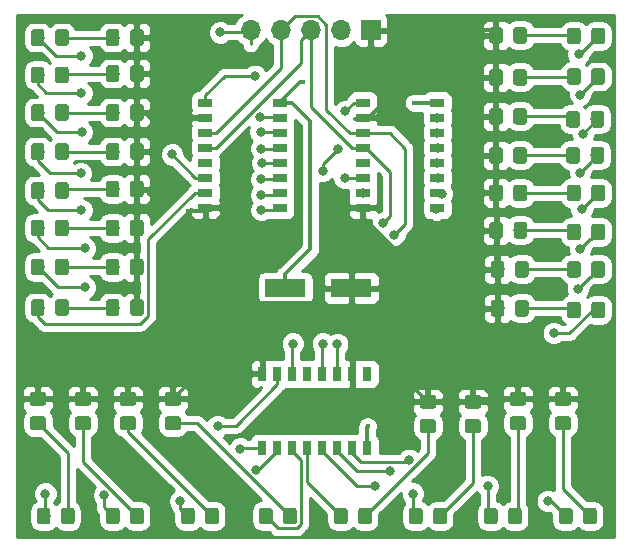
<source format=gbr>
G04 #@! TF.GenerationSoftware,KiCad,Pcbnew,(5.0.1-3-g963ef8bb5)*
G04 #@! TF.CreationDate,2018-12-19T16:23:04+08:00*
G04 #@! TF.ProjectId,24-LED-board,32342D4C45442D626F6172642E6B6963,1.0*
G04 #@! TF.SameCoordinates,Original*
G04 #@! TF.FileFunction,Copper,L1,Top,Signal*
G04 #@! TF.FilePolarity,Positive*
%FSLAX46Y46*%
G04 Gerber Fmt 4.6, Leading zero omitted, Abs format (unit mm)*
G04 Created by KiCad (PCBNEW (5.0.1-3-g963ef8bb5)) date 2018 December 19, Wednesday 16:23:04*
%MOMM*%
%LPD*%
G01*
G04 APERTURE LIST*
G04 #@! TA.AperFunction,SMDPad,CuDef*
%ADD10R,3.500000X1.600000*%
G04 #@! TD*
G04 #@! TA.AperFunction,Conductor*
%ADD11C,0.100000*%
G04 #@! TD*
G04 #@! TA.AperFunction,SMDPad,CuDef*
%ADD12C,1.150000*%
G04 #@! TD*
G04 #@! TA.AperFunction,ComponentPad*
%ADD13R,1.700000X1.700000*%
G04 #@! TD*
G04 #@! TA.AperFunction,ComponentPad*
%ADD14O,1.700000X1.700000*%
G04 #@! TD*
G04 #@! TA.AperFunction,SMDPad,CuDef*
%ADD15R,1.300000X0.800000*%
G04 #@! TD*
G04 #@! TA.AperFunction,SMDPad,CuDef*
%ADD16R,0.800000X1.300000*%
G04 #@! TD*
G04 #@! TA.AperFunction,ViaPad*
%ADD17C,0.400000*%
G04 #@! TD*
G04 #@! TA.AperFunction,ViaPad*
%ADD18C,0.800000*%
G04 #@! TD*
G04 #@! TA.AperFunction,Conductor*
%ADD19C,0.380000*%
G04 #@! TD*
G04 #@! TA.AperFunction,Conductor*
%ADD20C,0.250000*%
G04 #@! TD*
G04 #@! TA.AperFunction,Conductor*
%ADD21C,0.254000*%
G04 #@! TD*
G04 APERTURE END LIST*
D10*
G04 #@! TO.P,C1,1*
G04 #@! TO.N,VCC*
X92589000Y-106426000D03*
G04 #@! TO.P,C1,2*
G04 #@! TO.N,GND*
X86989000Y-106426000D03*
G04 #@! TD*
D11*
G04 #@! TO.N,Net-(D1-Pad2)*
G04 #@! TO.C,D1*
G36*
X68421505Y-107378204D02*
X68445773Y-107381804D01*
X68469572Y-107387765D01*
X68492671Y-107396030D01*
X68514850Y-107406520D01*
X68535893Y-107419132D01*
X68555599Y-107433747D01*
X68573777Y-107450223D01*
X68590253Y-107468401D01*
X68604868Y-107488107D01*
X68617480Y-107509150D01*
X68627970Y-107531329D01*
X68636235Y-107554428D01*
X68642196Y-107578227D01*
X68645796Y-107602495D01*
X68647000Y-107626999D01*
X68647000Y-108527001D01*
X68645796Y-108551505D01*
X68642196Y-108575773D01*
X68636235Y-108599572D01*
X68627970Y-108622671D01*
X68617480Y-108644850D01*
X68604868Y-108665893D01*
X68590253Y-108685599D01*
X68573777Y-108703777D01*
X68555599Y-108720253D01*
X68535893Y-108734868D01*
X68514850Y-108747480D01*
X68492671Y-108757970D01*
X68469572Y-108766235D01*
X68445773Y-108772196D01*
X68421505Y-108775796D01*
X68397001Y-108777000D01*
X67746999Y-108777000D01*
X67722495Y-108775796D01*
X67698227Y-108772196D01*
X67674428Y-108766235D01*
X67651329Y-108757970D01*
X67629150Y-108747480D01*
X67608107Y-108734868D01*
X67588401Y-108720253D01*
X67570223Y-108703777D01*
X67553747Y-108685599D01*
X67539132Y-108665893D01*
X67526520Y-108644850D01*
X67516030Y-108622671D01*
X67507765Y-108599572D01*
X67501804Y-108575773D01*
X67498204Y-108551505D01*
X67497000Y-108527001D01*
X67497000Y-107626999D01*
X67498204Y-107602495D01*
X67501804Y-107578227D01*
X67507765Y-107554428D01*
X67516030Y-107531329D01*
X67526520Y-107509150D01*
X67539132Y-107488107D01*
X67553747Y-107468401D01*
X67570223Y-107450223D01*
X67588401Y-107433747D01*
X67608107Y-107419132D01*
X67629150Y-107406520D01*
X67651329Y-107396030D01*
X67674428Y-107387765D01*
X67698227Y-107381804D01*
X67722495Y-107378204D01*
X67746999Y-107377000D01*
X68397001Y-107377000D01*
X68421505Y-107378204D01*
X68421505Y-107378204D01*
G37*
D12*
G04 #@! TD*
G04 #@! TO.P,D1,2*
G04 #@! TO.N,Net-(D1-Pad2)*
X68072000Y-108077000D03*
D11*
G04 #@! TO.N,/led_1_1*
G04 #@! TO.C,D1*
G36*
X66371505Y-107378204D02*
X66395773Y-107381804D01*
X66419572Y-107387765D01*
X66442671Y-107396030D01*
X66464850Y-107406520D01*
X66485893Y-107419132D01*
X66505599Y-107433747D01*
X66523777Y-107450223D01*
X66540253Y-107468401D01*
X66554868Y-107488107D01*
X66567480Y-107509150D01*
X66577970Y-107531329D01*
X66586235Y-107554428D01*
X66592196Y-107578227D01*
X66595796Y-107602495D01*
X66597000Y-107626999D01*
X66597000Y-108527001D01*
X66595796Y-108551505D01*
X66592196Y-108575773D01*
X66586235Y-108599572D01*
X66577970Y-108622671D01*
X66567480Y-108644850D01*
X66554868Y-108665893D01*
X66540253Y-108685599D01*
X66523777Y-108703777D01*
X66505599Y-108720253D01*
X66485893Y-108734868D01*
X66464850Y-108747480D01*
X66442671Y-108757970D01*
X66419572Y-108766235D01*
X66395773Y-108772196D01*
X66371505Y-108775796D01*
X66347001Y-108777000D01*
X65696999Y-108777000D01*
X65672495Y-108775796D01*
X65648227Y-108772196D01*
X65624428Y-108766235D01*
X65601329Y-108757970D01*
X65579150Y-108747480D01*
X65558107Y-108734868D01*
X65538401Y-108720253D01*
X65520223Y-108703777D01*
X65503747Y-108685599D01*
X65489132Y-108665893D01*
X65476520Y-108644850D01*
X65466030Y-108622671D01*
X65457765Y-108599572D01*
X65451804Y-108575773D01*
X65448204Y-108551505D01*
X65447000Y-108527001D01*
X65447000Y-107626999D01*
X65448204Y-107602495D01*
X65451804Y-107578227D01*
X65457765Y-107554428D01*
X65466030Y-107531329D01*
X65476520Y-107509150D01*
X65489132Y-107488107D01*
X65503747Y-107468401D01*
X65520223Y-107450223D01*
X65538401Y-107433747D01*
X65558107Y-107419132D01*
X65579150Y-107406520D01*
X65601329Y-107396030D01*
X65624428Y-107387765D01*
X65648227Y-107381804D01*
X65672495Y-107378204D01*
X65696999Y-107377000D01*
X66347001Y-107377000D01*
X66371505Y-107378204D01*
X66371505Y-107378204D01*
G37*
D12*
G04 #@! TD*
G04 #@! TO.P,D1,1*
G04 #@! TO.N,/led_1_1*
X66022000Y-108077000D03*
D11*
G04 #@! TO.N,/led_1_2*
G04 #@! TO.C,D2*
G36*
X66371505Y-103949204D02*
X66395773Y-103952804D01*
X66419572Y-103958765D01*
X66442671Y-103967030D01*
X66464850Y-103977520D01*
X66485893Y-103990132D01*
X66505599Y-104004747D01*
X66523777Y-104021223D01*
X66540253Y-104039401D01*
X66554868Y-104059107D01*
X66567480Y-104080150D01*
X66577970Y-104102329D01*
X66586235Y-104125428D01*
X66592196Y-104149227D01*
X66595796Y-104173495D01*
X66597000Y-104197999D01*
X66597000Y-105098001D01*
X66595796Y-105122505D01*
X66592196Y-105146773D01*
X66586235Y-105170572D01*
X66577970Y-105193671D01*
X66567480Y-105215850D01*
X66554868Y-105236893D01*
X66540253Y-105256599D01*
X66523777Y-105274777D01*
X66505599Y-105291253D01*
X66485893Y-105305868D01*
X66464850Y-105318480D01*
X66442671Y-105328970D01*
X66419572Y-105337235D01*
X66395773Y-105343196D01*
X66371505Y-105346796D01*
X66347001Y-105348000D01*
X65696999Y-105348000D01*
X65672495Y-105346796D01*
X65648227Y-105343196D01*
X65624428Y-105337235D01*
X65601329Y-105328970D01*
X65579150Y-105318480D01*
X65558107Y-105305868D01*
X65538401Y-105291253D01*
X65520223Y-105274777D01*
X65503747Y-105256599D01*
X65489132Y-105236893D01*
X65476520Y-105215850D01*
X65466030Y-105193671D01*
X65457765Y-105170572D01*
X65451804Y-105146773D01*
X65448204Y-105122505D01*
X65447000Y-105098001D01*
X65447000Y-104197999D01*
X65448204Y-104173495D01*
X65451804Y-104149227D01*
X65457765Y-104125428D01*
X65466030Y-104102329D01*
X65476520Y-104080150D01*
X65489132Y-104059107D01*
X65503747Y-104039401D01*
X65520223Y-104021223D01*
X65538401Y-104004747D01*
X65558107Y-103990132D01*
X65579150Y-103977520D01*
X65601329Y-103967030D01*
X65624428Y-103958765D01*
X65648227Y-103952804D01*
X65672495Y-103949204D01*
X65696999Y-103948000D01*
X66347001Y-103948000D01*
X66371505Y-103949204D01*
X66371505Y-103949204D01*
G37*
D12*
G04 #@! TD*
G04 #@! TO.P,D2,1*
G04 #@! TO.N,/led_1_2*
X66022000Y-104648000D03*
D11*
G04 #@! TO.N,Net-(D2-Pad2)*
G04 #@! TO.C,D2*
G36*
X68421505Y-103949204D02*
X68445773Y-103952804D01*
X68469572Y-103958765D01*
X68492671Y-103967030D01*
X68514850Y-103977520D01*
X68535893Y-103990132D01*
X68555599Y-104004747D01*
X68573777Y-104021223D01*
X68590253Y-104039401D01*
X68604868Y-104059107D01*
X68617480Y-104080150D01*
X68627970Y-104102329D01*
X68636235Y-104125428D01*
X68642196Y-104149227D01*
X68645796Y-104173495D01*
X68647000Y-104197999D01*
X68647000Y-105098001D01*
X68645796Y-105122505D01*
X68642196Y-105146773D01*
X68636235Y-105170572D01*
X68627970Y-105193671D01*
X68617480Y-105215850D01*
X68604868Y-105236893D01*
X68590253Y-105256599D01*
X68573777Y-105274777D01*
X68555599Y-105291253D01*
X68535893Y-105305868D01*
X68514850Y-105318480D01*
X68492671Y-105328970D01*
X68469572Y-105337235D01*
X68445773Y-105343196D01*
X68421505Y-105346796D01*
X68397001Y-105348000D01*
X67746999Y-105348000D01*
X67722495Y-105346796D01*
X67698227Y-105343196D01*
X67674428Y-105337235D01*
X67651329Y-105328970D01*
X67629150Y-105318480D01*
X67608107Y-105305868D01*
X67588401Y-105291253D01*
X67570223Y-105274777D01*
X67553747Y-105256599D01*
X67539132Y-105236893D01*
X67526520Y-105215850D01*
X67516030Y-105193671D01*
X67507765Y-105170572D01*
X67501804Y-105146773D01*
X67498204Y-105122505D01*
X67497000Y-105098001D01*
X67497000Y-104197999D01*
X67498204Y-104173495D01*
X67501804Y-104149227D01*
X67507765Y-104125428D01*
X67516030Y-104102329D01*
X67526520Y-104080150D01*
X67539132Y-104059107D01*
X67553747Y-104039401D01*
X67570223Y-104021223D01*
X67588401Y-104004747D01*
X67608107Y-103990132D01*
X67629150Y-103977520D01*
X67651329Y-103967030D01*
X67674428Y-103958765D01*
X67698227Y-103952804D01*
X67722495Y-103949204D01*
X67746999Y-103948000D01*
X68397001Y-103948000D01*
X68421505Y-103949204D01*
X68421505Y-103949204D01*
G37*
D12*
G04 #@! TD*
G04 #@! TO.P,D2,2*
G04 #@! TO.N,Net-(D2-Pad2)*
X68072000Y-104648000D03*
D11*
G04 #@! TO.N,Net-(D3-Pad2)*
G04 #@! TO.C,D3*
G36*
X68421505Y-100647204D02*
X68445773Y-100650804D01*
X68469572Y-100656765D01*
X68492671Y-100665030D01*
X68514850Y-100675520D01*
X68535893Y-100688132D01*
X68555599Y-100702747D01*
X68573777Y-100719223D01*
X68590253Y-100737401D01*
X68604868Y-100757107D01*
X68617480Y-100778150D01*
X68627970Y-100800329D01*
X68636235Y-100823428D01*
X68642196Y-100847227D01*
X68645796Y-100871495D01*
X68647000Y-100895999D01*
X68647000Y-101796001D01*
X68645796Y-101820505D01*
X68642196Y-101844773D01*
X68636235Y-101868572D01*
X68627970Y-101891671D01*
X68617480Y-101913850D01*
X68604868Y-101934893D01*
X68590253Y-101954599D01*
X68573777Y-101972777D01*
X68555599Y-101989253D01*
X68535893Y-102003868D01*
X68514850Y-102016480D01*
X68492671Y-102026970D01*
X68469572Y-102035235D01*
X68445773Y-102041196D01*
X68421505Y-102044796D01*
X68397001Y-102046000D01*
X67746999Y-102046000D01*
X67722495Y-102044796D01*
X67698227Y-102041196D01*
X67674428Y-102035235D01*
X67651329Y-102026970D01*
X67629150Y-102016480D01*
X67608107Y-102003868D01*
X67588401Y-101989253D01*
X67570223Y-101972777D01*
X67553747Y-101954599D01*
X67539132Y-101934893D01*
X67526520Y-101913850D01*
X67516030Y-101891671D01*
X67507765Y-101868572D01*
X67501804Y-101844773D01*
X67498204Y-101820505D01*
X67497000Y-101796001D01*
X67497000Y-100895999D01*
X67498204Y-100871495D01*
X67501804Y-100847227D01*
X67507765Y-100823428D01*
X67516030Y-100800329D01*
X67526520Y-100778150D01*
X67539132Y-100757107D01*
X67553747Y-100737401D01*
X67570223Y-100719223D01*
X67588401Y-100702747D01*
X67608107Y-100688132D01*
X67629150Y-100675520D01*
X67651329Y-100665030D01*
X67674428Y-100656765D01*
X67698227Y-100650804D01*
X67722495Y-100647204D01*
X67746999Y-100646000D01*
X68397001Y-100646000D01*
X68421505Y-100647204D01*
X68421505Y-100647204D01*
G37*
D12*
G04 #@! TD*
G04 #@! TO.P,D3,2*
G04 #@! TO.N,Net-(D3-Pad2)*
X68072000Y-101346000D03*
D11*
G04 #@! TO.N,/led_1_3*
G04 #@! TO.C,D3*
G36*
X66371505Y-100647204D02*
X66395773Y-100650804D01*
X66419572Y-100656765D01*
X66442671Y-100665030D01*
X66464850Y-100675520D01*
X66485893Y-100688132D01*
X66505599Y-100702747D01*
X66523777Y-100719223D01*
X66540253Y-100737401D01*
X66554868Y-100757107D01*
X66567480Y-100778150D01*
X66577970Y-100800329D01*
X66586235Y-100823428D01*
X66592196Y-100847227D01*
X66595796Y-100871495D01*
X66597000Y-100895999D01*
X66597000Y-101796001D01*
X66595796Y-101820505D01*
X66592196Y-101844773D01*
X66586235Y-101868572D01*
X66577970Y-101891671D01*
X66567480Y-101913850D01*
X66554868Y-101934893D01*
X66540253Y-101954599D01*
X66523777Y-101972777D01*
X66505599Y-101989253D01*
X66485893Y-102003868D01*
X66464850Y-102016480D01*
X66442671Y-102026970D01*
X66419572Y-102035235D01*
X66395773Y-102041196D01*
X66371505Y-102044796D01*
X66347001Y-102046000D01*
X65696999Y-102046000D01*
X65672495Y-102044796D01*
X65648227Y-102041196D01*
X65624428Y-102035235D01*
X65601329Y-102026970D01*
X65579150Y-102016480D01*
X65558107Y-102003868D01*
X65538401Y-101989253D01*
X65520223Y-101972777D01*
X65503747Y-101954599D01*
X65489132Y-101934893D01*
X65476520Y-101913850D01*
X65466030Y-101891671D01*
X65457765Y-101868572D01*
X65451804Y-101844773D01*
X65448204Y-101820505D01*
X65447000Y-101796001D01*
X65447000Y-100895999D01*
X65448204Y-100871495D01*
X65451804Y-100847227D01*
X65457765Y-100823428D01*
X65466030Y-100800329D01*
X65476520Y-100778150D01*
X65489132Y-100757107D01*
X65503747Y-100737401D01*
X65520223Y-100719223D01*
X65538401Y-100702747D01*
X65558107Y-100688132D01*
X65579150Y-100675520D01*
X65601329Y-100665030D01*
X65624428Y-100656765D01*
X65648227Y-100650804D01*
X65672495Y-100647204D01*
X65696999Y-100646000D01*
X66347001Y-100646000D01*
X66371505Y-100647204D01*
X66371505Y-100647204D01*
G37*
D12*
G04 #@! TD*
G04 #@! TO.P,D3,1*
G04 #@! TO.N,/led_1_3*
X66022000Y-101346000D03*
D11*
G04 #@! TO.N,/led_1_4*
G04 #@! TO.C,D4*
G36*
X66371505Y-97472204D02*
X66395773Y-97475804D01*
X66419572Y-97481765D01*
X66442671Y-97490030D01*
X66464850Y-97500520D01*
X66485893Y-97513132D01*
X66505599Y-97527747D01*
X66523777Y-97544223D01*
X66540253Y-97562401D01*
X66554868Y-97582107D01*
X66567480Y-97603150D01*
X66577970Y-97625329D01*
X66586235Y-97648428D01*
X66592196Y-97672227D01*
X66595796Y-97696495D01*
X66597000Y-97720999D01*
X66597000Y-98621001D01*
X66595796Y-98645505D01*
X66592196Y-98669773D01*
X66586235Y-98693572D01*
X66577970Y-98716671D01*
X66567480Y-98738850D01*
X66554868Y-98759893D01*
X66540253Y-98779599D01*
X66523777Y-98797777D01*
X66505599Y-98814253D01*
X66485893Y-98828868D01*
X66464850Y-98841480D01*
X66442671Y-98851970D01*
X66419572Y-98860235D01*
X66395773Y-98866196D01*
X66371505Y-98869796D01*
X66347001Y-98871000D01*
X65696999Y-98871000D01*
X65672495Y-98869796D01*
X65648227Y-98866196D01*
X65624428Y-98860235D01*
X65601329Y-98851970D01*
X65579150Y-98841480D01*
X65558107Y-98828868D01*
X65538401Y-98814253D01*
X65520223Y-98797777D01*
X65503747Y-98779599D01*
X65489132Y-98759893D01*
X65476520Y-98738850D01*
X65466030Y-98716671D01*
X65457765Y-98693572D01*
X65451804Y-98669773D01*
X65448204Y-98645505D01*
X65447000Y-98621001D01*
X65447000Y-97720999D01*
X65448204Y-97696495D01*
X65451804Y-97672227D01*
X65457765Y-97648428D01*
X65466030Y-97625329D01*
X65476520Y-97603150D01*
X65489132Y-97582107D01*
X65503747Y-97562401D01*
X65520223Y-97544223D01*
X65538401Y-97527747D01*
X65558107Y-97513132D01*
X65579150Y-97500520D01*
X65601329Y-97490030D01*
X65624428Y-97481765D01*
X65648227Y-97475804D01*
X65672495Y-97472204D01*
X65696999Y-97471000D01*
X66347001Y-97471000D01*
X66371505Y-97472204D01*
X66371505Y-97472204D01*
G37*
D12*
G04 #@! TD*
G04 #@! TO.P,D4,1*
G04 #@! TO.N,/led_1_4*
X66022000Y-98171000D03*
D11*
G04 #@! TO.N,Net-(D4-Pad2)*
G04 #@! TO.C,D4*
G36*
X68421505Y-97472204D02*
X68445773Y-97475804D01*
X68469572Y-97481765D01*
X68492671Y-97490030D01*
X68514850Y-97500520D01*
X68535893Y-97513132D01*
X68555599Y-97527747D01*
X68573777Y-97544223D01*
X68590253Y-97562401D01*
X68604868Y-97582107D01*
X68617480Y-97603150D01*
X68627970Y-97625329D01*
X68636235Y-97648428D01*
X68642196Y-97672227D01*
X68645796Y-97696495D01*
X68647000Y-97720999D01*
X68647000Y-98621001D01*
X68645796Y-98645505D01*
X68642196Y-98669773D01*
X68636235Y-98693572D01*
X68627970Y-98716671D01*
X68617480Y-98738850D01*
X68604868Y-98759893D01*
X68590253Y-98779599D01*
X68573777Y-98797777D01*
X68555599Y-98814253D01*
X68535893Y-98828868D01*
X68514850Y-98841480D01*
X68492671Y-98851970D01*
X68469572Y-98860235D01*
X68445773Y-98866196D01*
X68421505Y-98869796D01*
X68397001Y-98871000D01*
X67746999Y-98871000D01*
X67722495Y-98869796D01*
X67698227Y-98866196D01*
X67674428Y-98860235D01*
X67651329Y-98851970D01*
X67629150Y-98841480D01*
X67608107Y-98828868D01*
X67588401Y-98814253D01*
X67570223Y-98797777D01*
X67553747Y-98779599D01*
X67539132Y-98759893D01*
X67526520Y-98738850D01*
X67516030Y-98716671D01*
X67507765Y-98693572D01*
X67501804Y-98669773D01*
X67498204Y-98645505D01*
X67497000Y-98621001D01*
X67497000Y-97720999D01*
X67498204Y-97696495D01*
X67501804Y-97672227D01*
X67507765Y-97648428D01*
X67516030Y-97625329D01*
X67526520Y-97603150D01*
X67539132Y-97582107D01*
X67553747Y-97562401D01*
X67570223Y-97544223D01*
X67588401Y-97527747D01*
X67608107Y-97513132D01*
X67629150Y-97500520D01*
X67651329Y-97490030D01*
X67674428Y-97481765D01*
X67698227Y-97475804D01*
X67722495Y-97472204D01*
X67746999Y-97471000D01*
X68397001Y-97471000D01*
X68421505Y-97472204D01*
X68421505Y-97472204D01*
G37*
D12*
G04 #@! TD*
G04 #@! TO.P,D4,2*
G04 #@! TO.N,Net-(D4-Pad2)*
X68072000Y-98171000D03*
D11*
G04 #@! TO.N,Net-(D5-Pad2)*
G04 #@! TO.C,D5*
G36*
X68421505Y-94170204D02*
X68445773Y-94173804D01*
X68469572Y-94179765D01*
X68492671Y-94188030D01*
X68514850Y-94198520D01*
X68535893Y-94211132D01*
X68555599Y-94225747D01*
X68573777Y-94242223D01*
X68590253Y-94260401D01*
X68604868Y-94280107D01*
X68617480Y-94301150D01*
X68627970Y-94323329D01*
X68636235Y-94346428D01*
X68642196Y-94370227D01*
X68645796Y-94394495D01*
X68647000Y-94418999D01*
X68647000Y-95319001D01*
X68645796Y-95343505D01*
X68642196Y-95367773D01*
X68636235Y-95391572D01*
X68627970Y-95414671D01*
X68617480Y-95436850D01*
X68604868Y-95457893D01*
X68590253Y-95477599D01*
X68573777Y-95495777D01*
X68555599Y-95512253D01*
X68535893Y-95526868D01*
X68514850Y-95539480D01*
X68492671Y-95549970D01*
X68469572Y-95558235D01*
X68445773Y-95564196D01*
X68421505Y-95567796D01*
X68397001Y-95569000D01*
X67746999Y-95569000D01*
X67722495Y-95567796D01*
X67698227Y-95564196D01*
X67674428Y-95558235D01*
X67651329Y-95549970D01*
X67629150Y-95539480D01*
X67608107Y-95526868D01*
X67588401Y-95512253D01*
X67570223Y-95495777D01*
X67553747Y-95477599D01*
X67539132Y-95457893D01*
X67526520Y-95436850D01*
X67516030Y-95414671D01*
X67507765Y-95391572D01*
X67501804Y-95367773D01*
X67498204Y-95343505D01*
X67497000Y-95319001D01*
X67497000Y-94418999D01*
X67498204Y-94394495D01*
X67501804Y-94370227D01*
X67507765Y-94346428D01*
X67516030Y-94323329D01*
X67526520Y-94301150D01*
X67539132Y-94280107D01*
X67553747Y-94260401D01*
X67570223Y-94242223D01*
X67588401Y-94225747D01*
X67608107Y-94211132D01*
X67629150Y-94198520D01*
X67651329Y-94188030D01*
X67674428Y-94179765D01*
X67698227Y-94173804D01*
X67722495Y-94170204D01*
X67746999Y-94169000D01*
X68397001Y-94169000D01*
X68421505Y-94170204D01*
X68421505Y-94170204D01*
G37*
D12*
G04 #@! TD*
G04 #@! TO.P,D5,2*
G04 #@! TO.N,Net-(D5-Pad2)*
X68072000Y-94869000D03*
D11*
G04 #@! TO.N,/led_1_5*
G04 #@! TO.C,D5*
G36*
X66371505Y-94170204D02*
X66395773Y-94173804D01*
X66419572Y-94179765D01*
X66442671Y-94188030D01*
X66464850Y-94198520D01*
X66485893Y-94211132D01*
X66505599Y-94225747D01*
X66523777Y-94242223D01*
X66540253Y-94260401D01*
X66554868Y-94280107D01*
X66567480Y-94301150D01*
X66577970Y-94323329D01*
X66586235Y-94346428D01*
X66592196Y-94370227D01*
X66595796Y-94394495D01*
X66597000Y-94418999D01*
X66597000Y-95319001D01*
X66595796Y-95343505D01*
X66592196Y-95367773D01*
X66586235Y-95391572D01*
X66577970Y-95414671D01*
X66567480Y-95436850D01*
X66554868Y-95457893D01*
X66540253Y-95477599D01*
X66523777Y-95495777D01*
X66505599Y-95512253D01*
X66485893Y-95526868D01*
X66464850Y-95539480D01*
X66442671Y-95549970D01*
X66419572Y-95558235D01*
X66395773Y-95564196D01*
X66371505Y-95567796D01*
X66347001Y-95569000D01*
X65696999Y-95569000D01*
X65672495Y-95567796D01*
X65648227Y-95564196D01*
X65624428Y-95558235D01*
X65601329Y-95549970D01*
X65579150Y-95539480D01*
X65558107Y-95526868D01*
X65538401Y-95512253D01*
X65520223Y-95495777D01*
X65503747Y-95477599D01*
X65489132Y-95457893D01*
X65476520Y-95436850D01*
X65466030Y-95414671D01*
X65457765Y-95391572D01*
X65451804Y-95367773D01*
X65448204Y-95343505D01*
X65447000Y-95319001D01*
X65447000Y-94418999D01*
X65448204Y-94394495D01*
X65451804Y-94370227D01*
X65457765Y-94346428D01*
X65466030Y-94323329D01*
X65476520Y-94301150D01*
X65489132Y-94280107D01*
X65503747Y-94260401D01*
X65520223Y-94242223D01*
X65538401Y-94225747D01*
X65558107Y-94211132D01*
X65579150Y-94198520D01*
X65601329Y-94188030D01*
X65624428Y-94179765D01*
X65648227Y-94173804D01*
X65672495Y-94170204D01*
X65696999Y-94169000D01*
X66347001Y-94169000D01*
X66371505Y-94170204D01*
X66371505Y-94170204D01*
G37*
D12*
G04 #@! TD*
G04 #@! TO.P,D5,1*
G04 #@! TO.N,/led_1_5*
X66022000Y-94869000D03*
D11*
G04 #@! TO.N,/led_1_6*
G04 #@! TO.C,D6*
G36*
X66371505Y-90868204D02*
X66395773Y-90871804D01*
X66419572Y-90877765D01*
X66442671Y-90886030D01*
X66464850Y-90896520D01*
X66485893Y-90909132D01*
X66505599Y-90923747D01*
X66523777Y-90940223D01*
X66540253Y-90958401D01*
X66554868Y-90978107D01*
X66567480Y-90999150D01*
X66577970Y-91021329D01*
X66586235Y-91044428D01*
X66592196Y-91068227D01*
X66595796Y-91092495D01*
X66597000Y-91116999D01*
X66597000Y-92017001D01*
X66595796Y-92041505D01*
X66592196Y-92065773D01*
X66586235Y-92089572D01*
X66577970Y-92112671D01*
X66567480Y-92134850D01*
X66554868Y-92155893D01*
X66540253Y-92175599D01*
X66523777Y-92193777D01*
X66505599Y-92210253D01*
X66485893Y-92224868D01*
X66464850Y-92237480D01*
X66442671Y-92247970D01*
X66419572Y-92256235D01*
X66395773Y-92262196D01*
X66371505Y-92265796D01*
X66347001Y-92267000D01*
X65696999Y-92267000D01*
X65672495Y-92265796D01*
X65648227Y-92262196D01*
X65624428Y-92256235D01*
X65601329Y-92247970D01*
X65579150Y-92237480D01*
X65558107Y-92224868D01*
X65538401Y-92210253D01*
X65520223Y-92193777D01*
X65503747Y-92175599D01*
X65489132Y-92155893D01*
X65476520Y-92134850D01*
X65466030Y-92112671D01*
X65457765Y-92089572D01*
X65451804Y-92065773D01*
X65448204Y-92041505D01*
X65447000Y-92017001D01*
X65447000Y-91116999D01*
X65448204Y-91092495D01*
X65451804Y-91068227D01*
X65457765Y-91044428D01*
X65466030Y-91021329D01*
X65476520Y-90999150D01*
X65489132Y-90978107D01*
X65503747Y-90958401D01*
X65520223Y-90940223D01*
X65538401Y-90923747D01*
X65558107Y-90909132D01*
X65579150Y-90896520D01*
X65601329Y-90886030D01*
X65624428Y-90877765D01*
X65648227Y-90871804D01*
X65672495Y-90868204D01*
X65696999Y-90867000D01*
X66347001Y-90867000D01*
X66371505Y-90868204D01*
X66371505Y-90868204D01*
G37*
D12*
G04 #@! TD*
G04 #@! TO.P,D6,1*
G04 #@! TO.N,/led_1_6*
X66022000Y-91567000D03*
D11*
G04 #@! TO.N,Net-(D6-Pad2)*
G04 #@! TO.C,D6*
G36*
X68421505Y-90868204D02*
X68445773Y-90871804D01*
X68469572Y-90877765D01*
X68492671Y-90886030D01*
X68514850Y-90896520D01*
X68535893Y-90909132D01*
X68555599Y-90923747D01*
X68573777Y-90940223D01*
X68590253Y-90958401D01*
X68604868Y-90978107D01*
X68617480Y-90999150D01*
X68627970Y-91021329D01*
X68636235Y-91044428D01*
X68642196Y-91068227D01*
X68645796Y-91092495D01*
X68647000Y-91116999D01*
X68647000Y-92017001D01*
X68645796Y-92041505D01*
X68642196Y-92065773D01*
X68636235Y-92089572D01*
X68627970Y-92112671D01*
X68617480Y-92134850D01*
X68604868Y-92155893D01*
X68590253Y-92175599D01*
X68573777Y-92193777D01*
X68555599Y-92210253D01*
X68535893Y-92224868D01*
X68514850Y-92237480D01*
X68492671Y-92247970D01*
X68469572Y-92256235D01*
X68445773Y-92262196D01*
X68421505Y-92265796D01*
X68397001Y-92267000D01*
X67746999Y-92267000D01*
X67722495Y-92265796D01*
X67698227Y-92262196D01*
X67674428Y-92256235D01*
X67651329Y-92247970D01*
X67629150Y-92237480D01*
X67608107Y-92224868D01*
X67588401Y-92210253D01*
X67570223Y-92193777D01*
X67553747Y-92175599D01*
X67539132Y-92155893D01*
X67526520Y-92134850D01*
X67516030Y-92112671D01*
X67507765Y-92089572D01*
X67501804Y-92065773D01*
X67498204Y-92041505D01*
X67497000Y-92017001D01*
X67497000Y-91116999D01*
X67498204Y-91092495D01*
X67501804Y-91068227D01*
X67507765Y-91044428D01*
X67516030Y-91021329D01*
X67526520Y-90999150D01*
X67539132Y-90978107D01*
X67553747Y-90958401D01*
X67570223Y-90940223D01*
X67588401Y-90923747D01*
X67608107Y-90909132D01*
X67629150Y-90896520D01*
X67651329Y-90886030D01*
X67674428Y-90877765D01*
X67698227Y-90871804D01*
X67722495Y-90868204D01*
X67746999Y-90867000D01*
X68397001Y-90867000D01*
X68421505Y-90868204D01*
X68421505Y-90868204D01*
G37*
D12*
G04 #@! TD*
G04 #@! TO.P,D6,2*
G04 #@! TO.N,Net-(D6-Pad2)*
X68072000Y-91567000D03*
D11*
G04 #@! TO.N,Net-(D7-Pad2)*
G04 #@! TO.C,D7*
G36*
X68421505Y-87693204D02*
X68445773Y-87696804D01*
X68469572Y-87702765D01*
X68492671Y-87711030D01*
X68514850Y-87721520D01*
X68535893Y-87734132D01*
X68555599Y-87748747D01*
X68573777Y-87765223D01*
X68590253Y-87783401D01*
X68604868Y-87803107D01*
X68617480Y-87824150D01*
X68627970Y-87846329D01*
X68636235Y-87869428D01*
X68642196Y-87893227D01*
X68645796Y-87917495D01*
X68647000Y-87941999D01*
X68647000Y-88842001D01*
X68645796Y-88866505D01*
X68642196Y-88890773D01*
X68636235Y-88914572D01*
X68627970Y-88937671D01*
X68617480Y-88959850D01*
X68604868Y-88980893D01*
X68590253Y-89000599D01*
X68573777Y-89018777D01*
X68555599Y-89035253D01*
X68535893Y-89049868D01*
X68514850Y-89062480D01*
X68492671Y-89072970D01*
X68469572Y-89081235D01*
X68445773Y-89087196D01*
X68421505Y-89090796D01*
X68397001Y-89092000D01*
X67746999Y-89092000D01*
X67722495Y-89090796D01*
X67698227Y-89087196D01*
X67674428Y-89081235D01*
X67651329Y-89072970D01*
X67629150Y-89062480D01*
X67608107Y-89049868D01*
X67588401Y-89035253D01*
X67570223Y-89018777D01*
X67553747Y-89000599D01*
X67539132Y-88980893D01*
X67526520Y-88959850D01*
X67516030Y-88937671D01*
X67507765Y-88914572D01*
X67501804Y-88890773D01*
X67498204Y-88866505D01*
X67497000Y-88842001D01*
X67497000Y-87941999D01*
X67498204Y-87917495D01*
X67501804Y-87893227D01*
X67507765Y-87869428D01*
X67516030Y-87846329D01*
X67526520Y-87824150D01*
X67539132Y-87803107D01*
X67553747Y-87783401D01*
X67570223Y-87765223D01*
X67588401Y-87748747D01*
X67608107Y-87734132D01*
X67629150Y-87721520D01*
X67651329Y-87711030D01*
X67674428Y-87702765D01*
X67698227Y-87696804D01*
X67722495Y-87693204D01*
X67746999Y-87692000D01*
X68397001Y-87692000D01*
X68421505Y-87693204D01*
X68421505Y-87693204D01*
G37*
D12*
G04 #@! TD*
G04 #@! TO.P,D7,2*
G04 #@! TO.N,Net-(D7-Pad2)*
X68072000Y-88392000D03*
D11*
G04 #@! TO.N,/led_1_7*
G04 #@! TO.C,D7*
G36*
X66371505Y-87693204D02*
X66395773Y-87696804D01*
X66419572Y-87702765D01*
X66442671Y-87711030D01*
X66464850Y-87721520D01*
X66485893Y-87734132D01*
X66505599Y-87748747D01*
X66523777Y-87765223D01*
X66540253Y-87783401D01*
X66554868Y-87803107D01*
X66567480Y-87824150D01*
X66577970Y-87846329D01*
X66586235Y-87869428D01*
X66592196Y-87893227D01*
X66595796Y-87917495D01*
X66597000Y-87941999D01*
X66597000Y-88842001D01*
X66595796Y-88866505D01*
X66592196Y-88890773D01*
X66586235Y-88914572D01*
X66577970Y-88937671D01*
X66567480Y-88959850D01*
X66554868Y-88980893D01*
X66540253Y-89000599D01*
X66523777Y-89018777D01*
X66505599Y-89035253D01*
X66485893Y-89049868D01*
X66464850Y-89062480D01*
X66442671Y-89072970D01*
X66419572Y-89081235D01*
X66395773Y-89087196D01*
X66371505Y-89090796D01*
X66347001Y-89092000D01*
X65696999Y-89092000D01*
X65672495Y-89090796D01*
X65648227Y-89087196D01*
X65624428Y-89081235D01*
X65601329Y-89072970D01*
X65579150Y-89062480D01*
X65558107Y-89049868D01*
X65538401Y-89035253D01*
X65520223Y-89018777D01*
X65503747Y-89000599D01*
X65489132Y-88980893D01*
X65476520Y-88959850D01*
X65466030Y-88937671D01*
X65457765Y-88914572D01*
X65451804Y-88890773D01*
X65448204Y-88866505D01*
X65447000Y-88842001D01*
X65447000Y-87941999D01*
X65448204Y-87917495D01*
X65451804Y-87893227D01*
X65457765Y-87869428D01*
X65466030Y-87846329D01*
X65476520Y-87824150D01*
X65489132Y-87803107D01*
X65503747Y-87783401D01*
X65520223Y-87765223D01*
X65538401Y-87748747D01*
X65558107Y-87734132D01*
X65579150Y-87721520D01*
X65601329Y-87711030D01*
X65624428Y-87702765D01*
X65648227Y-87696804D01*
X65672495Y-87693204D01*
X65696999Y-87692000D01*
X66347001Y-87692000D01*
X66371505Y-87693204D01*
X66371505Y-87693204D01*
G37*
D12*
G04 #@! TD*
G04 #@! TO.P,D7,1*
G04 #@! TO.N,/led_1_7*
X66022000Y-88392000D03*
D11*
G04 #@! TO.N,/led_1_8*
G04 #@! TO.C,D8*
G36*
X66371505Y-84518204D02*
X66395773Y-84521804D01*
X66419572Y-84527765D01*
X66442671Y-84536030D01*
X66464850Y-84546520D01*
X66485893Y-84559132D01*
X66505599Y-84573747D01*
X66523777Y-84590223D01*
X66540253Y-84608401D01*
X66554868Y-84628107D01*
X66567480Y-84649150D01*
X66577970Y-84671329D01*
X66586235Y-84694428D01*
X66592196Y-84718227D01*
X66595796Y-84742495D01*
X66597000Y-84766999D01*
X66597000Y-85667001D01*
X66595796Y-85691505D01*
X66592196Y-85715773D01*
X66586235Y-85739572D01*
X66577970Y-85762671D01*
X66567480Y-85784850D01*
X66554868Y-85805893D01*
X66540253Y-85825599D01*
X66523777Y-85843777D01*
X66505599Y-85860253D01*
X66485893Y-85874868D01*
X66464850Y-85887480D01*
X66442671Y-85897970D01*
X66419572Y-85906235D01*
X66395773Y-85912196D01*
X66371505Y-85915796D01*
X66347001Y-85917000D01*
X65696999Y-85917000D01*
X65672495Y-85915796D01*
X65648227Y-85912196D01*
X65624428Y-85906235D01*
X65601329Y-85897970D01*
X65579150Y-85887480D01*
X65558107Y-85874868D01*
X65538401Y-85860253D01*
X65520223Y-85843777D01*
X65503747Y-85825599D01*
X65489132Y-85805893D01*
X65476520Y-85784850D01*
X65466030Y-85762671D01*
X65457765Y-85739572D01*
X65451804Y-85715773D01*
X65448204Y-85691505D01*
X65447000Y-85667001D01*
X65447000Y-84766999D01*
X65448204Y-84742495D01*
X65451804Y-84718227D01*
X65457765Y-84694428D01*
X65466030Y-84671329D01*
X65476520Y-84649150D01*
X65489132Y-84628107D01*
X65503747Y-84608401D01*
X65520223Y-84590223D01*
X65538401Y-84573747D01*
X65558107Y-84559132D01*
X65579150Y-84546520D01*
X65601329Y-84536030D01*
X65624428Y-84527765D01*
X65648227Y-84521804D01*
X65672495Y-84518204D01*
X65696999Y-84517000D01*
X66347001Y-84517000D01*
X66371505Y-84518204D01*
X66371505Y-84518204D01*
G37*
D12*
G04 #@! TD*
G04 #@! TO.P,D8,1*
G04 #@! TO.N,/led_1_8*
X66022000Y-85217000D03*
D11*
G04 #@! TO.N,Net-(D8-Pad2)*
G04 #@! TO.C,D8*
G36*
X68421505Y-84518204D02*
X68445773Y-84521804D01*
X68469572Y-84527765D01*
X68492671Y-84536030D01*
X68514850Y-84546520D01*
X68535893Y-84559132D01*
X68555599Y-84573747D01*
X68573777Y-84590223D01*
X68590253Y-84608401D01*
X68604868Y-84628107D01*
X68617480Y-84649150D01*
X68627970Y-84671329D01*
X68636235Y-84694428D01*
X68642196Y-84718227D01*
X68645796Y-84742495D01*
X68647000Y-84766999D01*
X68647000Y-85667001D01*
X68645796Y-85691505D01*
X68642196Y-85715773D01*
X68636235Y-85739572D01*
X68627970Y-85762671D01*
X68617480Y-85784850D01*
X68604868Y-85805893D01*
X68590253Y-85825599D01*
X68573777Y-85843777D01*
X68555599Y-85860253D01*
X68535893Y-85874868D01*
X68514850Y-85887480D01*
X68492671Y-85897970D01*
X68469572Y-85906235D01*
X68445773Y-85912196D01*
X68421505Y-85915796D01*
X68397001Y-85917000D01*
X67746999Y-85917000D01*
X67722495Y-85915796D01*
X67698227Y-85912196D01*
X67674428Y-85906235D01*
X67651329Y-85897970D01*
X67629150Y-85887480D01*
X67608107Y-85874868D01*
X67588401Y-85860253D01*
X67570223Y-85843777D01*
X67553747Y-85825599D01*
X67539132Y-85805893D01*
X67526520Y-85784850D01*
X67516030Y-85762671D01*
X67507765Y-85739572D01*
X67501804Y-85715773D01*
X67498204Y-85691505D01*
X67497000Y-85667001D01*
X67497000Y-84766999D01*
X67498204Y-84742495D01*
X67501804Y-84718227D01*
X67507765Y-84694428D01*
X67516030Y-84671329D01*
X67526520Y-84649150D01*
X67539132Y-84628107D01*
X67553747Y-84608401D01*
X67570223Y-84590223D01*
X67588401Y-84573747D01*
X67608107Y-84559132D01*
X67629150Y-84546520D01*
X67651329Y-84536030D01*
X67674428Y-84527765D01*
X67698227Y-84521804D01*
X67722495Y-84518204D01*
X67746999Y-84517000D01*
X68397001Y-84517000D01*
X68421505Y-84518204D01*
X68421505Y-84518204D01*
G37*
D12*
G04 #@! TD*
G04 #@! TO.P,D8,2*
G04 #@! TO.N,Net-(D8-Pad2)*
X68072000Y-85217000D03*
D11*
G04 #@! TO.N,/led_2_1*
G04 #@! TO.C,D9*
G36*
X113824005Y-107568704D02*
X113848273Y-107572304D01*
X113872072Y-107578265D01*
X113895171Y-107586530D01*
X113917350Y-107597020D01*
X113938393Y-107609632D01*
X113958099Y-107624247D01*
X113976277Y-107640723D01*
X113992753Y-107658901D01*
X114007368Y-107678607D01*
X114019980Y-107699650D01*
X114030470Y-107721829D01*
X114038735Y-107744928D01*
X114044696Y-107768727D01*
X114048296Y-107792995D01*
X114049500Y-107817499D01*
X114049500Y-108717501D01*
X114048296Y-108742005D01*
X114044696Y-108766273D01*
X114038735Y-108790072D01*
X114030470Y-108813171D01*
X114019980Y-108835350D01*
X114007368Y-108856393D01*
X113992753Y-108876099D01*
X113976277Y-108894277D01*
X113958099Y-108910753D01*
X113938393Y-108925368D01*
X113917350Y-108937980D01*
X113895171Y-108948470D01*
X113872072Y-108956735D01*
X113848273Y-108962696D01*
X113824005Y-108966296D01*
X113799501Y-108967500D01*
X113149499Y-108967500D01*
X113124995Y-108966296D01*
X113100727Y-108962696D01*
X113076928Y-108956735D01*
X113053829Y-108948470D01*
X113031650Y-108937980D01*
X113010607Y-108925368D01*
X112990901Y-108910753D01*
X112972723Y-108894277D01*
X112956247Y-108876099D01*
X112941632Y-108856393D01*
X112929020Y-108835350D01*
X112918530Y-108813171D01*
X112910265Y-108790072D01*
X112904304Y-108766273D01*
X112900704Y-108742005D01*
X112899500Y-108717501D01*
X112899500Y-107817499D01*
X112900704Y-107792995D01*
X112904304Y-107768727D01*
X112910265Y-107744928D01*
X112918530Y-107721829D01*
X112929020Y-107699650D01*
X112941632Y-107678607D01*
X112956247Y-107658901D01*
X112972723Y-107640723D01*
X112990901Y-107624247D01*
X113010607Y-107609632D01*
X113031650Y-107597020D01*
X113053829Y-107586530D01*
X113076928Y-107578265D01*
X113100727Y-107572304D01*
X113124995Y-107568704D01*
X113149499Y-107567500D01*
X113799501Y-107567500D01*
X113824005Y-107568704D01*
X113824005Y-107568704D01*
G37*
D12*
G04 #@! TD*
G04 #@! TO.P,D9,1*
G04 #@! TO.N,/led_2_1*
X113474500Y-108267500D03*
D11*
G04 #@! TO.N,Net-(D9-Pad2)*
G04 #@! TO.C,D9*
G36*
X111774005Y-107568704D02*
X111798273Y-107572304D01*
X111822072Y-107578265D01*
X111845171Y-107586530D01*
X111867350Y-107597020D01*
X111888393Y-107609632D01*
X111908099Y-107624247D01*
X111926277Y-107640723D01*
X111942753Y-107658901D01*
X111957368Y-107678607D01*
X111969980Y-107699650D01*
X111980470Y-107721829D01*
X111988735Y-107744928D01*
X111994696Y-107768727D01*
X111998296Y-107792995D01*
X111999500Y-107817499D01*
X111999500Y-108717501D01*
X111998296Y-108742005D01*
X111994696Y-108766273D01*
X111988735Y-108790072D01*
X111980470Y-108813171D01*
X111969980Y-108835350D01*
X111957368Y-108856393D01*
X111942753Y-108876099D01*
X111926277Y-108894277D01*
X111908099Y-108910753D01*
X111888393Y-108925368D01*
X111867350Y-108937980D01*
X111845171Y-108948470D01*
X111822072Y-108956735D01*
X111798273Y-108962696D01*
X111774005Y-108966296D01*
X111749501Y-108967500D01*
X111099499Y-108967500D01*
X111074995Y-108966296D01*
X111050727Y-108962696D01*
X111026928Y-108956735D01*
X111003829Y-108948470D01*
X110981650Y-108937980D01*
X110960607Y-108925368D01*
X110940901Y-108910753D01*
X110922723Y-108894277D01*
X110906247Y-108876099D01*
X110891632Y-108856393D01*
X110879020Y-108835350D01*
X110868530Y-108813171D01*
X110860265Y-108790072D01*
X110854304Y-108766273D01*
X110850704Y-108742005D01*
X110849500Y-108717501D01*
X110849500Y-107817499D01*
X110850704Y-107792995D01*
X110854304Y-107768727D01*
X110860265Y-107744928D01*
X110868530Y-107721829D01*
X110879020Y-107699650D01*
X110891632Y-107678607D01*
X110906247Y-107658901D01*
X110922723Y-107640723D01*
X110940901Y-107624247D01*
X110960607Y-107609632D01*
X110981650Y-107597020D01*
X111003829Y-107586530D01*
X111026928Y-107578265D01*
X111050727Y-107572304D01*
X111074995Y-107568704D01*
X111099499Y-107567500D01*
X111749501Y-107567500D01*
X111774005Y-107568704D01*
X111774005Y-107568704D01*
G37*
D12*
G04 #@! TD*
G04 #@! TO.P,D9,2*
G04 #@! TO.N,Net-(D9-Pad2)*
X111424500Y-108267500D03*
D11*
G04 #@! TO.N,Net-(D10-Pad2)*
G04 #@! TO.C,D10*
G36*
X111774005Y-104139704D02*
X111798273Y-104143304D01*
X111822072Y-104149265D01*
X111845171Y-104157530D01*
X111867350Y-104168020D01*
X111888393Y-104180632D01*
X111908099Y-104195247D01*
X111926277Y-104211723D01*
X111942753Y-104229901D01*
X111957368Y-104249607D01*
X111969980Y-104270650D01*
X111980470Y-104292829D01*
X111988735Y-104315928D01*
X111994696Y-104339727D01*
X111998296Y-104363995D01*
X111999500Y-104388499D01*
X111999500Y-105288501D01*
X111998296Y-105313005D01*
X111994696Y-105337273D01*
X111988735Y-105361072D01*
X111980470Y-105384171D01*
X111969980Y-105406350D01*
X111957368Y-105427393D01*
X111942753Y-105447099D01*
X111926277Y-105465277D01*
X111908099Y-105481753D01*
X111888393Y-105496368D01*
X111867350Y-105508980D01*
X111845171Y-105519470D01*
X111822072Y-105527735D01*
X111798273Y-105533696D01*
X111774005Y-105537296D01*
X111749501Y-105538500D01*
X111099499Y-105538500D01*
X111074995Y-105537296D01*
X111050727Y-105533696D01*
X111026928Y-105527735D01*
X111003829Y-105519470D01*
X110981650Y-105508980D01*
X110960607Y-105496368D01*
X110940901Y-105481753D01*
X110922723Y-105465277D01*
X110906247Y-105447099D01*
X110891632Y-105427393D01*
X110879020Y-105406350D01*
X110868530Y-105384171D01*
X110860265Y-105361072D01*
X110854304Y-105337273D01*
X110850704Y-105313005D01*
X110849500Y-105288501D01*
X110849500Y-104388499D01*
X110850704Y-104363995D01*
X110854304Y-104339727D01*
X110860265Y-104315928D01*
X110868530Y-104292829D01*
X110879020Y-104270650D01*
X110891632Y-104249607D01*
X110906247Y-104229901D01*
X110922723Y-104211723D01*
X110940901Y-104195247D01*
X110960607Y-104180632D01*
X110981650Y-104168020D01*
X111003829Y-104157530D01*
X111026928Y-104149265D01*
X111050727Y-104143304D01*
X111074995Y-104139704D01*
X111099499Y-104138500D01*
X111749501Y-104138500D01*
X111774005Y-104139704D01*
X111774005Y-104139704D01*
G37*
D12*
G04 #@! TD*
G04 #@! TO.P,D10,2*
G04 #@! TO.N,Net-(D10-Pad2)*
X111424500Y-104838500D03*
D11*
G04 #@! TO.N,/led_2_2*
G04 #@! TO.C,D10*
G36*
X113824005Y-104139704D02*
X113848273Y-104143304D01*
X113872072Y-104149265D01*
X113895171Y-104157530D01*
X113917350Y-104168020D01*
X113938393Y-104180632D01*
X113958099Y-104195247D01*
X113976277Y-104211723D01*
X113992753Y-104229901D01*
X114007368Y-104249607D01*
X114019980Y-104270650D01*
X114030470Y-104292829D01*
X114038735Y-104315928D01*
X114044696Y-104339727D01*
X114048296Y-104363995D01*
X114049500Y-104388499D01*
X114049500Y-105288501D01*
X114048296Y-105313005D01*
X114044696Y-105337273D01*
X114038735Y-105361072D01*
X114030470Y-105384171D01*
X114019980Y-105406350D01*
X114007368Y-105427393D01*
X113992753Y-105447099D01*
X113976277Y-105465277D01*
X113958099Y-105481753D01*
X113938393Y-105496368D01*
X113917350Y-105508980D01*
X113895171Y-105519470D01*
X113872072Y-105527735D01*
X113848273Y-105533696D01*
X113824005Y-105537296D01*
X113799501Y-105538500D01*
X113149499Y-105538500D01*
X113124995Y-105537296D01*
X113100727Y-105533696D01*
X113076928Y-105527735D01*
X113053829Y-105519470D01*
X113031650Y-105508980D01*
X113010607Y-105496368D01*
X112990901Y-105481753D01*
X112972723Y-105465277D01*
X112956247Y-105447099D01*
X112941632Y-105427393D01*
X112929020Y-105406350D01*
X112918530Y-105384171D01*
X112910265Y-105361072D01*
X112904304Y-105337273D01*
X112900704Y-105313005D01*
X112899500Y-105288501D01*
X112899500Y-104388499D01*
X112900704Y-104363995D01*
X112904304Y-104339727D01*
X112910265Y-104315928D01*
X112918530Y-104292829D01*
X112929020Y-104270650D01*
X112941632Y-104249607D01*
X112956247Y-104229901D01*
X112972723Y-104211723D01*
X112990901Y-104195247D01*
X113010607Y-104180632D01*
X113031650Y-104168020D01*
X113053829Y-104157530D01*
X113076928Y-104149265D01*
X113100727Y-104143304D01*
X113124995Y-104139704D01*
X113149499Y-104138500D01*
X113799501Y-104138500D01*
X113824005Y-104139704D01*
X113824005Y-104139704D01*
G37*
D12*
G04 #@! TD*
G04 #@! TO.P,D10,1*
G04 #@! TO.N,/led_2_2*
X113474500Y-104838500D03*
D11*
G04 #@! TO.N,/led_2_3*
G04 #@! TO.C,D11*
G36*
X113824005Y-100964704D02*
X113848273Y-100968304D01*
X113872072Y-100974265D01*
X113895171Y-100982530D01*
X113917350Y-100993020D01*
X113938393Y-101005632D01*
X113958099Y-101020247D01*
X113976277Y-101036723D01*
X113992753Y-101054901D01*
X114007368Y-101074607D01*
X114019980Y-101095650D01*
X114030470Y-101117829D01*
X114038735Y-101140928D01*
X114044696Y-101164727D01*
X114048296Y-101188995D01*
X114049500Y-101213499D01*
X114049500Y-102113501D01*
X114048296Y-102138005D01*
X114044696Y-102162273D01*
X114038735Y-102186072D01*
X114030470Y-102209171D01*
X114019980Y-102231350D01*
X114007368Y-102252393D01*
X113992753Y-102272099D01*
X113976277Y-102290277D01*
X113958099Y-102306753D01*
X113938393Y-102321368D01*
X113917350Y-102333980D01*
X113895171Y-102344470D01*
X113872072Y-102352735D01*
X113848273Y-102358696D01*
X113824005Y-102362296D01*
X113799501Y-102363500D01*
X113149499Y-102363500D01*
X113124995Y-102362296D01*
X113100727Y-102358696D01*
X113076928Y-102352735D01*
X113053829Y-102344470D01*
X113031650Y-102333980D01*
X113010607Y-102321368D01*
X112990901Y-102306753D01*
X112972723Y-102290277D01*
X112956247Y-102272099D01*
X112941632Y-102252393D01*
X112929020Y-102231350D01*
X112918530Y-102209171D01*
X112910265Y-102186072D01*
X112904304Y-102162273D01*
X112900704Y-102138005D01*
X112899500Y-102113501D01*
X112899500Y-101213499D01*
X112900704Y-101188995D01*
X112904304Y-101164727D01*
X112910265Y-101140928D01*
X112918530Y-101117829D01*
X112929020Y-101095650D01*
X112941632Y-101074607D01*
X112956247Y-101054901D01*
X112972723Y-101036723D01*
X112990901Y-101020247D01*
X113010607Y-101005632D01*
X113031650Y-100993020D01*
X113053829Y-100982530D01*
X113076928Y-100974265D01*
X113100727Y-100968304D01*
X113124995Y-100964704D01*
X113149499Y-100963500D01*
X113799501Y-100963500D01*
X113824005Y-100964704D01*
X113824005Y-100964704D01*
G37*
D12*
G04 #@! TD*
G04 #@! TO.P,D11,1*
G04 #@! TO.N,/led_2_3*
X113474500Y-101663500D03*
D11*
G04 #@! TO.N,Net-(D11-Pad2)*
G04 #@! TO.C,D11*
G36*
X111774005Y-100964704D02*
X111798273Y-100968304D01*
X111822072Y-100974265D01*
X111845171Y-100982530D01*
X111867350Y-100993020D01*
X111888393Y-101005632D01*
X111908099Y-101020247D01*
X111926277Y-101036723D01*
X111942753Y-101054901D01*
X111957368Y-101074607D01*
X111969980Y-101095650D01*
X111980470Y-101117829D01*
X111988735Y-101140928D01*
X111994696Y-101164727D01*
X111998296Y-101188995D01*
X111999500Y-101213499D01*
X111999500Y-102113501D01*
X111998296Y-102138005D01*
X111994696Y-102162273D01*
X111988735Y-102186072D01*
X111980470Y-102209171D01*
X111969980Y-102231350D01*
X111957368Y-102252393D01*
X111942753Y-102272099D01*
X111926277Y-102290277D01*
X111908099Y-102306753D01*
X111888393Y-102321368D01*
X111867350Y-102333980D01*
X111845171Y-102344470D01*
X111822072Y-102352735D01*
X111798273Y-102358696D01*
X111774005Y-102362296D01*
X111749501Y-102363500D01*
X111099499Y-102363500D01*
X111074995Y-102362296D01*
X111050727Y-102358696D01*
X111026928Y-102352735D01*
X111003829Y-102344470D01*
X110981650Y-102333980D01*
X110960607Y-102321368D01*
X110940901Y-102306753D01*
X110922723Y-102290277D01*
X110906247Y-102272099D01*
X110891632Y-102252393D01*
X110879020Y-102231350D01*
X110868530Y-102209171D01*
X110860265Y-102186072D01*
X110854304Y-102162273D01*
X110850704Y-102138005D01*
X110849500Y-102113501D01*
X110849500Y-101213499D01*
X110850704Y-101188995D01*
X110854304Y-101164727D01*
X110860265Y-101140928D01*
X110868530Y-101117829D01*
X110879020Y-101095650D01*
X110891632Y-101074607D01*
X110906247Y-101054901D01*
X110922723Y-101036723D01*
X110940901Y-101020247D01*
X110960607Y-101005632D01*
X110981650Y-100993020D01*
X111003829Y-100982530D01*
X111026928Y-100974265D01*
X111050727Y-100968304D01*
X111074995Y-100964704D01*
X111099499Y-100963500D01*
X111749501Y-100963500D01*
X111774005Y-100964704D01*
X111774005Y-100964704D01*
G37*
D12*
G04 #@! TD*
G04 #@! TO.P,D11,2*
G04 #@! TO.N,Net-(D11-Pad2)*
X111424500Y-101663500D03*
D11*
G04 #@! TO.N,Net-(D12-Pad2)*
G04 #@! TO.C,D12*
G36*
X111774005Y-97662704D02*
X111798273Y-97666304D01*
X111822072Y-97672265D01*
X111845171Y-97680530D01*
X111867350Y-97691020D01*
X111888393Y-97703632D01*
X111908099Y-97718247D01*
X111926277Y-97734723D01*
X111942753Y-97752901D01*
X111957368Y-97772607D01*
X111969980Y-97793650D01*
X111980470Y-97815829D01*
X111988735Y-97838928D01*
X111994696Y-97862727D01*
X111998296Y-97886995D01*
X111999500Y-97911499D01*
X111999500Y-98811501D01*
X111998296Y-98836005D01*
X111994696Y-98860273D01*
X111988735Y-98884072D01*
X111980470Y-98907171D01*
X111969980Y-98929350D01*
X111957368Y-98950393D01*
X111942753Y-98970099D01*
X111926277Y-98988277D01*
X111908099Y-99004753D01*
X111888393Y-99019368D01*
X111867350Y-99031980D01*
X111845171Y-99042470D01*
X111822072Y-99050735D01*
X111798273Y-99056696D01*
X111774005Y-99060296D01*
X111749501Y-99061500D01*
X111099499Y-99061500D01*
X111074995Y-99060296D01*
X111050727Y-99056696D01*
X111026928Y-99050735D01*
X111003829Y-99042470D01*
X110981650Y-99031980D01*
X110960607Y-99019368D01*
X110940901Y-99004753D01*
X110922723Y-98988277D01*
X110906247Y-98970099D01*
X110891632Y-98950393D01*
X110879020Y-98929350D01*
X110868530Y-98907171D01*
X110860265Y-98884072D01*
X110854304Y-98860273D01*
X110850704Y-98836005D01*
X110849500Y-98811501D01*
X110849500Y-97911499D01*
X110850704Y-97886995D01*
X110854304Y-97862727D01*
X110860265Y-97838928D01*
X110868530Y-97815829D01*
X110879020Y-97793650D01*
X110891632Y-97772607D01*
X110906247Y-97752901D01*
X110922723Y-97734723D01*
X110940901Y-97718247D01*
X110960607Y-97703632D01*
X110981650Y-97691020D01*
X111003829Y-97680530D01*
X111026928Y-97672265D01*
X111050727Y-97666304D01*
X111074995Y-97662704D01*
X111099499Y-97661500D01*
X111749501Y-97661500D01*
X111774005Y-97662704D01*
X111774005Y-97662704D01*
G37*
D12*
G04 #@! TD*
G04 #@! TO.P,D12,2*
G04 #@! TO.N,Net-(D12-Pad2)*
X111424500Y-98361500D03*
D11*
G04 #@! TO.N,/led_2_4*
G04 #@! TO.C,D12*
G36*
X113824005Y-97662704D02*
X113848273Y-97666304D01*
X113872072Y-97672265D01*
X113895171Y-97680530D01*
X113917350Y-97691020D01*
X113938393Y-97703632D01*
X113958099Y-97718247D01*
X113976277Y-97734723D01*
X113992753Y-97752901D01*
X114007368Y-97772607D01*
X114019980Y-97793650D01*
X114030470Y-97815829D01*
X114038735Y-97838928D01*
X114044696Y-97862727D01*
X114048296Y-97886995D01*
X114049500Y-97911499D01*
X114049500Y-98811501D01*
X114048296Y-98836005D01*
X114044696Y-98860273D01*
X114038735Y-98884072D01*
X114030470Y-98907171D01*
X114019980Y-98929350D01*
X114007368Y-98950393D01*
X113992753Y-98970099D01*
X113976277Y-98988277D01*
X113958099Y-99004753D01*
X113938393Y-99019368D01*
X113917350Y-99031980D01*
X113895171Y-99042470D01*
X113872072Y-99050735D01*
X113848273Y-99056696D01*
X113824005Y-99060296D01*
X113799501Y-99061500D01*
X113149499Y-99061500D01*
X113124995Y-99060296D01*
X113100727Y-99056696D01*
X113076928Y-99050735D01*
X113053829Y-99042470D01*
X113031650Y-99031980D01*
X113010607Y-99019368D01*
X112990901Y-99004753D01*
X112972723Y-98988277D01*
X112956247Y-98970099D01*
X112941632Y-98950393D01*
X112929020Y-98929350D01*
X112918530Y-98907171D01*
X112910265Y-98884072D01*
X112904304Y-98860273D01*
X112900704Y-98836005D01*
X112899500Y-98811501D01*
X112899500Y-97911499D01*
X112900704Y-97886995D01*
X112904304Y-97862727D01*
X112910265Y-97838928D01*
X112918530Y-97815829D01*
X112929020Y-97793650D01*
X112941632Y-97772607D01*
X112956247Y-97752901D01*
X112972723Y-97734723D01*
X112990901Y-97718247D01*
X113010607Y-97703632D01*
X113031650Y-97691020D01*
X113053829Y-97680530D01*
X113076928Y-97672265D01*
X113100727Y-97666304D01*
X113124995Y-97662704D01*
X113149499Y-97661500D01*
X113799501Y-97661500D01*
X113824005Y-97662704D01*
X113824005Y-97662704D01*
G37*
D12*
G04 #@! TD*
G04 #@! TO.P,D12,1*
G04 #@! TO.N,/led_2_4*
X113474500Y-98361500D03*
D11*
G04 #@! TO.N,/led_2_5*
G04 #@! TO.C,D13*
G36*
X113760505Y-94487704D02*
X113784773Y-94491304D01*
X113808572Y-94497265D01*
X113831671Y-94505530D01*
X113853850Y-94516020D01*
X113874893Y-94528632D01*
X113894599Y-94543247D01*
X113912777Y-94559723D01*
X113929253Y-94577901D01*
X113943868Y-94597607D01*
X113956480Y-94618650D01*
X113966970Y-94640829D01*
X113975235Y-94663928D01*
X113981196Y-94687727D01*
X113984796Y-94711995D01*
X113986000Y-94736499D01*
X113986000Y-95636501D01*
X113984796Y-95661005D01*
X113981196Y-95685273D01*
X113975235Y-95709072D01*
X113966970Y-95732171D01*
X113956480Y-95754350D01*
X113943868Y-95775393D01*
X113929253Y-95795099D01*
X113912777Y-95813277D01*
X113894599Y-95829753D01*
X113874893Y-95844368D01*
X113853850Y-95856980D01*
X113831671Y-95867470D01*
X113808572Y-95875735D01*
X113784773Y-95881696D01*
X113760505Y-95885296D01*
X113736001Y-95886500D01*
X113085999Y-95886500D01*
X113061495Y-95885296D01*
X113037227Y-95881696D01*
X113013428Y-95875735D01*
X112990329Y-95867470D01*
X112968150Y-95856980D01*
X112947107Y-95844368D01*
X112927401Y-95829753D01*
X112909223Y-95813277D01*
X112892747Y-95795099D01*
X112878132Y-95775393D01*
X112865520Y-95754350D01*
X112855030Y-95732171D01*
X112846765Y-95709072D01*
X112840804Y-95685273D01*
X112837204Y-95661005D01*
X112836000Y-95636501D01*
X112836000Y-94736499D01*
X112837204Y-94711995D01*
X112840804Y-94687727D01*
X112846765Y-94663928D01*
X112855030Y-94640829D01*
X112865520Y-94618650D01*
X112878132Y-94597607D01*
X112892747Y-94577901D01*
X112909223Y-94559723D01*
X112927401Y-94543247D01*
X112947107Y-94528632D01*
X112968150Y-94516020D01*
X112990329Y-94505530D01*
X113013428Y-94497265D01*
X113037227Y-94491304D01*
X113061495Y-94487704D01*
X113085999Y-94486500D01*
X113736001Y-94486500D01*
X113760505Y-94487704D01*
X113760505Y-94487704D01*
G37*
D12*
G04 #@! TD*
G04 #@! TO.P,D13,1*
G04 #@! TO.N,/led_2_5*
X113411000Y-95186500D03*
D11*
G04 #@! TO.N,Net-(D13-Pad2)*
G04 #@! TO.C,D13*
G36*
X111710505Y-94487704D02*
X111734773Y-94491304D01*
X111758572Y-94497265D01*
X111781671Y-94505530D01*
X111803850Y-94516020D01*
X111824893Y-94528632D01*
X111844599Y-94543247D01*
X111862777Y-94559723D01*
X111879253Y-94577901D01*
X111893868Y-94597607D01*
X111906480Y-94618650D01*
X111916970Y-94640829D01*
X111925235Y-94663928D01*
X111931196Y-94687727D01*
X111934796Y-94711995D01*
X111936000Y-94736499D01*
X111936000Y-95636501D01*
X111934796Y-95661005D01*
X111931196Y-95685273D01*
X111925235Y-95709072D01*
X111916970Y-95732171D01*
X111906480Y-95754350D01*
X111893868Y-95775393D01*
X111879253Y-95795099D01*
X111862777Y-95813277D01*
X111844599Y-95829753D01*
X111824893Y-95844368D01*
X111803850Y-95856980D01*
X111781671Y-95867470D01*
X111758572Y-95875735D01*
X111734773Y-95881696D01*
X111710505Y-95885296D01*
X111686001Y-95886500D01*
X111035999Y-95886500D01*
X111011495Y-95885296D01*
X110987227Y-95881696D01*
X110963428Y-95875735D01*
X110940329Y-95867470D01*
X110918150Y-95856980D01*
X110897107Y-95844368D01*
X110877401Y-95829753D01*
X110859223Y-95813277D01*
X110842747Y-95795099D01*
X110828132Y-95775393D01*
X110815520Y-95754350D01*
X110805030Y-95732171D01*
X110796765Y-95709072D01*
X110790804Y-95685273D01*
X110787204Y-95661005D01*
X110786000Y-95636501D01*
X110786000Y-94736499D01*
X110787204Y-94711995D01*
X110790804Y-94687727D01*
X110796765Y-94663928D01*
X110805030Y-94640829D01*
X110815520Y-94618650D01*
X110828132Y-94597607D01*
X110842747Y-94577901D01*
X110859223Y-94559723D01*
X110877401Y-94543247D01*
X110897107Y-94528632D01*
X110918150Y-94516020D01*
X110940329Y-94505530D01*
X110963428Y-94497265D01*
X110987227Y-94491304D01*
X111011495Y-94487704D01*
X111035999Y-94486500D01*
X111686001Y-94486500D01*
X111710505Y-94487704D01*
X111710505Y-94487704D01*
G37*
D12*
G04 #@! TD*
G04 #@! TO.P,D13,2*
G04 #@! TO.N,Net-(D13-Pad2)*
X111361000Y-95186500D03*
D11*
G04 #@! TO.N,Net-(D14-Pad2)*
G04 #@! TO.C,D14*
G36*
X111710505Y-91439704D02*
X111734773Y-91443304D01*
X111758572Y-91449265D01*
X111781671Y-91457530D01*
X111803850Y-91468020D01*
X111824893Y-91480632D01*
X111844599Y-91495247D01*
X111862777Y-91511723D01*
X111879253Y-91529901D01*
X111893868Y-91549607D01*
X111906480Y-91570650D01*
X111916970Y-91592829D01*
X111925235Y-91615928D01*
X111931196Y-91639727D01*
X111934796Y-91663995D01*
X111936000Y-91688499D01*
X111936000Y-92588501D01*
X111934796Y-92613005D01*
X111931196Y-92637273D01*
X111925235Y-92661072D01*
X111916970Y-92684171D01*
X111906480Y-92706350D01*
X111893868Y-92727393D01*
X111879253Y-92747099D01*
X111862777Y-92765277D01*
X111844599Y-92781753D01*
X111824893Y-92796368D01*
X111803850Y-92808980D01*
X111781671Y-92819470D01*
X111758572Y-92827735D01*
X111734773Y-92833696D01*
X111710505Y-92837296D01*
X111686001Y-92838500D01*
X111035999Y-92838500D01*
X111011495Y-92837296D01*
X110987227Y-92833696D01*
X110963428Y-92827735D01*
X110940329Y-92819470D01*
X110918150Y-92808980D01*
X110897107Y-92796368D01*
X110877401Y-92781753D01*
X110859223Y-92765277D01*
X110842747Y-92747099D01*
X110828132Y-92727393D01*
X110815520Y-92706350D01*
X110805030Y-92684171D01*
X110796765Y-92661072D01*
X110790804Y-92637273D01*
X110787204Y-92613005D01*
X110786000Y-92588501D01*
X110786000Y-91688499D01*
X110787204Y-91663995D01*
X110790804Y-91639727D01*
X110796765Y-91615928D01*
X110805030Y-91592829D01*
X110815520Y-91570650D01*
X110828132Y-91549607D01*
X110842747Y-91529901D01*
X110859223Y-91511723D01*
X110877401Y-91495247D01*
X110897107Y-91480632D01*
X110918150Y-91468020D01*
X110940329Y-91457530D01*
X110963428Y-91449265D01*
X110987227Y-91443304D01*
X111011495Y-91439704D01*
X111035999Y-91438500D01*
X111686001Y-91438500D01*
X111710505Y-91439704D01*
X111710505Y-91439704D01*
G37*
D12*
G04 #@! TD*
G04 #@! TO.P,D14,2*
G04 #@! TO.N,Net-(D14-Pad2)*
X111361000Y-92138500D03*
D11*
G04 #@! TO.N,/led_2_6*
G04 #@! TO.C,D14*
G36*
X113760505Y-91439704D02*
X113784773Y-91443304D01*
X113808572Y-91449265D01*
X113831671Y-91457530D01*
X113853850Y-91468020D01*
X113874893Y-91480632D01*
X113894599Y-91495247D01*
X113912777Y-91511723D01*
X113929253Y-91529901D01*
X113943868Y-91549607D01*
X113956480Y-91570650D01*
X113966970Y-91592829D01*
X113975235Y-91615928D01*
X113981196Y-91639727D01*
X113984796Y-91663995D01*
X113986000Y-91688499D01*
X113986000Y-92588501D01*
X113984796Y-92613005D01*
X113981196Y-92637273D01*
X113975235Y-92661072D01*
X113966970Y-92684171D01*
X113956480Y-92706350D01*
X113943868Y-92727393D01*
X113929253Y-92747099D01*
X113912777Y-92765277D01*
X113894599Y-92781753D01*
X113874893Y-92796368D01*
X113853850Y-92808980D01*
X113831671Y-92819470D01*
X113808572Y-92827735D01*
X113784773Y-92833696D01*
X113760505Y-92837296D01*
X113736001Y-92838500D01*
X113085999Y-92838500D01*
X113061495Y-92837296D01*
X113037227Y-92833696D01*
X113013428Y-92827735D01*
X112990329Y-92819470D01*
X112968150Y-92808980D01*
X112947107Y-92796368D01*
X112927401Y-92781753D01*
X112909223Y-92765277D01*
X112892747Y-92747099D01*
X112878132Y-92727393D01*
X112865520Y-92706350D01*
X112855030Y-92684171D01*
X112846765Y-92661072D01*
X112840804Y-92637273D01*
X112837204Y-92613005D01*
X112836000Y-92588501D01*
X112836000Y-91688499D01*
X112837204Y-91663995D01*
X112840804Y-91639727D01*
X112846765Y-91615928D01*
X112855030Y-91592829D01*
X112865520Y-91570650D01*
X112878132Y-91549607D01*
X112892747Y-91529901D01*
X112909223Y-91511723D01*
X112927401Y-91495247D01*
X112947107Y-91480632D01*
X112968150Y-91468020D01*
X112990329Y-91457530D01*
X113013428Y-91449265D01*
X113037227Y-91443304D01*
X113061495Y-91439704D01*
X113085999Y-91438500D01*
X113736001Y-91438500D01*
X113760505Y-91439704D01*
X113760505Y-91439704D01*
G37*
D12*
G04 #@! TD*
G04 #@! TO.P,D14,1*
G04 #@! TO.N,/led_2_6*
X113411000Y-92138500D03*
D11*
G04 #@! TO.N,/led_2_7*
G04 #@! TO.C,D15*
G36*
X113824005Y-87820204D02*
X113848273Y-87823804D01*
X113872072Y-87829765D01*
X113895171Y-87838030D01*
X113917350Y-87848520D01*
X113938393Y-87861132D01*
X113958099Y-87875747D01*
X113976277Y-87892223D01*
X113992753Y-87910401D01*
X114007368Y-87930107D01*
X114019980Y-87951150D01*
X114030470Y-87973329D01*
X114038735Y-87996428D01*
X114044696Y-88020227D01*
X114048296Y-88044495D01*
X114049500Y-88068999D01*
X114049500Y-88969001D01*
X114048296Y-88993505D01*
X114044696Y-89017773D01*
X114038735Y-89041572D01*
X114030470Y-89064671D01*
X114019980Y-89086850D01*
X114007368Y-89107893D01*
X113992753Y-89127599D01*
X113976277Y-89145777D01*
X113958099Y-89162253D01*
X113938393Y-89176868D01*
X113917350Y-89189480D01*
X113895171Y-89199970D01*
X113872072Y-89208235D01*
X113848273Y-89214196D01*
X113824005Y-89217796D01*
X113799501Y-89219000D01*
X113149499Y-89219000D01*
X113124995Y-89217796D01*
X113100727Y-89214196D01*
X113076928Y-89208235D01*
X113053829Y-89199970D01*
X113031650Y-89189480D01*
X113010607Y-89176868D01*
X112990901Y-89162253D01*
X112972723Y-89145777D01*
X112956247Y-89127599D01*
X112941632Y-89107893D01*
X112929020Y-89086850D01*
X112918530Y-89064671D01*
X112910265Y-89041572D01*
X112904304Y-89017773D01*
X112900704Y-88993505D01*
X112899500Y-88969001D01*
X112899500Y-88068999D01*
X112900704Y-88044495D01*
X112904304Y-88020227D01*
X112910265Y-87996428D01*
X112918530Y-87973329D01*
X112929020Y-87951150D01*
X112941632Y-87930107D01*
X112956247Y-87910401D01*
X112972723Y-87892223D01*
X112990901Y-87875747D01*
X113010607Y-87861132D01*
X113031650Y-87848520D01*
X113053829Y-87838030D01*
X113076928Y-87829765D01*
X113100727Y-87823804D01*
X113124995Y-87820204D01*
X113149499Y-87819000D01*
X113799501Y-87819000D01*
X113824005Y-87820204D01*
X113824005Y-87820204D01*
G37*
D12*
G04 #@! TD*
G04 #@! TO.P,D15,1*
G04 #@! TO.N,/led_2_7*
X113474500Y-88519000D03*
D11*
G04 #@! TO.N,Net-(D15-Pad2)*
G04 #@! TO.C,D15*
G36*
X111774005Y-87820204D02*
X111798273Y-87823804D01*
X111822072Y-87829765D01*
X111845171Y-87838030D01*
X111867350Y-87848520D01*
X111888393Y-87861132D01*
X111908099Y-87875747D01*
X111926277Y-87892223D01*
X111942753Y-87910401D01*
X111957368Y-87930107D01*
X111969980Y-87951150D01*
X111980470Y-87973329D01*
X111988735Y-87996428D01*
X111994696Y-88020227D01*
X111998296Y-88044495D01*
X111999500Y-88068999D01*
X111999500Y-88969001D01*
X111998296Y-88993505D01*
X111994696Y-89017773D01*
X111988735Y-89041572D01*
X111980470Y-89064671D01*
X111969980Y-89086850D01*
X111957368Y-89107893D01*
X111942753Y-89127599D01*
X111926277Y-89145777D01*
X111908099Y-89162253D01*
X111888393Y-89176868D01*
X111867350Y-89189480D01*
X111845171Y-89199970D01*
X111822072Y-89208235D01*
X111798273Y-89214196D01*
X111774005Y-89217796D01*
X111749501Y-89219000D01*
X111099499Y-89219000D01*
X111074995Y-89217796D01*
X111050727Y-89214196D01*
X111026928Y-89208235D01*
X111003829Y-89199970D01*
X110981650Y-89189480D01*
X110960607Y-89176868D01*
X110940901Y-89162253D01*
X110922723Y-89145777D01*
X110906247Y-89127599D01*
X110891632Y-89107893D01*
X110879020Y-89086850D01*
X110868530Y-89064671D01*
X110860265Y-89041572D01*
X110854304Y-89017773D01*
X110850704Y-88993505D01*
X110849500Y-88969001D01*
X110849500Y-88068999D01*
X110850704Y-88044495D01*
X110854304Y-88020227D01*
X110860265Y-87996428D01*
X110868530Y-87973329D01*
X110879020Y-87951150D01*
X110891632Y-87930107D01*
X110906247Y-87910401D01*
X110922723Y-87892223D01*
X110940901Y-87875747D01*
X110960607Y-87861132D01*
X110981650Y-87848520D01*
X111003829Y-87838030D01*
X111026928Y-87829765D01*
X111050727Y-87823804D01*
X111074995Y-87820204D01*
X111099499Y-87819000D01*
X111749501Y-87819000D01*
X111774005Y-87820204D01*
X111774005Y-87820204D01*
G37*
D12*
G04 #@! TD*
G04 #@! TO.P,D15,2*
G04 #@! TO.N,Net-(D15-Pad2)*
X111424500Y-88519000D03*
D11*
G04 #@! TO.N,Net-(D16-Pad2)*
G04 #@! TO.C,D16*
G36*
X111774005Y-84391204D02*
X111798273Y-84394804D01*
X111822072Y-84400765D01*
X111845171Y-84409030D01*
X111867350Y-84419520D01*
X111888393Y-84432132D01*
X111908099Y-84446747D01*
X111926277Y-84463223D01*
X111942753Y-84481401D01*
X111957368Y-84501107D01*
X111969980Y-84522150D01*
X111980470Y-84544329D01*
X111988735Y-84567428D01*
X111994696Y-84591227D01*
X111998296Y-84615495D01*
X111999500Y-84639999D01*
X111999500Y-85540001D01*
X111998296Y-85564505D01*
X111994696Y-85588773D01*
X111988735Y-85612572D01*
X111980470Y-85635671D01*
X111969980Y-85657850D01*
X111957368Y-85678893D01*
X111942753Y-85698599D01*
X111926277Y-85716777D01*
X111908099Y-85733253D01*
X111888393Y-85747868D01*
X111867350Y-85760480D01*
X111845171Y-85770970D01*
X111822072Y-85779235D01*
X111798273Y-85785196D01*
X111774005Y-85788796D01*
X111749501Y-85790000D01*
X111099499Y-85790000D01*
X111074995Y-85788796D01*
X111050727Y-85785196D01*
X111026928Y-85779235D01*
X111003829Y-85770970D01*
X110981650Y-85760480D01*
X110960607Y-85747868D01*
X110940901Y-85733253D01*
X110922723Y-85716777D01*
X110906247Y-85698599D01*
X110891632Y-85678893D01*
X110879020Y-85657850D01*
X110868530Y-85635671D01*
X110860265Y-85612572D01*
X110854304Y-85588773D01*
X110850704Y-85564505D01*
X110849500Y-85540001D01*
X110849500Y-84639999D01*
X110850704Y-84615495D01*
X110854304Y-84591227D01*
X110860265Y-84567428D01*
X110868530Y-84544329D01*
X110879020Y-84522150D01*
X110891632Y-84501107D01*
X110906247Y-84481401D01*
X110922723Y-84463223D01*
X110940901Y-84446747D01*
X110960607Y-84432132D01*
X110981650Y-84419520D01*
X111003829Y-84409030D01*
X111026928Y-84400765D01*
X111050727Y-84394804D01*
X111074995Y-84391204D01*
X111099499Y-84390000D01*
X111749501Y-84390000D01*
X111774005Y-84391204D01*
X111774005Y-84391204D01*
G37*
D12*
G04 #@! TD*
G04 #@! TO.P,D16,2*
G04 #@! TO.N,Net-(D16-Pad2)*
X111424500Y-85090000D03*
D11*
G04 #@! TO.N,/led_2_8*
G04 #@! TO.C,D16*
G36*
X113824005Y-84391204D02*
X113848273Y-84394804D01*
X113872072Y-84400765D01*
X113895171Y-84409030D01*
X113917350Y-84419520D01*
X113938393Y-84432132D01*
X113958099Y-84446747D01*
X113976277Y-84463223D01*
X113992753Y-84481401D01*
X114007368Y-84501107D01*
X114019980Y-84522150D01*
X114030470Y-84544329D01*
X114038735Y-84567428D01*
X114044696Y-84591227D01*
X114048296Y-84615495D01*
X114049500Y-84639999D01*
X114049500Y-85540001D01*
X114048296Y-85564505D01*
X114044696Y-85588773D01*
X114038735Y-85612572D01*
X114030470Y-85635671D01*
X114019980Y-85657850D01*
X114007368Y-85678893D01*
X113992753Y-85698599D01*
X113976277Y-85716777D01*
X113958099Y-85733253D01*
X113938393Y-85747868D01*
X113917350Y-85760480D01*
X113895171Y-85770970D01*
X113872072Y-85779235D01*
X113848273Y-85785196D01*
X113824005Y-85788796D01*
X113799501Y-85790000D01*
X113149499Y-85790000D01*
X113124995Y-85788796D01*
X113100727Y-85785196D01*
X113076928Y-85779235D01*
X113053829Y-85770970D01*
X113031650Y-85760480D01*
X113010607Y-85747868D01*
X112990901Y-85733253D01*
X112972723Y-85716777D01*
X112956247Y-85698599D01*
X112941632Y-85678893D01*
X112929020Y-85657850D01*
X112918530Y-85635671D01*
X112910265Y-85612572D01*
X112904304Y-85588773D01*
X112900704Y-85564505D01*
X112899500Y-85540001D01*
X112899500Y-84639999D01*
X112900704Y-84615495D01*
X112904304Y-84591227D01*
X112910265Y-84567428D01*
X112918530Y-84544329D01*
X112929020Y-84522150D01*
X112941632Y-84501107D01*
X112956247Y-84481401D01*
X112972723Y-84463223D01*
X112990901Y-84446747D01*
X113010607Y-84432132D01*
X113031650Y-84419520D01*
X113053829Y-84409030D01*
X113076928Y-84400765D01*
X113100727Y-84394804D01*
X113124995Y-84391204D01*
X113149499Y-84390000D01*
X113799501Y-84390000D01*
X113824005Y-84391204D01*
X113824005Y-84391204D01*
G37*
D12*
G04 #@! TD*
G04 #@! TO.P,D16,1*
G04 #@! TO.N,/led_2_8*
X113474500Y-85090000D03*
D13*
G04 #@! TO.P,J1,1*
G04 #@! TO.N,VCC*
X94234000Y-84582000D03*
D14*
G04 #@! TO.P,J1,2*
G04 #@! TO.N,GND*
X91694000Y-84582000D03*
G04 #@! TO.P,J1,3*
G04 #@! TO.N,/LATCH*
X89154000Y-84582000D03*
G04 #@! TO.P,J1,4*
G04 #@! TO.N,/CLOCK*
X86614000Y-84582000D03*
G04 #@! TO.P,J1,5*
G04 #@! TO.N,/DATA*
X84074000Y-84582000D03*
G04 #@! TD*
D11*
G04 #@! TO.N,VCC*
G04 #@! TO.C,R1*
G36*
X74771505Y-107378204D02*
X74795773Y-107381804D01*
X74819572Y-107387765D01*
X74842671Y-107396030D01*
X74864850Y-107406520D01*
X74885893Y-107419132D01*
X74905599Y-107433747D01*
X74923777Y-107450223D01*
X74940253Y-107468401D01*
X74954868Y-107488107D01*
X74967480Y-107509150D01*
X74977970Y-107531329D01*
X74986235Y-107554428D01*
X74992196Y-107578227D01*
X74995796Y-107602495D01*
X74997000Y-107626999D01*
X74997000Y-108527001D01*
X74995796Y-108551505D01*
X74992196Y-108575773D01*
X74986235Y-108599572D01*
X74977970Y-108622671D01*
X74967480Y-108644850D01*
X74954868Y-108665893D01*
X74940253Y-108685599D01*
X74923777Y-108703777D01*
X74905599Y-108720253D01*
X74885893Y-108734868D01*
X74864850Y-108747480D01*
X74842671Y-108757970D01*
X74819572Y-108766235D01*
X74795773Y-108772196D01*
X74771505Y-108775796D01*
X74747001Y-108777000D01*
X74096999Y-108777000D01*
X74072495Y-108775796D01*
X74048227Y-108772196D01*
X74024428Y-108766235D01*
X74001329Y-108757970D01*
X73979150Y-108747480D01*
X73958107Y-108734868D01*
X73938401Y-108720253D01*
X73920223Y-108703777D01*
X73903747Y-108685599D01*
X73889132Y-108665893D01*
X73876520Y-108644850D01*
X73866030Y-108622671D01*
X73857765Y-108599572D01*
X73851804Y-108575773D01*
X73848204Y-108551505D01*
X73847000Y-108527001D01*
X73847000Y-107626999D01*
X73848204Y-107602495D01*
X73851804Y-107578227D01*
X73857765Y-107554428D01*
X73866030Y-107531329D01*
X73876520Y-107509150D01*
X73889132Y-107488107D01*
X73903747Y-107468401D01*
X73920223Y-107450223D01*
X73938401Y-107433747D01*
X73958107Y-107419132D01*
X73979150Y-107406520D01*
X74001329Y-107396030D01*
X74024428Y-107387765D01*
X74048227Y-107381804D01*
X74072495Y-107378204D01*
X74096999Y-107377000D01*
X74747001Y-107377000D01*
X74771505Y-107378204D01*
X74771505Y-107378204D01*
G37*
D12*
G04 #@! TD*
G04 #@! TO.P,R1,1*
G04 #@! TO.N,VCC*
X74422000Y-108077000D03*
D11*
G04 #@! TO.N,Net-(D1-Pad2)*
G04 #@! TO.C,R1*
G36*
X72721505Y-107378204D02*
X72745773Y-107381804D01*
X72769572Y-107387765D01*
X72792671Y-107396030D01*
X72814850Y-107406520D01*
X72835893Y-107419132D01*
X72855599Y-107433747D01*
X72873777Y-107450223D01*
X72890253Y-107468401D01*
X72904868Y-107488107D01*
X72917480Y-107509150D01*
X72927970Y-107531329D01*
X72936235Y-107554428D01*
X72942196Y-107578227D01*
X72945796Y-107602495D01*
X72947000Y-107626999D01*
X72947000Y-108527001D01*
X72945796Y-108551505D01*
X72942196Y-108575773D01*
X72936235Y-108599572D01*
X72927970Y-108622671D01*
X72917480Y-108644850D01*
X72904868Y-108665893D01*
X72890253Y-108685599D01*
X72873777Y-108703777D01*
X72855599Y-108720253D01*
X72835893Y-108734868D01*
X72814850Y-108747480D01*
X72792671Y-108757970D01*
X72769572Y-108766235D01*
X72745773Y-108772196D01*
X72721505Y-108775796D01*
X72697001Y-108777000D01*
X72046999Y-108777000D01*
X72022495Y-108775796D01*
X71998227Y-108772196D01*
X71974428Y-108766235D01*
X71951329Y-108757970D01*
X71929150Y-108747480D01*
X71908107Y-108734868D01*
X71888401Y-108720253D01*
X71870223Y-108703777D01*
X71853747Y-108685599D01*
X71839132Y-108665893D01*
X71826520Y-108644850D01*
X71816030Y-108622671D01*
X71807765Y-108599572D01*
X71801804Y-108575773D01*
X71798204Y-108551505D01*
X71797000Y-108527001D01*
X71797000Y-107626999D01*
X71798204Y-107602495D01*
X71801804Y-107578227D01*
X71807765Y-107554428D01*
X71816030Y-107531329D01*
X71826520Y-107509150D01*
X71839132Y-107488107D01*
X71853747Y-107468401D01*
X71870223Y-107450223D01*
X71888401Y-107433747D01*
X71908107Y-107419132D01*
X71929150Y-107406520D01*
X71951329Y-107396030D01*
X71974428Y-107387765D01*
X71998227Y-107381804D01*
X72022495Y-107378204D01*
X72046999Y-107377000D01*
X72697001Y-107377000D01*
X72721505Y-107378204D01*
X72721505Y-107378204D01*
G37*
D12*
G04 #@! TD*
G04 #@! TO.P,R1,2*
G04 #@! TO.N,Net-(D1-Pad2)*
X72372000Y-108077000D03*
D11*
G04 #@! TO.N,Net-(D2-Pad2)*
G04 #@! TO.C,R2*
G36*
X72721505Y-103949204D02*
X72745773Y-103952804D01*
X72769572Y-103958765D01*
X72792671Y-103967030D01*
X72814850Y-103977520D01*
X72835893Y-103990132D01*
X72855599Y-104004747D01*
X72873777Y-104021223D01*
X72890253Y-104039401D01*
X72904868Y-104059107D01*
X72917480Y-104080150D01*
X72927970Y-104102329D01*
X72936235Y-104125428D01*
X72942196Y-104149227D01*
X72945796Y-104173495D01*
X72947000Y-104197999D01*
X72947000Y-105098001D01*
X72945796Y-105122505D01*
X72942196Y-105146773D01*
X72936235Y-105170572D01*
X72927970Y-105193671D01*
X72917480Y-105215850D01*
X72904868Y-105236893D01*
X72890253Y-105256599D01*
X72873777Y-105274777D01*
X72855599Y-105291253D01*
X72835893Y-105305868D01*
X72814850Y-105318480D01*
X72792671Y-105328970D01*
X72769572Y-105337235D01*
X72745773Y-105343196D01*
X72721505Y-105346796D01*
X72697001Y-105348000D01*
X72046999Y-105348000D01*
X72022495Y-105346796D01*
X71998227Y-105343196D01*
X71974428Y-105337235D01*
X71951329Y-105328970D01*
X71929150Y-105318480D01*
X71908107Y-105305868D01*
X71888401Y-105291253D01*
X71870223Y-105274777D01*
X71853747Y-105256599D01*
X71839132Y-105236893D01*
X71826520Y-105215850D01*
X71816030Y-105193671D01*
X71807765Y-105170572D01*
X71801804Y-105146773D01*
X71798204Y-105122505D01*
X71797000Y-105098001D01*
X71797000Y-104197999D01*
X71798204Y-104173495D01*
X71801804Y-104149227D01*
X71807765Y-104125428D01*
X71816030Y-104102329D01*
X71826520Y-104080150D01*
X71839132Y-104059107D01*
X71853747Y-104039401D01*
X71870223Y-104021223D01*
X71888401Y-104004747D01*
X71908107Y-103990132D01*
X71929150Y-103977520D01*
X71951329Y-103967030D01*
X71974428Y-103958765D01*
X71998227Y-103952804D01*
X72022495Y-103949204D01*
X72046999Y-103948000D01*
X72697001Y-103948000D01*
X72721505Y-103949204D01*
X72721505Y-103949204D01*
G37*
D12*
G04 #@! TD*
G04 #@! TO.P,R2,2*
G04 #@! TO.N,Net-(D2-Pad2)*
X72372000Y-104648000D03*
D11*
G04 #@! TO.N,VCC*
G04 #@! TO.C,R2*
G36*
X74771505Y-103949204D02*
X74795773Y-103952804D01*
X74819572Y-103958765D01*
X74842671Y-103967030D01*
X74864850Y-103977520D01*
X74885893Y-103990132D01*
X74905599Y-104004747D01*
X74923777Y-104021223D01*
X74940253Y-104039401D01*
X74954868Y-104059107D01*
X74967480Y-104080150D01*
X74977970Y-104102329D01*
X74986235Y-104125428D01*
X74992196Y-104149227D01*
X74995796Y-104173495D01*
X74997000Y-104197999D01*
X74997000Y-105098001D01*
X74995796Y-105122505D01*
X74992196Y-105146773D01*
X74986235Y-105170572D01*
X74977970Y-105193671D01*
X74967480Y-105215850D01*
X74954868Y-105236893D01*
X74940253Y-105256599D01*
X74923777Y-105274777D01*
X74905599Y-105291253D01*
X74885893Y-105305868D01*
X74864850Y-105318480D01*
X74842671Y-105328970D01*
X74819572Y-105337235D01*
X74795773Y-105343196D01*
X74771505Y-105346796D01*
X74747001Y-105348000D01*
X74096999Y-105348000D01*
X74072495Y-105346796D01*
X74048227Y-105343196D01*
X74024428Y-105337235D01*
X74001329Y-105328970D01*
X73979150Y-105318480D01*
X73958107Y-105305868D01*
X73938401Y-105291253D01*
X73920223Y-105274777D01*
X73903747Y-105256599D01*
X73889132Y-105236893D01*
X73876520Y-105215850D01*
X73866030Y-105193671D01*
X73857765Y-105170572D01*
X73851804Y-105146773D01*
X73848204Y-105122505D01*
X73847000Y-105098001D01*
X73847000Y-104197999D01*
X73848204Y-104173495D01*
X73851804Y-104149227D01*
X73857765Y-104125428D01*
X73866030Y-104102329D01*
X73876520Y-104080150D01*
X73889132Y-104059107D01*
X73903747Y-104039401D01*
X73920223Y-104021223D01*
X73938401Y-104004747D01*
X73958107Y-103990132D01*
X73979150Y-103977520D01*
X74001329Y-103967030D01*
X74024428Y-103958765D01*
X74048227Y-103952804D01*
X74072495Y-103949204D01*
X74096999Y-103948000D01*
X74747001Y-103948000D01*
X74771505Y-103949204D01*
X74771505Y-103949204D01*
G37*
D12*
G04 #@! TD*
G04 #@! TO.P,R2,1*
G04 #@! TO.N,VCC*
X74422000Y-104648000D03*
D11*
G04 #@! TO.N,VCC*
G04 #@! TO.C,R3*
G36*
X74771505Y-100647204D02*
X74795773Y-100650804D01*
X74819572Y-100656765D01*
X74842671Y-100665030D01*
X74864850Y-100675520D01*
X74885893Y-100688132D01*
X74905599Y-100702747D01*
X74923777Y-100719223D01*
X74940253Y-100737401D01*
X74954868Y-100757107D01*
X74967480Y-100778150D01*
X74977970Y-100800329D01*
X74986235Y-100823428D01*
X74992196Y-100847227D01*
X74995796Y-100871495D01*
X74997000Y-100895999D01*
X74997000Y-101796001D01*
X74995796Y-101820505D01*
X74992196Y-101844773D01*
X74986235Y-101868572D01*
X74977970Y-101891671D01*
X74967480Y-101913850D01*
X74954868Y-101934893D01*
X74940253Y-101954599D01*
X74923777Y-101972777D01*
X74905599Y-101989253D01*
X74885893Y-102003868D01*
X74864850Y-102016480D01*
X74842671Y-102026970D01*
X74819572Y-102035235D01*
X74795773Y-102041196D01*
X74771505Y-102044796D01*
X74747001Y-102046000D01*
X74096999Y-102046000D01*
X74072495Y-102044796D01*
X74048227Y-102041196D01*
X74024428Y-102035235D01*
X74001329Y-102026970D01*
X73979150Y-102016480D01*
X73958107Y-102003868D01*
X73938401Y-101989253D01*
X73920223Y-101972777D01*
X73903747Y-101954599D01*
X73889132Y-101934893D01*
X73876520Y-101913850D01*
X73866030Y-101891671D01*
X73857765Y-101868572D01*
X73851804Y-101844773D01*
X73848204Y-101820505D01*
X73847000Y-101796001D01*
X73847000Y-100895999D01*
X73848204Y-100871495D01*
X73851804Y-100847227D01*
X73857765Y-100823428D01*
X73866030Y-100800329D01*
X73876520Y-100778150D01*
X73889132Y-100757107D01*
X73903747Y-100737401D01*
X73920223Y-100719223D01*
X73938401Y-100702747D01*
X73958107Y-100688132D01*
X73979150Y-100675520D01*
X74001329Y-100665030D01*
X74024428Y-100656765D01*
X74048227Y-100650804D01*
X74072495Y-100647204D01*
X74096999Y-100646000D01*
X74747001Y-100646000D01*
X74771505Y-100647204D01*
X74771505Y-100647204D01*
G37*
D12*
G04 #@! TD*
G04 #@! TO.P,R3,1*
G04 #@! TO.N,VCC*
X74422000Y-101346000D03*
D11*
G04 #@! TO.N,Net-(D3-Pad2)*
G04 #@! TO.C,R3*
G36*
X72721505Y-100647204D02*
X72745773Y-100650804D01*
X72769572Y-100656765D01*
X72792671Y-100665030D01*
X72814850Y-100675520D01*
X72835893Y-100688132D01*
X72855599Y-100702747D01*
X72873777Y-100719223D01*
X72890253Y-100737401D01*
X72904868Y-100757107D01*
X72917480Y-100778150D01*
X72927970Y-100800329D01*
X72936235Y-100823428D01*
X72942196Y-100847227D01*
X72945796Y-100871495D01*
X72947000Y-100895999D01*
X72947000Y-101796001D01*
X72945796Y-101820505D01*
X72942196Y-101844773D01*
X72936235Y-101868572D01*
X72927970Y-101891671D01*
X72917480Y-101913850D01*
X72904868Y-101934893D01*
X72890253Y-101954599D01*
X72873777Y-101972777D01*
X72855599Y-101989253D01*
X72835893Y-102003868D01*
X72814850Y-102016480D01*
X72792671Y-102026970D01*
X72769572Y-102035235D01*
X72745773Y-102041196D01*
X72721505Y-102044796D01*
X72697001Y-102046000D01*
X72046999Y-102046000D01*
X72022495Y-102044796D01*
X71998227Y-102041196D01*
X71974428Y-102035235D01*
X71951329Y-102026970D01*
X71929150Y-102016480D01*
X71908107Y-102003868D01*
X71888401Y-101989253D01*
X71870223Y-101972777D01*
X71853747Y-101954599D01*
X71839132Y-101934893D01*
X71826520Y-101913850D01*
X71816030Y-101891671D01*
X71807765Y-101868572D01*
X71801804Y-101844773D01*
X71798204Y-101820505D01*
X71797000Y-101796001D01*
X71797000Y-100895999D01*
X71798204Y-100871495D01*
X71801804Y-100847227D01*
X71807765Y-100823428D01*
X71816030Y-100800329D01*
X71826520Y-100778150D01*
X71839132Y-100757107D01*
X71853747Y-100737401D01*
X71870223Y-100719223D01*
X71888401Y-100702747D01*
X71908107Y-100688132D01*
X71929150Y-100675520D01*
X71951329Y-100665030D01*
X71974428Y-100656765D01*
X71998227Y-100650804D01*
X72022495Y-100647204D01*
X72046999Y-100646000D01*
X72697001Y-100646000D01*
X72721505Y-100647204D01*
X72721505Y-100647204D01*
G37*
D12*
G04 #@! TD*
G04 #@! TO.P,R3,2*
G04 #@! TO.N,Net-(D3-Pad2)*
X72372000Y-101346000D03*
D11*
G04 #@! TO.N,Net-(D4-Pad2)*
G04 #@! TO.C,R4*
G36*
X72721505Y-97345204D02*
X72745773Y-97348804D01*
X72769572Y-97354765D01*
X72792671Y-97363030D01*
X72814850Y-97373520D01*
X72835893Y-97386132D01*
X72855599Y-97400747D01*
X72873777Y-97417223D01*
X72890253Y-97435401D01*
X72904868Y-97455107D01*
X72917480Y-97476150D01*
X72927970Y-97498329D01*
X72936235Y-97521428D01*
X72942196Y-97545227D01*
X72945796Y-97569495D01*
X72947000Y-97593999D01*
X72947000Y-98494001D01*
X72945796Y-98518505D01*
X72942196Y-98542773D01*
X72936235Y-98566572D01*
X72927970Y-98589671D01*
X72917480Y-98611850D01*
X72904868Y-98632893D01*
X72890253Y-98652599D01*
X72873777Y-98670777D01*
X72855599Y-98687253D01*
X72835893Y-98701868D01*
X72814850Y-98714480D01*
X72792671Y-98724970D01*
X72769572Y-98733235D01*
X72745773Y-98739196D01*
X72721505Y-98742796D01*
X72697001Y-98744000D01*
X72046999Y-98744000D01*
X72022495Y-98742796D01*
X71998227Y-98739196D01*
X71974428Y-98733235D01*
X71951329Y-98724970D01*
X71929150Y-98714480D01*
X71908107Y-98701868D01*
X71888401Y-98687253D01*
X71870223Y-98670777D01*
X71853747Y-98652599D01*
X71839132Y-98632893D01*
X71826520Y-98611850D01*
X71816030Y-98589671D01*
X71807765Y-98566572D01*
X71801804Y-98542773D01*
X71798204Y-98518505D01*
X71797000Y-98494001D01*
X71797000Y-97593999D01*
X71798204Y-97569495D01*
X71801804Y-97545227D01*
X71807765Y-97521428D01*
X71816030Y-97498329D01*
X71826520Y-97476150D01*
X71839132Y-97455107D01*
X71853747Y-97435401D01*
X71870223Y-97417223D01*
X71888401Y-97400747D01*
X71908107Y-97386132D01*
X71929150Y-97373520D01*
X71951329Y-97363030D01*
X71974428Y-97354765D01*
X71998227Y-97348804D01*
X72022495Y-97345204D01*
X72046999Y-97344000D01*
X72697001Y-97344000D01*
X72721505Y-97345204D01*
X72721505Y-97345204D01*
G37*
D12*
G04 #@! TD*
G04 #@! TO.P,R4,2*
G04 #@! TO.N,Net-(D4-Pad2)*
X72372000Y-98044000D03*
D11*
G04 #@! TO.N,VCC*
G04 #@! TO.C,R4*
G36*
X74771505Y-97345204D02*
X74795773Y-97348804D01*
X74819572Y-97354765D01*
X74842671Y-97363030D01*
X74864850Y-97373520D01*
X74885893Y-97386132D01*
X74905599Y-97400747D01*
X74923777Y-97417223D01*
X74940253Y-97435401D01*
X74954868Y-97455107D01*
X74967480Y-97476150D01*
X74977970Y-97498329D01*
X74986235Y-97521428D01*
X74992196Y-97545227D01*
X74995796Y-97569495D01*
X74997000Y-97593999D01*
X74997000Y-98494001D01*
X74995796Y-98518505D01*
X74992196Y-98542773D01*
X74986235Y-98566572D01*
X74977970Y-98589671D01*
X74967480Y-98611850D01*
X74954868Y-98632893D01*
X74940253Y-98652599D01*
X74923777Y-98670777D01*
X74905599Y-98687253D01*
X74885893Y-98701868D01*
X74864850Y-98714480D01*
X74842671Y-98724970D01*
X74819572Y-98733235D01*
X74795773Y-98739196D01*
X74771505Y-98742796D01*
X74747001Y-98744000D01*
X74096999Y-98744000D01*
X74072495Y-98742796D01*
X74048227Y-98739196D01*
X74024428Y-98733235D01*
X74001329Y-98724970D01*
X73979150Y-98714480D01*
X73958107Y-98701868D01*
X73938401Y-98687253D01*
X73920223Y-98670777D01*
X73903747Y-98652599D01*
X73889132Y-98632893D01*
X73876520Y-98611850D01*
X73866030Y-98589671D01*
X73857765Y-98566572D01*
X73851804Y-98542773D01*
X73848204Y-98518505D01*
X73847000Y-98494001D01*
X73847000Y-97593999D01*
X73848204Y-97569495D01*
X73851804Y-97545227D01*
X73857765Y-97521428D01*
X73866030Y-97498329D01*
X73876520Y-97476150D01*
X73889132Y-97455107D01*
X73903747Y-97435401D01*
X73920223Y-97417223D01*
X73938401Y-97400747D01*
X73958107Y-97386132D01*
X73979150Y-97373520D01*
X74001329Y-97363030D01*
X74024428Y-97354765D01*
X74048227Y-97348804D01*
X74072495Y-97345204D01*
X74096999Y-97344000D01*
X74747001Y-97344000D01*
X74771505Y-97345204D01*
X74771505Y-97345204D01*
G37*
D12*
G04 #@! TD*
G04 #@! TO.P,R4,1*
G04 #@! TO.N,VCC*
X74422000Y-98044000D03*
D11*
G04 #@! TO.N,Net-(D5-Pad2)*
G04 #@! TO.C,R5*
G36*
X72721505Y-94170204D02*
X72745773Y-94173804D01*
X72769572Y-94179765D01*
X72792671Y-94188030D01*
X72814850Y-94198520D01*
X72835893Y-94211132D01*
X72855599Y-94225747D01*
X72873777Y-94242223D01*
X72890253Y-94260401D01*
X72904868Y-94280107D01*
X72917480Y-94301150D01*
X72927970Y-94323329D01*
X72936235Y-94346428D01*
X72942196Y-94370227D01*
X72945796Y-94394495D01*
X72947000Y-94418999D01*
X72947000Y-95319001D01*
X72945796Y-95343505D01*
X72942196Y-95367773D01*
X72936235Y-95391572D01*
X72927970Y-95414671D01*
X72917480Y-95436850D01*
X72904868Y-95457893D01*
X72890253Y-95477599D01*
X72873777Y-95495777D01*
X72855599Y-95512253D01*
X72835893Y-95526868D01*
X72814850Y-95539480D01*
X72792671Y-95549970D01*
X72769572Y-95558235D01*
X72745773Y-95564196D01*
X72721505Y-95567796D01*
X72697001Y-95569000D01*
X72046999Y-95569000D01*
X72022495Y-95567796D01*
X71998227Y-95564196D01*
X71974428Y-95558235D01*
X71951329Y-95549970D01*
X71929150Y-95539480D01*
X71908107Y-95526868D01*
X71888401Y-95512253D01*
X71870223Y-95495777D01*
X71853747Y-95477599D01*
X71839132Y-95457893D01*
X71826520Y-95436850D01*
X71816030Y-95414671D01*
X71807765Y-95391572D01*
X71801804Y-95367773D01*
X71798204Y-95343505D01*
X71797000Y-95319001D01*
X71797000Y-94418999D01*
X71798204Y-94394495D01*
X71801804Y-94370227D01*
X71807765Y-94346428D01*
X71816030Y-94323329D01*
X71826520Y-94301150D01*
X71839132Y-94280107D01*
X71853747Y-94260401D01*
X71870223Y-94242223D01*
X71888401Y-94225747D01*
X71908107Y-94211132D01*
X71929150Y-94198520D01*
X71951329Y-94188030D01*
X71974428Y-94179765D01*
X71998227Y-94173804D01*
X72022495Y-94170204D01*
X72046999Y-94169000D01*
X72697001Y-94169000D01*
X72721505Y-94170204D01*
X72721505Y-94170204D01*
G37*
D12*
G04 #@! TD*
G04 #@! TO.P,R5,2*
G04 #@! TO.N,Net-(D5-Pad2)*
X72372000Y-94869000D03*
D11*
G04 #@! TO.N,VCC*
G04 #@! TO.C,R5*
G36*
X74771505Y-94170204D02*
X74795773Y-94173804D01*
X74819572Y-94179765D01*
X74842671Y-94188030D01*
X74864850Y-94198520D01*
X74885893Y-94211132D01*
X74905599Y-94225747D01*
X74923777Y-94242223D01*
X74940253Y-94260401D01*
X74954868Y-94280107D01*
X74967480Y-94301150D01*
X74977970Y-94323329D01*
X74986235Y-94346428D01*
X74992196Y-94370227D01*
X74995796Y-94394495D01*
X74997000Y-94418999D01*
X74997000Y-95319001D01*
X74995796Y-95343505D01*
X74992196Y-95367773D01*
X74986235Y-95391572D01*
X74977970Y-95414671D01*
X74967480Y-95436850D01*
X74954868Y-95457893D01*
X74940253Y-95477599D01*
X74923777Y-95495777D01*
X74905599Y-95512253D01*
X74885893Y-95526868D01*
X74864850Y-95539480D01*
X74842671Y-95549970D01*
X74819572Y-95558235D01*
X74795773Y-95564196D01*
X74771505Y-95567796D01*
X74747001Y-95569000D01*
X74096999Y-95569000D01*
X74072495Y-95567796D01*
X74048227Y-95564196D01*
X74024428Y-95558235D01*
X74001329Y-95549970D01*
X73979150Y-95539480D01*
X73958107Y-95526868D01*
X73938401Y-95512253D01*
X73920223Y-95495777D01*
X73903747Y-95477599D01*
X73889132Y-95457893D01*
X73876520Y-95436850D01*
X73866030Y-95414671D01*
X73857765Y-95391572D01*
X73851804Y-95367773D01*
X73848204Y-95343505D01*
X73847000Y-95319001D01*
X73847000Y-94418999D01*
X73848204Y-94394495D01*
X73851804Y-94370227D01*
X73857765Y-94346428D01*
X73866030Y-94323329D01*
X73876520Y-94301150D01*
X73889132Y-94280107D01*
X73903747Y-94260401D01*
X73920223Y-94242223D01*
X73938401Y-94225747D01*
X73958107Y-94211132D01*
X73979150Y-94198520D01*
X74001329Y-94188030D01*
X74024428Y-94179765D01*
X74048227Y-94173804D01*
X74072495Y-94170204D01*
X74096999Y-94169000D01*
X74747001Y-94169000D01*
X74771505Y-94170204D01*
X74771505Y-94170204D01*
G37*
D12*
G04 #@! TD*
G04 #@! TO.P,R5,1*
G04 #@! TO.N,VCC*
X74422000Y-94869000D03*
D11*
G04 #@! TO.N,VCC*
G04 #@! TO.C,R6*
G36*
X74771505Y-90868204D02*
X74795773Y-90871804D01*
X74819572Y-90877765D01*
X74842671Y-90886030D01*
X74864850Y-90896520D01*
X74885893Y-90909132D01*
X74905599Y-90923747D01*
X74923777Y-90940223D01*
X74940253Y-90958401D01*
X74954868Y-90978107D01*
X74967480Y-90999150D01*
X74977970Y-91021329D01*
X74986235Y-91044428D01*
X74992196Y-91068227D01*
X74995796Y-91092495D01*
X74997000Y-91116999D01*
X74997000Y-92017001D01*
X74995796Y-92041505D01*
X74992196Y-92065773D01*
X74986235Y-92089572D01*
X74977970Y-92112671D01*
X74967480Y-92134850D01*
X74954868Y-92155893D01*
X74940253Y-92175599D01*
X74923777Y-92193777D01*
X74905599Y-92210253D01*
X74885893Y-92224868D01*
X74864850Y-92237480D01*
X74842671Y-92247970D01*
X74819572Y-92256235D01*
X74795773Y-92262196D01*
X74771505Y-92265796D01*
X74747001Y-92267000D01*
X74096999Y-92267000D01*
X74072495Y-92265796D01*
X74048227Y-92262196D01*
X74024428Y-92256235D01*
X74001329Y-92247970D01*
X73979150Y-92237480D01*
X73958107Y-92224868D01*
X73938401Y-92210253D01*
X73920223Y-92193777D01*
X73903747Y-92175599D01*
X73889132Y-92155893D01*
X73876520Y-92134850D01*
X73866030Y-92112671D01*
X73857765Y-92089572D01*
X73851804Y-92065773D01*
X73848204Y-92041505D01*
X73847000Y-92017001D01*
X73847000Y-91116999D01*
X73848204Y-91092495D01*
X73851804Y-91068227D01*
X73857765Y-91044428D01*
X73866030Y-91021329D01*
X73876520Y-90999150D01*
X73889132Y-90978107D01*
X73903747Y-90958401D01*
X73920223Y-90940223D01*
X73938401Y-90923747D01*
X73958107Y-90909132D01*
X73979150Y-90896520D01*
X74001329Y-90886030D01*
X74024428Y-90877765D01*
X74048227Y-90871804D01*
X74072495Y-90868204D01*
X74096999Y-90867000D01*
X74747001Y-90867000D01*
X74771505Y-90868204D01*
X74771505Y-90868204D01*
G37*
D12*
G04 #@! TD*
G04 #@! TO.P,R6,1*
G04 #@! TO.N,VCC*
X74422000Y-91567000D03*
D11*
G04 #@! TO.N,Net-(D6-Pad2)*
G04 #@! TO.C,R6*
G36*
X72721505Y-90868204D02*
X72745773Y-90871804D01*
X72769572Y-90877765D01*
X72792671Y-90886030D01*
X72814850Y-90896520D01*
X72835893Y-90909132D01*
X72855599Y-90923747D01*
X72873777Y-90940223D01*
X72890253Y-90958401D01*
X72904868Y-90978107D01*
X72917480Y-90999150D01*
X72927970Y-91021329D01*
X72936235Y-91044428D01*
X72942196Y-91068227D01*
X72945796Y-91092495D01*
X72947000Y-91116999D01*
X72947000Y-92017001D01*
X72945796Y-92041505D01*
X72942196Y-92065773D01*
X72936235Y-92089572D01*
X72927970Y-92112671D01*
X72917480Y-92134850D01*
X72904868Y-92155893D01*
X72890253Y-92175599D01*
X72873777Y-92193777D01*
X72855599Y-92210253D01*
X72835893Y-92224868D01*
X72814850Y-92237480D01*
X72792671Y-92247970D01*
X72769572Y-92256235D01*
X72745773Y-92262196D01*
X72721505Y-92265796D01*
X72697001Y-92267000D01*
X72046999Y-92267000D01*
X72022495Y-92265796D01*
X71998227Y-92262196D01*
X71974428Y-92256235D01*
X71951329Y-92247970D01*
X71929150Y-92237480D01*
X71908107Y-92224868D01*
X71888401Y-92210253D01*
X71870223Y-92193777D01*
X71853747Y-92175599D01*
X71839132Y-92155893D01*
X71826520Y-92134850D01*
X71816030Y-92112671D01*
X71807765Y-92089572D01*
X71801804Y-92065773D01*
X71798204Y-92041505D01*
X71797000Y-92017001D01*
X71797000Y-91116999D01*
X71798204Y-91092495D01*
X71801804Y-91068227D01*
X71807765Y-91044428D01*
X71816030Y-91021329D01*
X71826520Y-90999150D01*
X71839132Y-90978107D01*
X71853747Y-90958401D01*
X71870223Y-90940223D01*
X71888401Y-90923747D01*
X71908107Y-90909132D01*
X71929150Y-90896520D01*
X71951329Y-90886030D01*
X71974428Y-90877765D01*
X71998227Y-90871804D01*
X72022495Y-90868204D01*
X72046999Y-90867000D01*
X72697001Y-90867000D01*
X72721505Y-90868204D01*
X72721505Y-90868204D01*
G37*
D12*
G04 #@! TD*
G04 #@! TO.P,R6,2*
G04 #@! TO.N,Net-(D6-Pad2)*
X72372000Y-91567000D03*
D11*
G04 #@! TO.N,VCC*
G04 #@! TO.C,R7*
G36*
X74771505Y-87566204D02*
X74795773Y-87569804D01*
X74819572Y-87575765D01*
X74842671Y-87584030D01*
X74864850Y-87594520D01*
X74885893Y-87607132D01*
X74905599Y-87621747D01*
X74923777Y-87638223D01*
X74940253Y-87656401D01*
X74954868Y-87676107D01*
X74967480Y-87697150D01*
X74977970Y-87719329D01*
X74986235Y-87742428D01*
X74992196Y-87766227D01*
X74995796Y-87790495D01*
X74997000Y-87814999D01*
X74997000Y-88715001D01*
X74995796Y-88739505D01*
X74992196Y-88763773D01*
X74986235Y-88787572D01*
X74977970Y-88810671D01*
X74967480Y-88832850D01*
X74954868Y-88853893D01*
X74940253Y-88873599D01*
X74923777Y-88891777D01*
X74905599Y-88908253D01*
X74885893Y-88922868D01*
X74864850Y-88935480D01*
X74842671Y-88945970D01*
X74819572Y-88954235D01*
X74795773Y-88960196D01*
X74771505Y-88963796D01*
X74747001Y-88965000D01*
X74096999Y-88965000D01*
X74072495Y-88963796D01*
X74048227Y-88960196D01*
X74024428Y-88954235D01*
X74001329Y-88945970D01*
X73979150Y-88935480D01*
X73958107Y-88922868D01*
X73938401Y-88908253D01*
X73920223Y-88891777D01*
X73903747Y-88873599D01*
X73889132Y-88853893D01*
X73876520Y-88832850D01*
X73866030Y-88810671D01*
X73857765Y-88787572D01*
X73851804Y-88763773D01*
X73848204Y-88739505D01*
X73847000Y-88715001D01*
X73847000Y-87814999D01*
X73848204Y-87790495D01*
X73851804Y-87766227D01*
X73857765Y-87742428D01*
X73866030Y-87719329D01*
X73876520Y-87697150D01*
X73889132Y-87676107D01*
X73903747Y-87656401D01*
X73920223Y-87638223D01*
X73938401Y-87621747D01*
X73958107Y-87607132D01*
X73979150Y-87594520D01*
X74001329Y-87584030D01*
X74024428Y-87575765D01*
X74048227Y-87569804D01*
X74072495Y-87566204D01*
X74096999Y-87565000D01*
X74747001Y-87565000D01*
X74771505Y-87566204D01*
X74771505Y-87566204D01*
G37*
D12*
G04 #@! TD*
G04 #@! TO.P,R7,1*
G04 #@! TO.N,VCC*
X74422000Y-88265000D03*
D11*
G04 #@! TO.N,Net-(D7-Pad2)*
G04 #@! TO.C,R7*
G36*
X72721505Y-87566204D02*
X72745773Y-87569804D01*
X72769572Y-87575765D01*
X72792671Y-87584030D01*
X72814850Y-87594520D01*
X72835893Y-87607132D01*
X72855599Y-87621747D01*
X72873777Y-87638223D01*
X72890253Y-87656401D01*
X72904868Y-87676107D01*
X72917480Y-87697150D01*
X72927970Y-87719329D01*
X72936235Y-87742428D01*
X72942196Y-87766227D01*
X72945796Y-87790495D01*
X72947000Y-87814999D01*
X72947000Y-88715001D01*
X72945796Y-88739505D01*
X72942196Y-88763773D01*
X72936235Y-88787572D01*
X72927970Y-88810671D01*
X72917480Y-88832850D01*
X72904868Y-88853893D01*
X72890253Y-88873599D01*
X72873777Y-88891777D01*
X72855599Y-88908253D01*
X72835893Y-88922868D01*
X72814850Y-88935480D01*
X72792671Y-88945970D01*
X72769572Y-88954235D01*
X72745773Y-88960196D01*
X72721505Y-88963796D01*
X72697001Y-88965000D01*
X72046999Y-88965000D01*
X72022495Y-88963796D01*
X71998227Y-88960196D01*
X71974428Y-88954235D01*
X71951329Y-88945970D01*
X71929150Y-88935480D01*
X71908107Y-88922868D01*
X71888401Y-88908253D01*
X71870223Y-88891777D01*
X71853747Y-88873599D01*
X71839132Y-88853893D01*
X71826520Y-88832850D01*
X71816030Y-88810671D01*
X71807765Y-88787572D01*
X71801804Y-88763773D01*
X71798204Y-88739505D01*
X71797000Y-88715001D01*
X71797000Y-87814999D01*
X71798204Y-87790495D01*
X71801804Y-87766227D01*
X71807765Y-87742428D01*
X71816030Y-87719329D01*
X71826520Y-87697150D01*
X71839132Y-87676107D01*
X71853747Y-87656401D01*
X71870223Y-87638223D01*
X71888401Y-87621747D01*
X71908107Y-87607132D01*
X71929150Y-87594520D01*
X71951329Y-87584030D01*
X71974428Y-87575765D01*
X71998227Y-87569804D01*
X72022495Y-87566204D01*
X72046999Y-87565000D01*
X72697001Y-87565000D01*
X72721505Y-87566204D01*
X72721505Y-87566204D01*
G37*
D12*
G04 #@! TD*
G04 #@! TO.P,R7,2*
G04 #@! TO.N,Net-(D7-Pad2)*
X72372000Y-88265000D03*
D11*
G04 #@! TO.N,VCC*
G04 #@! TO.C,R8*
G36*
X74771505Y-84518204D02*
X74795773Y-84521804D01*
X74819572Y-84527765D01*
X74842671Y-84536030D01*
X74864850Y-84546520D01*
X74885893Y-84559132D01*
X74905599Y-84573747D01*
X74923777Y-84590223D01*
X74940253Y-84608401D01*
X74954868Y-84628107D01*
X74967480Y-84649150D01*
X74977970Y-84671329D01*
X74986235Y-84694428D01*
X74992196Y-84718227D01*
X74995796Y-84742495D01*
X74997000Y-84766999D01*
X74997000Y-85667001D01*
X74995796Y-85691505D01*
X74992196Y-85715773D01*
X74986235Y-85739572D01*
X74977970Y-85762671D01*
X74967480Y-85784850D01*
X74954868Y-85805893D01*
X74940253Y-85825599D01*
X74923777Y-85843777D01*
X74905599Y-85860253D01*
X74885893Y-85874868D01*
X74864850Y-85887480D01*
X74842671Y-85897970D01*
X74819572Y-85906235D01*
X74795773Y-85912196D01*
X74771505Y-85915796D01*
X74747001Y-85917000D01*
X74096999Y-85917000D01*
X74072495Y-85915796D01*
X74048227Y-85912196D01*
X74024428Y-85906235D01*
X74001329Y-85897970D01*
X73979150Y-85887480D01*
X73958107Y-85874868D01*
X73938401Y-85860253D01*
X73920223Y-85843777D01*
X73903747Y-85825599D01*
X73889132Y-85805893D01*
X73876520Y-85784850D01*
X73866030Y-85762671D01*
X73857765Y-85739572D01*
X73851804Y-85715773D01*
X73848204Y-85691505D01*
X73847000Y-85667001D01*
X73847000Y-84766999D01*
X73848204Y-84742495D01*
X73851804Y-84718227D01*
X73857765Y-84694428D01*
X73866030Y-84671329D01*
X73876520Y-84649150D01*
X73889132Y-84628107D01*
X73903747Y-84608401D01*
X73920223Y-84590223D01*
X73938401Y-84573747D01*
X73958107Y-84559132D01*
X73979150Y-84546520D01*
X74001329Y-84536030D01*
X74024428Y-84527765D01*
X74048227Y-84521804D01*
X74072495Y-84518204D01*
X74096999Y-84517000D01*
X74747001Y-84517000D01*
X74771505Y-84518204D01*
X74771505Y-84518204D01*
G37*
D12*
G04 #@! TD*
G04 #@! TO.P,R8,1*
G04 #@! TO.N,VCC*
X74422000Y-85217000D03*
D11*
G04 #@! TO.N,Net-(D8-Pad2)*
G04 #@! TO.C,R8*
G36*
X72721505Y-84518204D02*
X72745773Y-84521804D01*
X72769572Y-84527765D01*
X72792671Y-84536030D01*
X72814850Y-84546520D01*
X72835893Y-84559132D01*
X72855599Y-84573747D01*
X72873777Y-84590223D01*
X72890253Y-84608401D01*
X72904868Y-84628107D01*
X72917480Y-84649150D01*
X72927970Y-84671329D01*
X72936235Y-84694428D01*
X72942196Y-84718227D01*
X72945796Y-84742495D01*
X72947000Y-84766999D01*
X72947000Y-85667001D01*
X72945796Y-85691505D01*
X72942196Y-85715773D01*
X72936235Y-85739572D01*
X72927970Y-85762671D01*
X72917480Y-85784850D01*
X72904868Y-85805893D01*
X72890253Y-85825599D01*
X72873777Y-85843777D01*
X72855599Y-85860253D01*
X72835893Y-85874868D01*
X72814850Y-85887480D01*
X72792671Y-85897970D01*
X72769572Y-85906235D01*
X72745773Y-85912196D01*
X72721505Y-85915796D01*
X72697001Y-85917000D01*
X72046999Y-85917000D01*
X72022495Y-85915796D01*
X71998227Y-85912196D01*
X71974428Y-85906235D01*
X71951329Y-85897970D01*
X71929150Y-85887480D01*
X71908107Y-85874868D01*
X71888401Y-85860253D01*
X71870223Y-85843777D01*
X71853747Y-85825599D01*
X71839132Y-85805893D01*
X71826520Y-85784850D01*
X71816030Y-85762671D01*
X71807765Y-85739572D01*
X71801804Y-85715773D01*
X71798204Y-85691505D01*
X71797000Y-85667001D01*
X71797000Y-84766999D01*
X71798204Y-84742495D01*
X71801804Y-84718227D01*
X71807765Y-84694428D01*
X71816030Y-84671329D01*
X71826520Y-84649150D01*
X71839132Y-84628107D01*
X71853747Y-84608401D01*
X71870223Y-84590223D01*
X71888401Y-84573747D01*
X71908107Y-84559132D01*
X71929150Y-84546520D01*
X71951329Y-84536030D01*
X71974428Y-84527765D01*
X71998227Y-84521804D01*
X72022495Y-84518204D01*
X72046999Y-84517000D01*
X72697001Y-84517000D01*
X72721505Y-84518204D01*
X72721505Y-84518204D01*
G37*
D12*
G04 #@! TD*
G04 #@! TO.P,R8,2*
G04 #@! TO.N,Net-(D8-Pad2)*
X72372000Y-85217000D03*
D11*
G04 #@! TO.N,Net-(D9-Pad2)*
G04 #@! TO.C,R9*
G36*
X107365005Y-107441704D02*
X107389273Y-107445304D01*
X107413072Y-107451265D01*
X107436171Y-107459530D01*
X107458350Y-107470020D01*
X107479393Y-107482632D01*
X107499099Y-107497247D01*
X107517277Y-107513723D01*
X107533753Y-107531901D01*
X107548368Y-107551607D01*
X107560980Y-107572650D01*
X107571470Y-107594829D01*
X107579735Y-107617928D01*
X107585696Y-107641727D01*
X107589296Y-107665995D01*
X107590500Y-107690499D01*
X107590500Y-108590501D01*
X107589296Y-108615005D01*
X107585696Y-108639273D01*
X107579735Y-108663072D01*
X107571470Y-108686171D01*
X107560980Y-108708350D01*
X107548368Y-108729393D01*
X107533753Y-108749099D01*
X107517277Y-108767277D01*
X107499099Y-108783753D01*
X107479393Y-108798368D01*
X107458350Y-108810980D01*
X107436171Y-108821470D01*
X107413072Y-108829735D01*
X107389273Y-108835696D01*
X107365005Y-108839296D01*
X107340501Y-108840500D01*
X106690499Y-108840500D01*
X106665995Y-108839296D01*
X106641727Y-108835696D01*
X106617928Y-108829735D01*
X106594829Y-108821470D01*
X106572650Y-108810980D01*
X106551607Y-108798368D01*
X106531901Y-108783753D01*
X106513723Y-108767277D01*
X106497247Y-108749099D01*
X106482632Y-108729393D01*
X106470020Y-108708350D01*
X106459530Y-108686171D01*
X106451265Y-108663072D01*
X106445304Y-108639273D01*
X106441704Y-108615005D01*
X106440500Y-108590501D01*
X106440500Y-107690499D01*
X106441704Y-107665995D01*
X106445304Y-107641727D01*
X106451265Y-107617928D01*
X106459530Y-107594829D01*
X106470020Y-107572650D01*
X106482632Y-107551607D01*
X106497247Y-107531901D01*
X106513723Y-107513723D01*
X106531901Y-107497247D01*
X106551607Y-107482632D01*
X106572650Y-107470020D01*
X106594829Y-107459530D01*
X106617928Y-107451265D01*
X106641727Y-107445304D01*
X106665995Y-107441704D01*
X106690499Y-107440500D01*
X107340501Y-107440500D01*
X107365005Y-107441704D01*
X107365005Y-107441704D01*
G37*
D12*
G04 #@! TD*
G04 #@! TO.P,R9,2*
G04 #@! TO.N,Net-(D9-Pad2)*
X107015500Y-108140500D03*
D11*
G04 #@! TO.N,VCC*
G04 #@! TO.C,R9*
G36*
X105315005Y-107441704D02*
X105339273Y-107445304D01*
X105363072Y-107451265D01*
X105386171Y-107459530D01*
X105408350Y-107470020D01*
X105429393Y-107482632D01*
X105449099Y-107497247D01*
X105467277Y-107513723D01*
X105483753Y-107531901D01*
X105498368Y-107551607D01*
X105510980Y-107572650D01*
X105521470Y-107594829D01*
X105529735Y-107617928D01*
X105535696Y-107641727D01*
X105539296Y-107665995D01*
X105540500Y-107690499D01*
X105540500Y-108590501D01*
X105539296Y-108615005D01*
X105535696Y-108639273D01*
X105529735Y-108663072D01*
X105521470Y-108686171D01*
X105510980Y-108708350D01*
X105498368Y-108729393D01*
X105483753Y-108749099D01*
X105467277Y-108767277D01*
X105449099Y-108783753D01*
X105429393Y-108798368D01*
X105408350Y-108810980D01*
X105386171Y-108821470D01*
X105363072Y-108829735D01*
X105339273Y-108835696D01*
X105315005Y-108839296D01*
X105290501Y-108840500D01*
X104640499Y-108840500D01*
X104615995Y-108839296D01*
X104591727Y-108835696D01*
X104567928Y-108829735D01*
X104544829Y-108821470D01*
X104522650Y-108810980D01*
X104501607Y-108798368D01*
X104481901Y-108783753D01*
X104463723Y-108767277D01*
X104447247Y-108749099D01*
X104432632Y-108729393D01*
X104420020Y-108708350D01*
X104409530Y-108686171D01*
X104401265Y-108663072D01*
X104395304Y-108639273D01*
X104391704Y-108615005D01*
X104390500Y-108590501D01*
X104390500Y-107690499D01*
X104391704Y-107665995D01*
X104395304Y-107641727D01*
X104401265Y-107617928D01*
X104409530Y-107594829D01*
X104420020Y-107572650D01*
X104432632Y-107551607D01*
X104447247Y-107531901D01*
X104463723Y-107513723D01*
X104481901Y-107497247D01*
X104501607Y-107482632D01*
X104522650Y-107470020D01*
X104544829Y-107459530D01*
X104567928Y-107451265D01*
X104591727Y-107445304D01*
X104615995Y-107441704D01*
X104640499Y-107440500D01*
X105290501Y-107440500D01*
X105315005Y-107441704D01*
X105315005Y-107441704D01*
G37*
D12*
G04 #@! TD*
G04 #@! TO.P,R9,1*
G04 #@! TO.N,VCC*
X104965500Y-108140500D03*
D11*
G04 #@! TO.N,VCC*
G04 #@! TO.C,R10*
G36*
X105315005Y-104139704D02*
X105339273Y-104143304D01*
X105363072Y-104149265D01*
X105386171Y-104157530D01*
X105408350Y-104168020D01*
X105429393Y-104180632D01*
X105449099Y-104195247D01*
X105467277Y-104211723D01*
X105483753Y-104229901D01*
X105498368Y-104249607D01*
X105510980Y-104270650D01*
X105521470Y-104292829D01*
X105529735Y-104315928D01*
X105535696Y-104339727D01*
X105539296Y-104363995D01*
X105540500Y-104388499D01*
X105540500Y-105288501D01*
X105539296Y-105313005D01*
X105535696Y-105337273D01*
X105529735Y-105361072D01*
X105521470Y-105384171D01*
X105510980Y-105406350D01*
X105498368Y-105427393D01*
X105483753Y-105447099D01*
X105467277Y-105465277D01*
X105449099Y-105481753D01*
X105429393Y-105496368D01*
X105408350Y-105508980D01*
X105386171Y-105519470D01*
X105363072Y-105527735D01*
X105339273Y-105533696D01*
X105315005Y-105537296D01*
X105290501Y-105538500D01*
X104640499Y-105538500D01*
X104615995Y-105537296D01*
X104591727Y-105533696D01*
X104567928Y-105527735D01*
X104544829Y-105519470D01*
X104522650Y-105508980D01*
X104501607Y-105496368D01*
X104481901Y-105481753D01*
X104463723Y-105465277D01*
X104447247Y-105447099D01*
X104432632Y-105427393D01*
X104420020Y-105406350D01*
X104409530Y-105384171D01*
X104401265Y-105361072D01*
X104395304Y-105337273D01*
X104391704Y-105313005D01*
X104390500Y-105288501D01*
X104390500Y-104388499D01*
X104391704Y-104363995D01*
X104395304Y-104339727D01*
X104401265Y-104315928D01*
X104409530Y-104292829D01*
X104420020Y-104270650D01*
X104432632Y-104249607D01*
X104447247Y-104229901D01*
X104463723Y-104211723D01*
X104481901Y-104195247D01*
X104501607Y-104180632D01*
X104522650Y-104168020D01*
X104544829Y-104157530D01*
X104567928Y-104149265D01*
X104591727Y-104143304D01*
X104615995Y-104139704D01*
X104640499Y-104138500D01*
X105290501Y-104138500D01*
X105315005Y-104139704D01*
X105315005Y-104139704D01*
G37*
D12*
G04 #@! TD*
G04 #@! TO.P,R10,1*
G04 #@! TO.N,VCC*
X104965500Y-104838500D03*
D11*
G04 #@! TO.N,Net-(D10-Pad2)*
G04 #@! TO.C,R10*
G36*
X107365005Y-104139704D02*
X107389273Y-104143304D01*
X107413072Y-104149265D01*
X107436171Y-104157530D01*
X107458350Y-104168020D01*
X107479393Y-104180632D01*
X107499099Y-104195247D01*
X107517277Y-104211723D01*
X107533753Y-104229901D01*
X107548368Y-104249607D01*
X107560980Y-104270650D01*
X107571470Y-104292829D01*
X107579735Y-104315928D01*
X107585696Y-104339727D01*
X107589296Y-104363995D01*
X107590500Y-104388499D01*
X107590500Y-105288501D01*
X107589296Y-105313005D01*
X107585696Y-105337273D01*
X107579735Y-105361072D01*
X107571470Y-105384171D01*
X107560980Y-105406350D01*
X107548368Y-105427393D01*
X107533753Y-105447099D01*
X107517277Y-105465277D01*
X107499099Y-105481753D01*
X107479393Y-105496368D01*
X107458350Y-105508980D01*
X107436171Y-105519470D01*
X107413072Y-105527735D01*
X107389273Y-105533696D01*
X107365005Y-105537296D01*
X107340501Y-105538500D01*
X106690499Y-105538500D01*
X106665995Y-105537296D01*
X106641727Y-105533696D01*
X106617928Y-105527735D01*
X106594829Y-105519470D01*
X106572650Y-105508980D01*
X106551607Y-105496368D01*
X106531901Y-105481753D01*
X106513723Y-105465277D01*
X106497247Y-105447099D01*
X106482632Y-105427393D01*
X106470020Y-105406350D01*
X106459530Y-105384171D01*
X106451265Y-105361072D01*
X106445304Y-105337273D01*
X106441704Y-105313005D01*
X106440500Y-105288501D01*
X106440500Y-104388499D01*
X106441704Y-104363995D01*
X106445304Y-104339727D01*
X106451265Y-104315928D01*
X106459530Y-104292829D01*
X106470020Y-104270650D01*
X106482632Y-104249607D01*
X106497247Y-104229901D01*
X106513723Y-104211723D01*
X106531901Y-104195247D01*
X106551607Y-104180632D01*
X106572650Y-104168020D01*
X106594829Y-104157530D01*
X106617928Y-104149265D01*
X106641727Y-104143304D01*
X106665995Y-104139704D01*
X106690499Y-104138500D01*
X107340501Y-104138500D01*
X107365005Y-104139704D01*
X107365005Y-104139704D01*
G37*
D12*
G04 #@! TD*
G04 #@! TO.P,R10,2*
G04 #@! TO.N,Net-(D10-Pad2)*
X107015500Y-104838500D03*
D11*
G04 #@! TO.N,Net-(D11-Pad2)*
G04 #@! TO.C,R11*
G36*
X107238005Y-100837704D02*
X107262273Y-100841304D01*
X107286072Y-100847265D01*
X107309171Y-100855530D01*
X107331350Y-100866020D01*
X107352393Y-100878632D01*
X107372099Y-100893247D01*
X107390277Y-100909723D01*
X107406753Y-100927901D01*
X107421368Y-100947607D01*
X107433980Y-100968650D01*
X107444470Y-100990829D01*
X107452735Y-101013928D01*
X107458696Y-101037727D01*
X107462296Y-101061995D01*
X107463500Y-101086499D01*
X107463500Y-101986501D01*
X107462296Y-102011005D01*
X107458696Y-102035273D01*
X107452735Y-102059072D01*
X107444470Y-102082171D01*
X107433980Y-102104350D01*
X107421368Y-102125393D01*
X107406753Y-102145099D01*
X107390277Y-102163277D01*
X107372099Y-102179753D01*
X107352393Y-102194368D01*
X107331350Y-102206980D01*
X107309171Y-102217470D01*
X107286072Y-102225735D01*
X107262273Y-102231696D01*
X107238005Y-102235296D01*
X107213501Y-102236500D01*
X106563499Y-102236500D01*
X106538995Y-102235296D01*
X106514727Y-102231696D01*
X106490928Y-102225735D01*
X106467829Y-102217470D01*
X106445650Y-102206980D01*
X106424607Y-102194368D01*
X106404901Y-102179753D01*
X106386723Y-102163277D01*
X106370247Y-102145099D01*
X106355632Y-102125393D01*
X106343020Y-102104350D01*
X106332530Y-102082171D01*
X106324265Y-102059072D01*
X106318304Y-102035273D01*
X106314704Y-102011005D01*
X106313500Y-101986501D01*
X106313500Y-101086499D01*
X106314704Y-101061995D01*
X106318304Y-101037727D01*
X106324265Y-101013928D01*
X106332530Y-100990829D01*
X106343020Y-100968650D01*
X106355632Y-100947607D01*
X106370247Y-100927901D01*
X106386723Y-100909723D01*
X106404901Y-100893247D01*
X106424607Y-100878632D01*
X106445650Y-100866020D01*
X106467829Y-100855530D01*
X106490928Y-100847265D01*
X106514727Y-100841304D01*
X106538995Y-100837704D01*
X106563499Y-100836500D01*
X107213501Y-100836500D01*
X107238005Y-100837704D01*
X107238005Y-100837704D01*
G37*
D12*
G04 #@! TD*
G04 #@! TO.P,R11,2*
G04 #@! TO.N,Net-(D11-Pad2)*
X106888500Y-101536500D03*
D11*
G04 #@! TO.N,VCC*
G04 #@! TO.C,R11*
G36*
X105188005Y-100837704D02*
X105212273Y-100841304D01*
X105236072Y-100847265D01*
X105259171Y-100855530D01*
X105281350Y-100866020D01*
X105302393Y-100878632D01*
X105322099Y-100893247D01*
X105340277Y-100909723D01*
X105356753Y-100927901D01*
X105371368Y-100947607D01*
X105383980Y-100968650D01*
X105394470Y-100990829D01*
X105402735Y-101013928D01*
X105408696Y-101037727D01*
X105412296Y-101061995D01*
X105413500Y-101086499D01*
X105413500Y-101986501D01*
X105412296Y-102011005D01*
X105408696Y-102035273D01*
X105402735Y-102059072D01*
X105394470Y-102082171D01*
X105383980Y-102104350D01*
X105371368Y-102125393D01*
X105356753Y-102145099D01*
X105340277Y-102163277D01*
X105322099Y-102179753D01*
X105302393Y-102194368D01*
X105281350Y-102206980D01*
X105259171Y-102217470D01*
X105236072Y-102225735D01*
X105212273Y-102231696D01*
X105188005Y-102235296D01*
X105163501Y-102236500D01*
X104513499Y-102236500D01*
X104488995Y-102235296D01*
X104464727Y-102231696D01*
X104440928Y-102225735D01*
X104417829Y-102217470D01*
X104395650Y-102206980D01*
X104374607Y-102194368D01*
X104354901Y-102179753D01*
X104336723Y-102163277D01*
X104320247Y-102145099D01*
X104305632Y-102125393D01*
X104293020Y-102104350D01*
X104282530Y-102082171D01*
X104274265Y-102059072D01*
X104268304Y-102035273D01*
X104264704Y-102011005D01*
X104263500Y-101986501D01*
X104263500Y-101086499D01*
X104264704Y-101061995D01*
X104268304Y-101037727D01*
X104274265Y-101013928D01*
X104282530Y-100990829D01*
X104293020Y-100968650D01*
X104305632Y-100947607D01*
X104320247Y-100927901D01*
X104336723Y-100909723D01*
X104354901Y-100893247D01*
X104374607Y-100878632D01*
X104395650Y-100866020D01*
X104417829Y-100855530D01*
X104440928Y-100847265D01*
X104464727Y-100841304D01*
X104488995Y-100837704D01*
X104513499Y-100836500D01*
X105163501Y-100836500D01*
X105188005Y-100837704D01*
X105188005Y-100837704D01*
G37*
D12*
G04 #@! TD*
G04 #@! TO.P,R11,1*
G04 #@! TO.N,VCC*
X104838500Y-101536500D03*
D11*
G04 #@! TO.N,VCC*
G04 #@! TO.C,R12*
G36*
X105179005Y-97662704D02*
X105203273Y-97666304D01*
X105227072Y-97672265D01*
X105250171Y-97680530D01*
X105272350Y-97691020D01*
X105293393Y-97703632D01*
X105313099Y-97718247D01*
X105331277Y-97734723D01*
X105347753Y-97752901D01*
X105362368Y-97772607D01*
X105374980Y-97793650D01*
X105385470Y-97815829D01*
X105393735Y-97838928D01*
X105399696Y-97862727D01*
X105403296Y-97886995D01*
X105404500Y-97911499D01*
X105404500Y-98811501D01*
X105403296Y-98836005D01*
X105399696Y-98860273D01*
X105393735Y-98884072D01*
X105385470Y-98907171D01*
X105374980Y-98929350D01*
X105362368Y-98950393D01*
X105347753Y-98970099D01*
X105331277Y-98988277D01*
X105313099Y-99004753D01*
X105293393Y-99019368D01*
X105272350Y-99031980D01*
X105250171Y-99042470D01*
X105227072Y-99050735D01*
X105203273Y-99056696D01*
X105179005Y-99060296D01*
X105154501Y-99061500D01*
X104504499Y-99061500D01*
X104479995Y-99060296D01*
X104455727Y-99056696D01*
X104431928Y-99050735D01*
X104408829Y-99042470D01*
X104386650Y-99031980D01*
X104365607Y-99019368D01*
X104345901Y-99004753D01*
X104327723Y-98988277D01*
X104311247Y-98970099D01*
X104296632Y-98950393D01*
X104284020Y-98929350D01*
X104273530Y-98907171D01*
X104265265Y-98884072D01*
X104259304Y-98860273D01*
X104255704Y-98836005D01*
X104254500Y-98811501D01*
X104254500Y-97911499D01*
X104255704Y-97886995D01*
X104259304Y-97862727D01*
X104265265Y-97838928D01*
X104273530Y-97815829D01*
X104284020Y-97793650D01*
X104296632Y-97772607D01*
X104311247Y-97752901D01*
X104327723Y-97734723D01*
X104345901Y-97718247D01*
X104365607Y-97703632D01*
X104386650Y-97691020D01*
X104408829Y-97680530D01*
X104431928Y-97672265D01*
X104455727Y-97666304D01*
X104479995Y-97662704D01*
X104504499Y-97661500D01*
X105154501Y-97661500D01*
X105179005Y-97662704D01*
X105179005Y-97662704D01*
G37*
D12*
G04 #@! TD*
G04 #@! TO.P,R12,1*
G04 #@! TO.N,VCC*
X104829500Y-98361500D03*
D11*
G04 #@! TO.N,Net-(D12-Pad2)*
G04 #@! TO.C,R12*
G36*
X107229005Y-97662704D02*
X107253273Y-97666304D01*
X107277072Y-97672265D01*
X107300171Y-97680530D01*
X107322350Y-97691020D01*
X107343393Y-97703632D01*
X107363099Y-97718247D01*
X107381277Y-97734723D01*
X107397753Y-97752901D01*
X107412368Y-97772607D01*
X107424980Y-97793650D01*
X107435470Y-97815829D01*
X107443735Y-97838928D01*
X107449696Y-97862727D01*
X107453296Y-97886995D01*
X107454500Y-97911499D01*
X107454500Y-98811501D01*
X107453296Y-98836005D01*
X107449696Y-98860273D01*
X107443735Y-98884072D01*
X107435470Y-98907171D01*
X107424980Y-98929350D01*
X107412368Y-98950393D01*
X107397753Y-98970099D01*
X107381277Y-98988277D01*
X107363099Y-99004753D01*
X107343393Y-99019368D01*
X107322350Y-99031980D01*
X107300171Y-99042470D01*
X107277072Y-99050735D01*
X107253273Y-99056696D01*
X107229005Y-99060296D01*
X107204501Y-99061500D01*
X106554499Y-99061500D01*
X106529995Y-99060296D01*
X106505727Y-99056696D01*
X106481928Y-99050735D01*
X106458829Y-99042470D01*
X106436650Y-99031980D01*
X106415607Y-99019368D01*
X106395901Y-99004753D01*
X106377723Y-98988277D01*
X106361247Y-98970099D01*
X106346632Y-98950393D01*
X106334020Y-98929350D01*
X106323530Y-98907171D01*
X106315265Y-98884072D01*
X106309304Y-98860273D01*
X106305704Y-98836005D01*
X106304500Y-98811501D01*
X106304500Y-97911499D01*
X106305704Y-97886995D01*
X106309304Y-97862727D01*
X106315265Y-97838928D01*
X106323530Y-97815829D01*
X106334020Y-97793650D01*
X106346632Y-97772607D01*
X106361247Y-97752901D01*
X106377723Y-97734723D01*
X106395901Y-97718247D01*
X106415607Y-97703632D01*
X106436650Y-97691020D01*
X106458829Y-97680530D01*
X106481928Y-97672265D01*
X106505727Y-97666304D01*
X106529995Y-97662704D01*
X106554499Y-97661500D01*
X107204501Y-97661500D01*
X107229005Y-97662704D01*
X107229005Y-97662704D01*
G37*
D12*
G04 #@! TD*
G04 #@! TO.P,R12,2*
G04 #@! TO.N,Net-(D12-Pad2)*
X106879500Y-98361500D03*
D11*
G04 #@! TO.N,Net-(D13-Pad2)*
G04 #@! TO.C,R13*
G36*
X107220005Y-94487704D02*
X107244273Y-94491304D01*
X107268072Y-94497265D01*
X107291171Y-94505530D01*
X107313350Y-94516020D01*
X107334393Y-94528632D01*
X107354099Y-94543247D01*
X107372277Y-94559723D01*
X107388753Y-94577901D01*
X107403368Y-94597607D01*
X107415980Y-94618650D01*
X107426470Y-94640829D01*
X107434735Y-94663928D01*
X107440696Y-94687727D01*
X107444296Y-94711995D01*
X107445500Y-94736499D01*
X107445500Y-95636501D01*
X107444296Y-95661005D01*
X107440696Y-95685273D01*
X107434735Y-95709072D01*
X107426470Y-95732171D01*
X107415980Y-95754350D01*
X107403368Y-95775393D01*
X107388753Y-95795099D01*
X107372277Y-95813277D01*
X107354099Y-95829753D01*
X107334393Y-95844368D01*
X107313350Y-95856980D01*
X107291171Y-95867470D01*
X107268072Y-95875735D01*
X107244273Y-95881696D01*
X107220005Y-95885296D01*
X107195501Y-95886500D01*
X106545499Y-95886500D01*
X106520995Y-95885296D01*
X106496727Y-95881696D01*
X106472928Y-95875735D01*
X106449829Y-95867470D01*
X106427650Y-95856980D01*
X106406607Y-95844368D01*
X106386901Y-95829753D01*
X106368723Y-95813277D01*
X106352247Y-95795099D01*
X106337632Y-95775393D01*
X106325020Y-95754350D01*
X106314530Y-95732171D01*
X106306265Y-95709072D01*
X106300304Y-95685273D01*
X106296704Y-95661005D01*
X106295500Y-95636501D01*
X106295500Y-94736499D01*
X106296704Y-94711995D01*
X106300304Y-94687727D01*
X106306265Y-94663928D01*
X106314530Y-94640829D01*
X106325020Y-94618650D01*
X106337632Y-94597607D01*
X106352247Y-94577901D01*
X106368723Y-94559723D01*
X106386901Y-94543247D01*
X106406607Y-94528632D01*
X106427650Y-94516020D01*
X106449829Y-94505530D01*
X106472928Y-94497265D01*
X106496727Y-94491304D01*
X106520995Y-94487704D01*
X106545499Y-94486500D01*
X107195501Y-94486500D01*
X107220005Y-94487704D01*
X107220005Y-94487704D01*
G37*
D12*
G04 #@! TD*
G04 #@! TO.P,R13,2*
G04 #@! TO.N,Net-(D13-Pad2)*
X106870500Y-95186500D03*
D11*
G04 #@! TO.N,VCC*
G04 #@! TO.C,R13*
G36*
X105170005Y-94487704D02*
X105194273Y-94491304D01*
X105218072Y-94497265D01*
X105241171Y-94505530D01*
X105263350Y-94516020D01*
X105284393Y-94528632D01*
X105304099Y-94543247D01*
X105322277Y-94559723D01*
X105338753Y-94577901D01*
X105353368Y-94597607D01*
X105365980Y-94618650D01*
X105376470Y-94640829D01*
X105384735Y-94663928D01*
X105390696Y-94687727D01*
X105394296Y-94711995D01*
X105395500Y-94736499D01*
X105395500Y-95636501D01*
X105394296Y-95661005D01*
X105390696Y-95685273D01*
X105384735Y-95709072D01*
X105376470Y-95732171D01*
X105365980Y-95754350D01*
X105353368Y-95775393D01*
X105338753Y-95795099D01*
X105322277Y-95813277D01*
X105304099Y-95829753D01*
X105284393Y-95844368D01*
X105263350Y-95856980D01*
X105241171Y-95867470D01*
X105218072Y-95875735D01*
X105194273Y-95881696D01*
X105170005Y-95885296D01*
X105145501Y-95886500D01*
X104495499Y-95886500D01*
X104470995Y-95885296D01*
X104446727Y-95881696D01*
X104422928Y-95875735D01*
X104399829Y-95867470D01*
X104377650Y-95856980D01*
X104356607Y-95844368D01*
X104336901Y-95829753D01*
X104318723Y-95813277D01*
X104302247Y-95795099D01*
X104287632Y-95775393D01*
X104275020Y-95754350D01*
X104264530Y-95732171D01*
X104256265Y-95709072D01*
X104250304Y-95685273D01*
X104246704Y-95661005D01*
X104245500Y-95636501D01*
X104245500Y-94736499D01*
X104246704Y-94711995D01*
X104250304Y-94687727D01*
X104256265Y-94663928D01*
X104264530Y-94640829D01*
X104275020Y-94618650D01*
X104287632Y-94597607D01*
X104302247Y-94577901D01*
X104318723Y-94559723D01*
X104336901Y-94543247D01*
X104356607Y-94528632D01*
X104377650Y-94516020D01*
X104399829Y-94505530D01*
X104422928Y-94497265D01*
X104446727Y-94491304D01*
X104470995Y-94487704D01*
X104495499Y-94486500D01*
X105145501Y-94486500D01*
X105170005Y-94487704D01*
X105170005Y-94487704D01*
G37*
D12*
G04 #@! TD*
G04 #@! TO.P,R13,1*
G04 #@! TO.N,VCC*
X104820500Y-95186500D03*
D11*
G04 #@! TO.N,VCC*
G04 #@! TO.C,R14*
G36*
X105170005Y-91185704D02*
X105194273Y-91189304D01*
X105218072Y-91195265D01*
X105241171Y-91203530D01*
X105263350Y-91214020D01*
X105284393Y-91226632D01*
X105304099Y-91241247D01*
X105322277Y-91257723D01*
X105338753Y-91275901D01*
X105353368Y-91295607D01*
X105365980Y-91316650D01*
X105376470Y-91338829D01*
X105384735Y-91361928D01*
X105390696Y-91385727D01*
X105394296Y-91409995D01*
X105395500Y-91434499D01*
X105395500Y-92334501D01*
X105394296Y-92359005D01*
X105390696Y-92383273D01*
X105384735Y-92407072D01*
X105376470Y-92430171D01*
X105365980Y-92452350D01*
X105353368Y-92473393D01*
X105338753Y-92493099D01*
X105322277Y-92511277D01*
X105304099Y-92527753D01*
X105284393Y-92542368D01*
X105263350Y-92554980D01*
X105241171Y-92565470D01*
X105218072Y-92573735D01*
X105194273Y-92579696D01*
X105170005Y-92583296D01*
X105145501Y-92584500D01*
X104495499Y-92584500D01*
X104470995Y-92583296D01*
X104446727Y-92579696D01*
X104422928Y-92573735D01*
X104399829Y-92565470D01*
X104377650Y-92554980D01*
X104356607Y-92542368D01*
X104336901Y-92527753D01*
X104318723Y-92511277D01*
X104302247Y-92493099D01*
X104287632Y-92473393D01*
X104275020Y-92452350D01*
X104264530Y-92430171D01*
X104256265Y-92407072D01*
X104250304Y-92383273D01*
X104246704Y-92359005D01*
X104245500Y-92334501D01*
X104245500Y-91434499D01*
X104246704Y-91409995D01*
X104250304Y-91385727D01*
X104256265Y-91361928D01*
X104264530Y-91338829D01*
X104275020Y-91316650D01*
X104287632Y-91295607D01*
X104302247Y-91275901D01*
X104318723Y-91257723D01*
X104336901Y-91241247D01*
X104356607Y-91226632D01*
X104377650Y-91214020D01*
X104399829Y-91203530D01*
X104422928Y-91195265D01*
X104446727Y-91189304D01*
X104470995Y-91185704D01*
X104495499Y-91184500D01*
X105145501Y-91184500D01*
X105170005Y-91185704D01*
X105170005Y-91185704D01*
G37*
D12*
G04 #@! TD*
G04 #@! TO.P,R14,1*
G04 #@! TO.N,VCC*
X104820500Y-91884500D03*
D11*
G04 #@! TO.N,Net-(D14-Pad2)*
G04 #@! TO.C,R14*
G36*
X107220005Y-91185704D02*
X107244273Y-91189304D01*
X107268072Y-91195265D01*
X107291171Y-91203530D01*
X107313350Y-91214020D01*
X107334393Y-91226632D01*
X107354099Y-91241247D01*
X107372277Y-91257723D01*
X107388753Y-91275901D01*
X107403368Y-91295607D01*
X107415980Y-91316650D01*
X107426470Y-91338829D01*
X107434735Y-91361928D01*
X107440696Y-91385727D01*
X107444296Y-91409995D01*
X107445500Y-91434499D01*
X107445500Y-92334501D01*
X107444296Y-92359005D01*
X107440696Y-92383273D01*
X107434735Y-92407072D01*
X107426470Y-92430171D01*
X107415980Y-92452350D01*
X107403368Y-92473393D01*
X107388753Y-92493099D01*
X107372277Y-92511277D01*
X107354099Y-92527753D01*
X107334393Y-92542368D01*
X107313350Y-92554980D01*
X107291171Y-92565470D01*
X107268072Y-92573735D01*
X107244273Y-92579696D01*
X107220005Y-92583296D01*
X107195501Y-92584500D01*
X106545499Y-92584500D01*
X106520995Y-92583296D01*
X106496727Y-92579696D01*
X106472928Y-92573735D01*
X106449829Y-92565470D01*
X106427650Y-92554980D01*
X106406607Y-92542368D01*
X106386901Y-92527753D01*
X106368723Y-92511277D01*
X106352247Y-92493099D01*
X106337632Y-92473393D01*
X106325020Y-92452350D01*
X106314530Y-92430171D01*
X106306265Y-92407072D01*
X106300304Y-92383273D01*
X106296704Y-92359005D01*
X106295500Y-92334501D01*
X106295500Y-91434499D01*
X106296704Y-91409995D01*
X106300304Y-91385727D01*
X106306265Y-91361928D01*
X106314530Y-91338829D01*
X106325020Y-91316650D01*
X106337632Y-91295607D01*
X106352247Y-91275901D01*
X106368723Y-91257723D01*
X106386901Y-91241247D01*
X106406607Y-91226632D01*
X106427650Y-91214020D01*
X106449829Y-91203530D01*
X106472928Y-91195265D01*
X106496727Y-91189304D01*
X106520995Y-91185704D01*
X106545499Y-91184500D01*
X107195501Y-91184500D01*
X107220005Y-91185704D01*
X107220005Y-91185704D01*
G37*
D12*
G04 #@! TD*
G04 #@! TO.P,R14,2*
G04 #@! TO.N,Net-(D14-Pad2)*
X106870500Y-91884500D03*
D11*
G04 #@! TO.N,Net-(D15-Pad2)*
G04 #@! TO.C,R15*
G36*
X107220005Y-87883704D02*
X107244273Y-87887304D01*
X107268072Y-87893265D01*
X107291171Y-87901530D01*
X107313350Y-87912020D01*
X107334393Y-87924632D01*
X107354099Y-87939247D01*
X107372277Y-87955723D01*
X107388753Y-87973901D01*
X107403368Y-87993607D01*
X107415980Y-88014650D01*
X107426470Y-88036829D01*
X107434735Y-88059928D01*
X107440696Y-88083727D01*
X107444296Y-88107995D01*
X107445500Y-88132499D01*
X107445500Y-89032501D01*
X107444296Y-89057005D01*
X107440696Y-89081273D01*
X107434735Y-89105072D01*
X107426470Y-89128171D01*
X107415980Y-89150350D01*
X107403368Y-89171393D01*
X107388753Y-89191099D01*
X107372277Y-89209277D01*
X107354099Y-89225753D01*
X107334393Y-89240368D01*
X107313350Y-89252980D01*
X107291171Y-89263470D01*
X107268072Y-89271735D01*
X107244273Y-89277696D01*
X107220005Y-89281296D01*
X107195501Y-89282500D01*
X106545499Y-89282500D01*
X106520995Y-89281296D01*
X106496727Y-89277696D01*
X106472928Y-89271735D01*
X106449829Y-89263470D01*
X106427650Y-89252980D01*
X106406607Y-89240368D01*
X106386901Y-89225753D01*
X106368723Y-89209277D01*
X106352247Y-89191099D01*
X106337632Y-89171393D01*
X106325020Y-89150350D01*
X106314530Y-89128171D01*
X106306265Y-89105072D01*
X106300304Y-89081273D01*
X106296704Y-89057005D01*
X106295500Y-89032501D01*
X106295500Y-88132499D01*
X106296704Y-88107995D01*
X106300304Y-88083727D01*
X106306265Y-88059928D01*
X106314530Y-88036829D01*
X106325020Y-88014650D01*
X106337632Y-87993607D01*
X106352247Y-87973901D01*
X106368723Y-87955723D01*
X106386901Y-87939247D01*
X106406607Y-87924632D01*
X106427650Y-87912020D01*
X106449829Y-87901530D01*
X106472928Y-87893265D01*
X106496727Y-87887304D01*
X106520995Y-87883704D01*
X106545499Y-87882500D01*
X107195501Y-87882500D01*
X107220005Y-87883704D01*
X107220005Y-87883704D01*
G37*
D12*
G04 #@! TD*
G04 #@! TO.P,R15,2*
G04 #@! TO.N,Net-(D15-Pad2)*
X106870500Y-88582500D03*
D11*
G04 #@! TO.N,VCC*
G04 #@! TO.C,R15*
G36*
X105170005Y-87883704D02*
X105194273Y-87887304D01*
X105218072Y-87893265D01*
X105241171Y-87901530D01*
X105263350Y-87912020D01*
X105284393Y-87924632D01*
X105304099Y-87939247D01*
X105322277Y-87955723D01*
X105338753Y-87973901D01*
X105353368Y-87993607D01*
X105365980Y-88014650D01*
X105376470Y-88036829D01*
X105384735Y-88059928D01*
X105390696Y-88083727D01*
X105394296Y-88107995D01*
X105395500Y-88132499D01*
X105395500Y-89032501D01*
X105394296Y-89057005D01*
X105390696Y-89081273D01*
X105384735Y-89105072D01*
X105376470Y-89128171D01*
X105365980Y-89150350D01*
X105353368Y-89171393D01*
X105338753Y-89191099D01*
X105322277Y-89209277D01*
X105304099Y-89225753D01*
X105284393Y-89240368D01*
X105263350Y-89252980D01*
X105241171Y-89263470D01*
X105218072Y-89271735D01*
X105194273Y-89277696D01*
X105170005Y-89281296D01*
X105145501Y-89282500D01*
X104495499Y-89282500D01*
X104470995Y-89281296D01*
X104446727Y-89277696D01*
X104422928Y-89271735D01*
X104399829Y-89263470D01*
X104377650Y-89252980D01*
X104356607Y-89240368D01*
X104336901Y-89225753D01*
X104318723Y-89209277D01*
X104302247Y-89191099D01*
X104287632Y-89171393D01*
X104275020Y-89150350D01*
X104264530Y-89128171D01*
X104256265Y-89105072D01*
X104250304Y-89081273D01*
X104246704Y-89057005D01*
X104245500Y-89032501D01*
X104245500Y-88132499D01*
X104246704Y-88107995D01*
X104250304Y-88083727D01*
X104256265Y-88059928D01*
X104264530Y-88036829D01*
X104275020Y-88014650D01*
X104287632Y-87993607D01*
X104302247Y-87973901D01*
X104318723Y-87955723D01*
X104336901Y-87939247D01*
X104356607Y-87924632D01*
X104377650Y-87912020D01*
X104399829Y-87901530D01*
X104422928Y-87893265D01*
X104446727Y-87887304D01*
X104470995Y-87883704D01*
X104495499Y-87882500D01*
X105145501Y-87882500D01*
X105170005Y-87883704D01*
X105170005Y-87883704D01*
G37*
D12*
G04 #@! TD*
G04 #@! TO.P,R15,1*
G04 #@! TO.N,VCC*
X104820500Y-88582500D03*
D11*
G04 #@! TO.N,Net-(D16-Pad2)*
G04 #@! TO.C,R16*
G36*
X107229005Y-84327704D02*
X107253273Y-84331304D01*
X107277072Y-84337265D01*
X107300171Y-84345530D01*
X107322350Y-84356020D01*
X107343393Y-84368632D01*
X107363099Y-84383247D01*
X107381277Y-84399723D01*
X107397753Y-84417901D01*
X107412368Y-84437607D01*
X107424980Y-84458650D01*
X107435470Y-84480829D01*
X107443735Y-84503928D01*
X107449696Y-84527727D01*
X107453296Y-84551995D01*
X107454500Y-84576499D01*
X107454500Y-85476501D01*
X107453296Y-85501005D01*
X107449696Y-85525273D01*
X107443735Y-85549072D01*
X107435470Y-85572171D01*
X107424980Y-85594350D01*
X107412368Y-85615393D01*
X107397753Y-85635099D01*
X107381277Y-85653277D01*
X107363099Y-85669753D01*
X107343393Y-85684368D01*
X107322350Y-85696980D01*
X107300171Y-85707470D01*
X107277072Y-85715735D01*
X107253273Y-85721696D01*
X107229005Y-85725296D01*
X107204501Y-85726500D01*
X106554499Y-85726500D01*
X106529995Y-85725296D01*
X106505727Y-85721696D01*
X106481928Y-85715735D01*
X106458829Y-85707470D01*
X106436650Y-85696980D01*
X106415607Y-85684368D01*
X106395901Y-85669753D01*
X106377723Y-85653277D01*
X106361247Y-85635099D01*
X106346632Y-85615393D01*
X106334020Y-85594350D01*
X106323530Y-85572171D01*
X106315265Y-85549072D01*
X106309304Y-85525273D01*
X106305704Y-85501005D01*
X106304500Y-85476501D01*
X106304500Y-84576499D01*
X106305704Y-84551995D01*
X106309304Y-84527727D01*
X106315265Y-84503928D01*
X106323530Y-84480829D01*
X106334020Y-84458650D01*
X106346632Y-84437607D01*
X106361247Y-84417901D01*
X106377723Y-84399723D01*
X106395901Y-84383247D01*
X106415607Y-84368632D01*
X106436650Y-84356020D01*
X106458829Y-84345530D01*
X106481928Y-84337265D01*
X106505727Y-84331304D01*
X106529995Y-84327704D01*
X106554499Y-84326500D01*
X107204501Y-84326500D01*
X107229005Y-84327704D01*
X107229005Y-84327704D01*
G37*
D12*
G04 #@! TD*
G04 #@! TO.P,R16,2*
G04 #@! TO.N,Net-(D16-Pad2)*
X106879500Y-85026500D03*
D11*
G04 #@! TO.N,VCC*
G04 #@! TO.C,R16*
G36*
X105179005Y-84327704D02*
X105203273Y-84331304D01*
X105227072Y-84337265D01*
X105250171Y-84345530D01*
X105272350Y-84356020D01*
X105293393Y-84368632D01*
X105313099Y-84383247D01*
X105331277Y-84399723D01*
X105347753Y-84417901D01*
X105362368Y-84437607D01*
X105374980Y-84458650D01*
X105385470Y-84480829D01*
X105393735Y-84503928D01*
X105399696Y-84527727D01*
X105403296Y-84551995D01*
X105404500Y-84576499D01*
X105404500Y-85476501D01*
X105403296Y-85501005D01*
X105399696Y-85525273D01*
X105393735Y-85549072D01*
X105385470Y-85572171D01*
X105374980Y-85594350D01*
X105362368Y-85615393D01*
X105347753Y-85635099D01*
X105331277Y-85653277D01*
X105313099Y-85669753D01*
X105293393Y-85684368D01*
X105272350Y-85696980D01*
X105250171Y-85707470D01*
X105227072Y-85715735D01*
X105203273Y-85721696D01*
X105179005Y-85725296D01*
X105154501Y-85726500D01*
X104504499Y-85726500D01*
X104479995Y-85725296D01*
X104455727Y-85721696D01*
X104431928Y-85715735D01*
X104408829Y-85707470D01*
X104386650Y-85696980D01*
X104365607Y-85684368D01*
X104345901Y-85669753D01*
X104327723Y-85653277D01*
X104311247Y-85635099D01*
X104296632Y-85615393D01*
X104284020Y-85594350D01*
X104273530Y-85572171D01*
X104265265Y-85549072D01*
X104259304Y-85525273D01*
X104255704Y-85501005D01*
X104254500Y-85476501D01*
X104254500Y-84576499D01*
X104255704Y-84551995D01*
X104259304Y-84527727D01*
X104265265Y-84503928D01*
X104273530Y-84480829D01*
X104284020Y-84458650D01*
X104296632Y-84437607D01*
X104311247Y-84417901D01*
X104327723Y-84399723D01*
X104345901Y-84383247D01*
X104365607Y-84368632D01*
X104386650Y-84356020D01*
X104408829Y-84345530D01*
X104431928Y-84337265D01*
X104455727Y-84331304D01*
X104479995Y-84327704D01*
X104504499Y-84326500D01*
X105154501Y-84326500D01*
X105179005Y-84327704D01*
X105179005Y-84327704D01*
G37*
D12*
G04 #@! TD*
G04 #@! TO.P,R16,1*
G04 #@! TO.N,VCC*
X104829500Y-85026500D03*
D15*
G04 #@! TO.P,U1,16*
G04 #@! TO.N,VCC*
X80225500Y-99636500D03*
G04 #@! TO.P,U1,15*
G04 #@! TO.N,/led_1_1*
X80225500Y-98356500D03*
G04 #@! TO.P,U1,14*
G04 #@! TO.N,/DATA*
X80225500Y-97096500D03*
G04 #@! TO.P,U1,13*
G04 #@! TO.N,Net-(U1-Pad13)*
X80225500Y-95826500D03*
G04 #@! TO.P,U1,12*
G04 #@! TO.N,/LATCH*
X80225500Y-94546500D03*
G04 #@! TO.P,U1,11*
G04 #@! TO.N,/CLOCK*
X80225500Y-93276500D03*
G04 #@! TO.P,U1,10*
G04 #@! TO.N,VCC*
X80225500Y-92016500D03*
G04 #@! TO.P,U1,9*
G04 #@! TO.N,/DATA_S*
X80225500Y-90736500D03*
G04 #@! TO.P,U1,8*
G04 #@! TO.N,GND*
X86525500Y-90736500D03*
G04 #@! TO.P,U1,7*
G04 #@! TO.N,/led_1_8*
X86525500Y-92016500D03*
G04 #@! TO.P,U1,6*
G04 #@! TO.N,/led_1_7*
X86525500Y-93276500D03*
G04 #@! TO.P,U1,5*
G04 #@! TO.N,/led_1_6*
X86525500Y-94546500D03*
G04 #@! TO.P,U1,4*
G04 #@! TO.N,/led_1_5*
X86525500Y-95826500D03*
G04 #@! TO.P,U1,3*
G04 #@! TO.N,/led_1_4*
X86525500Y-97096500D03*
G04 #@! TO.P,U1,2*
G04 #@! TO.N,/led_1_3*
X86525500Y-98356500D03*
G04 #@! TO.P,U1,1*
G04 #@! TO.N,/led_1_2*
X86525500Y-99636500D03*
G04 #@! TD*
G04 #@! TO.P,U2,1*
G04 #@! TO.N,/led_2_2*
X99860500Y-99636500D03*
G04 #@! TO.P,U2,2*
G04 #@! TO.N,/led_2_3*
X99860500Y-98356500D03*
G04 #@! TO.P,U2,3*
G04 #@! TO.N,/led_2_4*
X99860500Y-97096500D03*
G04 #@! TO.P,U2,4*
G04 #@! TO.N,/led_2_5*
X99860500Y-95826500D03*
G04 #@! TO.P,U2,5*
G04 #@! TO.N,/led_2_6*
X99860500Y-94546500D03*
G04 #@! TO.P,U2,6*
G04 #@! TO.N,/led_2_7*
X99860500Y-93276500D03*
G04 #@! TO.P,U2,7*
G04 #@! TO.N,/led_2_8*
X99860500Y-92016500D03*
G04 #@! TO.P,U2,8*
G04 #@! TO.N,GND*
X99860500Y-90736500D03*
G04 #@! TO.P,U2,9*
G04 #@! TO.N,/KED Bank 3/DATA_H*
X93560500Y-90736500D03*
G04 #@! TO.P,U2,10*
G04 #@! TO.N,VCC*
X93560500Y-92016500D03*
G04 #@! TO.P,U2,11*
G04 #@! TO.N,/CLOCK*
X93560500Y-93276500D03*
G04 #@! TO.P,U2,12*
G04 #@! TO.N,/LATCH*
X93560500Y-94546500D03*
G04 #@! TO.P,U2,13*
G04 #@! TO.N,Net-(U2-Pad13)*
X93560500Y-95826500D03*
G04 #@! TO.P,U2,14*
G04 #@! TO.N,/DATA_S*
X93560500Y-97096500D03*
G04 #@! TO.P,U2,15*
G04 #@! TO.N,/led_2_1*
X93560500Y-98356500D03*
G04 #@! TO.P,U2,16*
G04 #@! TO.N,VCC*
X93560500Y-99636500D03*
G04 #@! TD*
D11*
G04 #@! TO.N,/KED Bank 3/led_3_1*
G04 #@! TO.C,D17*
G36*
X66879505Y-125031204D02*
X66903773Y-125034804D01*
X66927572Y-125040765D01*
X66950671Y-125049030D01*
X66972850Y-125059520D01*
X66993893Y-125072132D01*
X67013599Y-125086747D01*
X67031777Y-125103223D01*
X67048253Y-125121401D01*
X67062868Y-125141107D01*
X67075480Y-125162150D01*
X67085970Y-125184329D01*
X67094235Y-125207428D01*
X67100196Y-125231227D01*
X67103796Y-125255495D01*
X67105000Y-125279999D01*
X67105000Y-126180001D01*
X67103796Y-126204505D01*
X67100196Y-126228773D01*
X67094235Y-126252572D01*
X67085970Y-126275671D01*
X67075480Y-126297850D01*
X67062868Y-126318893D01*
X67048253Y-126338599D01*
X67031777Y-126356777D01*
X67013599Y-126373253D01*
X66993893Y-126387868D01*
X66972850Y-126400480D01*
X66950671Y-126410970D01*
X66927572Y-126419235D01*
X66903773Y-126425196D01*
X66879505Y-126428796D01*
X66855001Y-126430000D01*
X66204999Y-126430000D01*
X66180495Y-126428796D01*
X66156227Y-126425196D01*
X66132428Y-126419235D01*
X66109329Y-126410970D01*
X66087150Y-126400480D01*
X66066107Y-126387868D01*
X66046401Y-126373253D01*
X66028223Y-126356777D01*
X66011747Y-126338599D01*
X65997132Y-126318893D01*
X65984520Y-126297850D01*
X65974030Y-126275671D01*
X65965765Y-126252572D01*
X65959804Y-126228773D01*
X65956204Y-126204505D01*
X65955000Y-126180001D01*
X65955000Y-125279999D01*
X65956204Y-125255495D01*
X65959804Y-125231227D01*
X65965765Y-125207428D01*
X65974030Y-125184329D01*
X65984520Y-125162150D01*
X65997132Y-125141107D01*
X66011747Y-125121401D01*
X66028223Y-125103223D01*
X66046401Y-125086747D01*
X66066107Y-125072132D01*
X66087150Y-125059520D01*
X66109329Y-125049030D01*
X66132428Y-125040765D01*
X66156227Y-125034804D01*
X66180495Y-125031204D01*
X66204999Y-125030000D01*
X66855001Y-125030000D01*
X66879505Y-125031204D01*
X66879505Y-125031204D01*
G37*
D12*
G04 #@! TD*
G04 #@! TO.P,D17,1*
G04 #@! TO.N,/KED Bank 3/led_3_1*
X66530000Y-125730000D03*
D11*
G04 #@! TO.N,Net-(D17-Pad2)*
G04 #@! TO.C,D17*
G36*
X68929505Y-125031204D02*
X68953773Y-125034804D01*
X68977572Y-125040765D01*
X69000671Y-125049030D01*
X69022850Y-125059520D01*
X69043893Y-125072132D01*
X69063599Y-125086747D01*
X69081777Y-125103223D01*
X69098253Y-125121401D01*
X69112868Y-125141107D01*
X69125480Y-125162150D01*
X69135970Y-125184329D01*
X69144235Y-125207428D01*
X69150196Y-125231227D01*
X69153796Y-125255495D01*
X69155000Y-125279999D01*
X69155000Y-126180001D01*
X69153796Y-126204505D01*
X69150196Y-126228773D01*
X69144235Y-126252572D01*
X69135970Y-126275671D01*
X69125480Y-126297850D01*
X69112868Y-126318893D01*
X69098253Y-126338599D01*
X69081777Y-126356777D01*
X69063599Y-126373253D01*
X69043893Y-126387868D01*
X69022850Y-126400480D01*
X69000671Y-126410970D01*
X68977572Y-126419235D01*
X68953773Y-126425196D01*
X68929505Y-126428796D01*
X68905001Y-126430000D01*
X68254999Y-126430000D01*
X68230495Y-126428796D01*
X68206227Y-126425196D01*
X68182428Y-126419235D01*
X68159329Y-126410970D01*
X68137150Y-126400480D01*
X68116107Y-126387868D01*
X68096401Y-126373253D01*
X68078223Y-126356777D01*
X68061747Y-126338599D01*
X68047132Y-126318893D01*
X68034520Y-126297850D01*
X68024030Y-126275671D01*
X68015765Y-126252572D01*
X68009804Y-126228773D01*
X68006204Y-126204505D01*
X68005000Y-126180001D01*
X68005000Y-125279999D01*
X68006204Y-125255495D01*
X68009804Y-125231227D01*
X68015765Y-125207428D01*
X68024030Y-125184329D01*
X68034520Y-125162150D01*
X68047132Y-125141107D01*
X68061747Y-125121401D01*
X68078223Y-125103223D01*
X68096401Y-125086747D01*
X68116107Y-125072132D01*
X68137150Y-125059520D01*
X68159329Y-125049030D01*
X68182428Y-125040765D01*
X68206227Y-125034804D01*
X68230495Y-125031204D01*
X68254999Y-125030000D01*
X68905001Y-125030000D01*
X68929505Y-125031204D01*
X68929505Y-125031204D01*
G37*
D12*
G04 #@! TD*
G04 #@! TO.P,D17,2*
G04 #@! TO.N,Net-(D17-Pad2)*
X68580000Y-125730000D03*
D11*
G04 #@! TO.N,Net-(D18-Pad2)*
G04 #@! TO.C,D18*
G36*
X74789505Y-125031204D02*
X74813773Y-125034804D01*
X74837572Y-125040765D01*
X74860671Y-125049030D01*
X74882850Y-125059520D01*
X74903893Y-125072132D01*
X74923599Y-125086747D01*
X74941777Y-125103223D01*
X74958253Y-125121401D01*
X74972868Y-125141107D01*
X74985480Y-125162150D01*
X74995970Y-125184329D01*
X75004235Y-125207428D01*
X75010196Y-125231227D01*
X75013796Y-125255495D01*
X75015000Y-125279999D01*
X75015000Y-126180001D01*
X75013796Y-126204505D01*
X75010196Y-126228773D01*
X75004235Y-126252572D01*
X74995970Y-126275671D01*
X74985480Y-126297850D01*
X74972868Y-126318893D01*
X74958253Y-126338599D01*
X74941777Y-126356777D01*
X74923599Y-126373253D01*
X74903893Y-126387868D01*
X74882850Y-126400480D01*
X74860671Y-126410970D01*
X74837572Y-126419235D01*
X74813773Y-126425196D01*
X74789505Y-126428796D01*
X74765001Y-126430000D01*
X74114999Y-126430000D01*
X74090495Y-126428796D01*
X74066227Y-126425196D01*
X74042428Y-126419235D01*
X74019329Y-126410970D01*
X73997150Y-126400480D01*
X73976107Y-126387868D01*
X73956401Y-126373253D01*
X73938223Y-126356777D01*
X73921747Y-126338599D01*
X73907132Y-126318893D01*
X73894520Y-126297850D01*
X73884030Y-126275671D01*
X73875765Y-126252572D01*
X73869804Y-126228773D01*
X73866204Y-126204505D01*
X73865000Y-126180001D01*
X73865000Y-125279999D01*
X73866204Y-125255495D01*
X73869804Y-125231227D01*
X73875765Y-125207428D01*
X73884030Y-125184329D01*
X73894520Y-125162150D01*
X73907132Y-125141107D01*
X73921747Y-125121401D01*
X73938223Y-125103223D01*
X73956401Y-125086747D01*
X73976107Y-125072132D01*
X73997150Y-125059520D01*
X74019329Y-125049030D01*
X74042428Y-125040765D01*
X74066227Y-125034804D01*
X74090495Y-125031204D01*
X74114999Y-125030000D01*
X74765001Y-125030000D01*
X74789505Y-125031204D01*
X74789505Y-125031204D01*
G37*
D12*
G04 #@! TD*
G04 #@! TO.P,D18,2*
G04 #@! TO.N,Net-(D18-Pad2)*
X74440000Y-125730000D03*
D11*
G04 #@! TO.N,/KED Bank 3/led_3_2*
G04 #@! TO.C,D18*
G36*
X72739505Y-125031204D02*
X72763773Y-125034804D01*
X72787572Y-125040765D01*
X72810671Y-125049030D01*
X72832850Y-125059520D01*
X72853893Y-125072132D01*
X72873599Y-125086747D01*
X72891777Y-125103223D01*
X72908253Y-125121401D01*
X72922868Y-125141107D01*
X72935480Y-125162150D01*
X72945970Y-125184329D01*
X72954235Y-125207428D01*
X72960196Y-125231227D01*
X72963796Y-125255495D01*
X72965000Y-125279999D01*
X72965000Y-126180001D01*
X72963796Y-126204505D01*
X72960196Y-126228773D01*
X72954235Y-126252572D01*
X72945970Y-126275671D01*
X72935480Y-126297850D01*
X72922868Y-126318893D01*
X72908253Y-126338599D01*
X72891777Y-126356777D01*
X72873599Y-126373253D01*
X72853893Y-126387868D01*
X72832850Y-126400480D01*
X72810671Y-126410970D01*
X72787572Y-126419235D01*
X72763773Y-126425196D01*
X72739505Y-126428796D01*
X72715001Y-126430000D01*
X72064999Y-126430000D01*
X72040495Y-126428796D01*
X72016227Y-126425196D01*
X71992428Y-126419235D01*
X71969329Y-126410970D01*
X71947150Y-126400480D01*
X71926107Y-126387868D01*
X71906401Y-126373253D01*
X71888223Y-126356777D01*
X71871747Y-126338599D01*
X71857132Y-126318893D01*
X71844520Y-126297850D01*
X71834030Y-126275671D01*
X71825765Y-126252572D01*
X71819804Y-126228773D01*
X71816204Y-126204505D01*
X71815000Y-126180001D01*
X71815000Y-125279999D01*
X71816204Y-125255495D01*
X71819804Y-125231227D01*
X71825765Y-125207428D01*
X71834030Y-125184329D01*
X71844520Y-125162150D01*
X71857132Y-125141107D01*
X71871747Y-125121401D01*
X71888223Y-125103223D01*
X71906401Y-125086747D01*
X71926107Y-125072132D01*
X71947150Y-125059520D01*
X71969329Y-125049030D01*
X71992428Y-125040765D01*
X72016227Y-125034804D01*
X72040495Y-125031204D01*
X72064999Y-125030000D01*
X72715001Y-125030000D01*
X72739505Y-125031204D01*
X72739505Y-125031204D01*
G37*
D12*
G04 #@! TD*
G04 #@! TO.P,D18,1*
G04 #@! TO.N,/KED Bank 3/led_3_2*
X72390000Y-125730000D03*
D11*
G04 #@! TO.N,/KED Bank 3/led_3_3*
G04 #@! TO.C,D19*
G36*
X79089505Y-125031204D02*
X79113773Y-125034804D01*
X79137572Y-125040765D01*
X79160671Y-125049030D01*
X79182850Y-125059520D01*
X79203893Y-125072132D01*
X79223599Y-125086747D01*
X79241777Y-125103223D01*
X79258253Y-125121401D01*
X79272868Y-125141107D01*
X79285480Y-125162150D01*
X79295970Y-125184329D01*
X79304235Y-125207428D01*
X79310196Y-125231227D01*
X79313796Y-125255495D01*
X79315000Y-125279999D01*
X79315000Y-126180001D01*
X79313796Y-126204505D01*
X79310196Y-126228773D01*
X79304235Y-126252572D01*
X79295970Y-126275671D01*
X79285480Y-126297850D01*
X79272868Y-126318893D01*
X79258253Y-126338599D01*
X79241777Y-126356777D01*
X79223599Y-126373253D01*
X79203893Y-126387868D01*
X79182850Y-126400480D01*
X79160671Y-126410970D01*
X79137572Y-126419235D01*
X79113773Y-126425196D01*
X79089505Y-126428796D01*
X79065001Y-126430000D01*
X78414999Y-126430000D01*
X78390495Y-126428796D01*
X78366227Y-126425196D01*
X78342428Y-126419235D01*
X78319329Y-126410970D01*
X78297150Y-126400480D01*
X78276107Y-126387868D01*
X78256401Y-126373253D01*
X78238223Y-126356777D01*
X78221747Y-126338599D01*
X78207132Y-126318893D01*
X78194520Y-126297850D01*
X78184030Y-126275671D01*
X78175765Y-126252572D01*
X78169804Y-126228773D01*
X78166204Y-126204505D01*
X78165000Y-126180001D01*
X78165000Y-125279999D01*
X78166204Y-125255495D01*
X78169804Y-125231227D01*
X78175765Y-125207428D01*
X78184030Y-125184329D01*
X78194520Y-125162150D01*
X78207132Y-125141107D01*
X78221747Y-125121401D01*
X78238223Y-125103223D01*
X78256401Y-125086747D01*
X78276107Y-125072132D01*
X78297150Y-125059520D01*
X78319329Y-125049030D01*
X78342428Y-125040765D01*
X78366227Y-125034804D01*
X78390495Y-125031204D01*
X78414999Y-125030000D01*
X79065001Y-125030000D01*
X79089505Y-125031204D01*
X79089505Y-125031204D01*
G37*
D12*
G04 #@! TD*
G04 #@! TO.P,D19,1*
G04 #@! TO.N,/KED Bank 3/led_3_3*
X78740000Y-125730000D03*
D11*
G04 #@! TO.N,Net-(D19-Pad2)*
G04 #@! TO.C,D19*
G36*
X81139505Y-125031204D02*
X81163773Y-125034804D01*
X81187572Y-125040765D01*
X81210671Y-125049030D01*
X81232850Y-125059520D01*
X81253893Y-125072132D01*
X81273599Y-125086747D01*
X81291777Y-125103223D01*
X81308253Y-125121401D01*
X81322868Y-125141107D01*
X81335480Y-125162150D01*
X81345970Y-125184329D01*
X81354235Y-125207428D01*
X81360196Y-125231227D01*
X81363796Y-125255495D01*
X81365000Y-125279999D01*
X81365000Y-126180001D01*
X81363796Y-126204505D01*
X81360196Y-126228773D01*
X81354235Y-126252572D01*
X81345970Y-126275671D01*
X81335480Y-126297850D01*
X81322868Y-126318893D01*
X81308253Y-126338599D01*
X81291777Y-126356777D01*
X81273599Y-126373253D01*
X81253893Y-126387868D01*
X81232850Y-126400480D01*
X81210671Y-126410970D01*
X81187572Y-126419235D01*
X81163773Y-126425196D01*
X81139505Y-126428796D01*
X81115001Y-126430000D01*
X80464999Y-126430000D01*
X80440495Y-126428796D01*
X80416227Y-126425196D01*
X80392428Y-126419235D01*
X80369329Y-126410970D01*
X80347150Y-126400480D01*
X80326107Y-126387868D01*
X80306401Y-126373253D01*
X80288223Y-126356777D01*
X80271747Y-126338599D01*
X80257132Y-126318893D01*
X80244520Y-126297850D01*
X80234030Y-126275671D01*
X80225765Y-126252572D01*
X80219804Y-126228773D01*
X80216204Y-126204505D01*
X80215000Y-126180001D01*
X80215000Y-125279999D01*
X80216204Y-125255495D01*
X80219804Y-125231227D01*
X80225765Y-125207428D01*
X80234030Y-125184329D01*
X80244520Y-125162150D01*
X80257132Y-125141107D01*
X80271747Y-125121401D01*
X80288223Y-125103223D01*
X80306401Y-125086747D01*
X80326107Y-125072132D01*
X80347150Y-125059520D01*
X80369329Y-125049030D01*
X80392428Y-125040765D01*
X80416227Y-125034804D01*
X80440495Y-125031204D01*
X80464999Y-125030000D01*
X81115001Y-125030000D01*
X81139505Y-125031204D01*
X81139505Y-125031204D01*
G37*
D12*
G04 #@! TD*
G04 #@! TO.P,D19,2*
G04 #@! TO.N,Net-(D19-Pad2)*
X80790000Y-125730000D03*
D11*
G04 #@! TO.N,Net-(D20-Pad2)*
G04 #@! TO.C,D20*
G36*
X87734505Y-125031204D02*
X87758773Y-125034804D01*
X87782572Y-125040765D01*
X87805671Y-125049030D01*
X87827850Y-125059520D01*
X87848893Y-125072132D01*
X87868599Y-125086747D01*
X87886777Y-125103223D01*
X87903253Y-125121401D01*
X87917868Y-125141107D01*
X87930480Y-125162150D01*
X87940970Y-125184329D01*
X87949235Y-125207428D01*
X87955196Y-125231227D01*
X87958796Y-125255495D01*
X87960000Y-125279999D01*
X87960000Y-126180001D01*
X87958796Y-126204505D01*
X87955196Y-126228773D01*
X87949235Y-126252572D01*
X87940970Y-126275671D01*
X87930480Y-126297850D01*
X87917868Y-126318893D01*
X87903253Y-126338599D01*
X87886777Y-126356777D01*
X87868599Y-126373253D01*
X87848893Y-126387868D01*
X87827850Y-126400480D01*
X87805671Y-126410970D01*
X87782572Y-126419235D01*
X87758773Y-126425196D01*
X87734505Y-126428796D01*
X87710001Y-126430000D01*
X87059999Y-126430000D01*
X87035495Y-126428796D01*
X87011227Y-126425196D01*
X86987428Y-126419235D01*
X86964329Y-126410970D01*
X86942150Y-126400480D01*
X86921107Y-126387868D01*
X86901401Y-126373253D01*
X86883223Y-126356777D01*
X86866747Y-126338599D01*
X86852132Y-126318893D01*
X86839520Y-126297850D01*
X86829030Y-126275671D01*
X86820765Y-126252572D01*
X86814804Y-126228773D01*
X86811204Y-126204505D01*
X86810000Y-126180001D01*
X86810000Y-125279999D01*
X86811204Y-125255495D01*
X86814804Y-125231227D01*
X86820765Y-125207428D01*
X86829030Y-125184329D01*
X86839520Y-125162150D01*
X86852132Y-125141107D01*
X86866747Y-125121401D01*
X86883223Y-125103223D01*
X86901401Y-125086747D01*
X86921107Y-125072132D01*
X86942150Y-125059520D01*
X86964329Y-125049030D01*
X86987428Y-125040765D01*
X87011227Y-125034804D01*
X87035495Y-125031204D01*
X87059999Y-125030000D01*
X87710001Y-125030000D01*
X87734505Y-125031204D01*
X87734505Y-125031204D01*
G37*
D12*
G04 #@! TD*
G04 #@! TO.P,D20,2*
G04 #@! TO.N,Net-(D20-Pad2)*
X87385000Y-125730000D03*
D11*
G04 #@! TO.N,/KED Bank 3/led_3_4*
G04 #@! TO.C,D20*
G36*
X85684505Y-125031204D02*
X85708773Y-125034804D01*
X85732572Y-125040765D01*
X85755671Y-125049030D01*
X85777850Y-125059520D01*
X85798893Y-125072132D01*
X85818599Y-125086747D01*
X85836777Y-125103223D01*
X85853253Y-125121401D01*
X85867868Y-125141107D01*
X85880480Y-125162150D01*
X85890970Y-125184329D01*
X85899235Y-125207428D01*
X85905196Y-125231227D01*
X85908796Y-125255495D01*
X85910000Y-125279999D01*
X85910000Y-126180001D01*
X85908796Y-126204505D01*
X85905196Y-126228773D01*
X85899235Y-126252572D01*
X85890970Y-126275671D01*
X85880480Y-126297850D01*
X85867868Y-126318893D01*
X85853253Y-126338599D01*
X85836777Y-126356777D01*
X85818599Y-126373253D01*
X85798893Y-126387868D01*
X85777850Y-126400480D01*
X85755671Y-126410970D01*
X85732572Y-126419235D01*
X85708773Y-126425196D01*
X85684505Y-126428796D01*
X85660001Y-126430000D01*
X85009999Y-126430000D01*
X84985495Y-126428796D01*
X84961227Y-126425196D01*
X84937428Y-126419235D01*
X84914329Y-126410970D01*
X84892150Y-126400480D01*
X84871107Y-126387868D01*
X84851401Y-126373253D01*
X84833223Y-126356777D01*
X84816747Y-126338599D01*
X84802132Y-126318893D01*
X84789520Y-126297850D01*
X84779030Y-126275671D01*
X84770765Y-126252572D01*
X84764804Y-126228773D01*
X84761204Y-126204505D01*
X84760000Y-126180001D01*
X84760000Y-125279999D01*
X84761204Y-125255495D01*
X84764804Y-125231227D01*
X84770765Y-125207428D01*
X84779030Y-125184329D01*
X84789520Y-125162150D01*
X84802132Y-125141107D01*
X84816747Y-125121401D01*
X84833223Y-125103223D01*
X84851401Y-125086747D01*
X84871107Y-125072132D01*
X84892150Y-125059520D01*
X84914329Y-125049030D01*
X84937428Y-125040765D01*
X84961227Y-125034804D01*
X84985495Y-125031204D01*
X85009999Y-125030000D01*
X85660001Y-125030000D01*
X85684505Y-125031204D01*
X85684505Y-125031204D01*
G37*
D12*
G04 #@! TD*
G04 #@! TO.P,D20,1*
G04 #@! TO.N,/KED Bank 3/led_3_4*
X85335000Y-125730000D03*
D11*
G04 #@! TO.N,/KED Bank 3/led_3_5*
G04 #@! TO.C,D21*
G36*
X92034505Y-125031204D02*
X92058773Y-125034804D01*
X92082572Y-125040765D01*
X92105671Y-125049030D01*
X92127850Y-125059520D01*
X92148893Y-125072132D01*
X92168599Y-125086747D01*
X92186777Y-125103223D01*
X92203253Y-125121401D01*
X92217868Y-125141107D01*
X92230480Y-125162150D01*
X92240970Y-125184329D01*
X92249235Y-125207428D01*
X92255196Y-125231227D01*
X92258796Y-125255495D01*
X92260000Y-125279999D01*
X92260000Y-126180001D01*
X92258796Y-126204505D01*
X92255196Y-126228773D01*
X92249235Y-126252572D01*
X92240970Y-126275671D01*
X92230480Y-126297850D01*
X92217868Y-126318893D01*
X92203253Y-126338599D01*
X92186777Y-126356777D01*
X92168599Y-126373253D01*
X92148893Y-126387868D01*
X92127850Y-126400480D01*
X92105671Y-126410970D01*
X92082572Y-126419235D01*
X92058773Y-126425196D01*
X92034505Y-126428796D01*
X92010001Y-126430000D01*
X91359999Y-126430000D01*
X91335495Y-126428796D01*
X91311227Y-126425196D01*
X91287428Y-126419235D01*
X91264329Y-126410970D01*
X91242150Y-126400480D01*
X91221107Y-126387868D01*
X91201401Y-126373253D01*
X91183223Y-126356777D01*
X91166747Y-126338599D01*
X91152132Y-126318893D01*
X91139520Y-126297850D01*
X91129030Y-126275671D01*
X91120765Y-126252572D01*
X91114804Y-126228773D01*
X91111204Y-126204505D01*
X91110000Y-126180001D01*
X91110000Y-125279999D01*
X91111204Y-125255495D01*
X91114804Y-125231227D01*
X91120765Y-125207428D01*
X91129030Y-125184329D01*
X91139520Y-125162150D01*
X91152132Y-125141107D01*
X91166747Y-125121401D01*
X91183223Y-125103223D01*
X91201401Y-125086747D01*
X91221107Y-125072132D01*
X91242150Y-125059520D01*
X91264329Y-125049030D01*
X91287428Y-125040765D01*
X91311227Y-125034804D01*
X91335495Y-125031204D01*
X91359999Y-125030000D01*
X92010001Y-125030000D01*
X92034505Y-125031204D01*
X92034505Y-125031204D01*
G37*
D12*
G04 #@! TD*
G04 #@! TO.P,D21,1*
G04 #@! TO.N,/KED Bank 3/led_3_5*
X91685000Y-125730000D03*
D11*
G04 #@! TO.N,Net-(D21-Pad2)*
G04 #@! TO.C,D21*
G36*
X94084505Y-125031204D02*
X94108773Y-125034804D01*
X94132572Y-125040765D01*
X94155671Y-125049030D01*
X94177850Y-125059520D01*
X94198893Y-125072132D01*
X94218599Y-125086747D01*
X94236777Y-125103223D01*
X94253253Y-125121401D01*
X94267868Y-125141107D01*
X94280480Y-125162150D01*
X94290970Y-125184329D01*
X94299235Y-125207428D01*
X94305196Y-125231227D01*
X94308796Y-125255495D01*
X94310000Y-125279999D01*
X94310000Y-126180001D01*
X94308796Y-126204505D01*
X94305196Y-126228773D01*
X94299235Y-126252572D01*
X94290970Y-126275671D01*
X94280480Y-126297850D01*
X94267868Y-126318893D01*
X94253253Y-126338599D01*
X94236777Y-126356777D01*
X94218599Y-126373253D01*
X94198893Y-126387868D01*
X94177850Y-126400480D01*
X94155671Y-126410970D01*
X94132572Y-126419235D01*
X94108773Y-126425196D01*
X94084505Y-126428796D01*
X94060001Y-126430000D01*
X93409999Y-126430000D01*
X93385495Y-126428796D01*
X93361227Y-126425196D01*
X93337428Y-126419235D01*
X93314329Y-126410970D01*
X93292150Y-126400480D01*
X93271107Y-126387868D01*
X93251401Y-126373253D01*
X93233223Y-126356777D01*
X93216747Y-126338599D01*
X93202132Y-126318893D01*
X93189520Y-126297850D01*
X93179030Y-126275671D01*
X93170765Y-126252572D01*
X93164804Y-126228773D01*
X93161204Y-126204505D01*
X93160000Y-126180001D01*
X93160000Y-125279999D01*
X93161204Y-125255495D01*
X93164804Y-125231227D01*
X93170765Y-125207428D01*
X93179030Y-125184329D01*
X93189520Y-125162150D01*
X93202132Y-125141107D01*
X93216747Y-125121401D01*
X93233223Y-125103223D01*
X93251401Y-125086747D01*
X93271107Y-125072132D01*
X93292150Y-125059520D01*
X93314329Y-125049030D01*
X93337428Y-125040765D01*
X93361227Y-125034804D01*
X93385495Y-125031204D01*
X93409999Y-125030000D01*
X94060001Y-125030000D01*
X94084505Y-125031204D01*
X94084505Y-125031204D01*
G37*
D12*
G04 #@! TD*
G04 #@! TO.P,D21,2*
G04 #@! TO.N,Net-(D21-Pad2)*
X93735000Y-125730000D03*
D11*
G04 #@! TO.N,Net-(D22-Pad2)*
G04 #@! TO.C,D22*
G36*
X100434505Y-125031204D02*
X100458773Y-125034804D01*
X100482572Y-125040765D01*
X100505671Y-125049030D01*
X100527850Y-125059520D01*
X100548893Y-125072132D01*
X100568599Y-125086747D01*
X100586777Y-125103223D01*
X100603253Y-125121401D01*
X100617868Y-125141107D01*
X100630480Y-125162150D01*
X100640970Y-125184329D01*
X100649235Y-125207428D01*
X100655196Y-125231227D01*
X100658796Y-125255495D01*
X100660000Y-125279999D01*
X100660000Y-126180001D01*
X100658796Y-126204505D01*
X100655196Y-126228773D01*
X100649235Y-126252572D01*
X100640970Y-126275671D01*
X100630480Y-126297850D01*
X100617868Y-126318893D01*
X100603253Y-126338599D01*
X100586777Y-126356777D01*
X100568599Y-126373253D01*
X100548893Y-126387868D01*
X100527850Y-126400480D01*
X100505671Y-126410970D01*
X100482572Y-126419235D01*
X100458773Y-126425196D01*
X100434505Y-126428796D01*
X100410001Y-126430000D01*
X99759999Y-126430000D01*
X99735495Y-126428796D01*
X99711227Y-126425196D01*
X99687428Y-126419235D01*
X99664329Y-126410970D01*
X99642150Y-126400480D01*
X99621107Y-126387868D01*
X99601401Y-126373253D01*
X99583223Y-126356777D01*
X99566747Y-126338599D01*
X99552132Y-126318893D01*
X99539520Y-126297850D01*
X99529030Y-126275671D01*
X99520765Y-126252572D01*
X99514804Y-126228773D01*
X99511204Y-126204505D01*
X99510000Y-126180001D01*
X99510000Y-125279999D01*
X99511204Y-125255495D01*
X99514804Y-125231227D01*
X99520765Y-125207428D01*
X99529030Y-125184329D01*
X99539520Y-125162150D01*
X99552132Y-125141107D01*
X99566747Y-125121401D01*
X99583223Y-125103223D01*
X99601401Y-125086747D01*
X99621107Y-125072132D01*
X99642150Y-125059520D01*
X99664329Y-125049030D01*
X99687428Y-125040765D01*
X99711227Y-125034804D01*
X99735495Y-125031204D01*
X99759999Y-125030000D01*
X100410001Y-125030000D01*
X100434505Y-125031204D01*
X100434505Y-125031204D01*
G37*
D12*
G04 #@! TD*
G04 #@! TO.P,D22,2*
G04 #@! TO.N,Net-(D22-Pad2)*
X100085000Y-125730000D03*
D11*
G04 #@! TO.N,/KED Bank 3/led_3_6*
G04 #@! TO.C,D22*
G36*
X98384505Y-125031204D02*
X98408773Y-125034804D01*
X98432572Y-125040765D01*
X98455671Y-125049030D01*
X98477850Y-125059520D01*
X98498893Y-125072132D01*
X98518599Y-125086747D01*
X98536777Y-125103223D01*
X98553253Y-125121401D01*
X98567868Y-125141107D01*
X98580480Y-125162150D01*
X98590970Y-125184329D01*
X98599235Y-125207428D01*
X98605196Y-125231227D01*
X98608796Y-125255495D01*
X98610000Y-125279999D01*
X98610000Y-126180001D01*
X98608796Y-126204505D01*
X98605196Y-126228773D01*
X98599235Y-126252572D01*
X98590970Y-126275671D01*
X98580480Y-126297850D01*
X98567868Y-126318893D01*
X98553253Y-126338599D01*
X98536777Y-126356777D01*
X98518599Y-126373253D01*
X98498893Y-126387868D01*
X98477850Y-126400480D01*
X98455671Y-126410970D01*
X98432572Y-126419235D01*
X98408773Y-126425196D01*
X98384505Y-126428796D01*
X98360001Y-126430000D01*
X97709999Y-126430000D01*
X97685495Y-126428796D01*
X97661227Y-126425196D01*
X97637428Y-126419235D01*
X97614329Y-126410970D01*
X97592150Y-126400480D01*
X97571107Y-126387868D01*
X97551401Y-126373253D01*
X97533223Y-126356777D01*
X97516747Y-126338599D01*
X97502132Y-126318893D01*
X97489520Y-126297850D01*
X97479030Y-126275671D01*
X97470765Y-126252572D01*
X97464804Y-126228773D01*
X97461204Y-126204505D01*
X97460000Y-126180001D01*
X97460000Y-125279999D01*
X97461204Y-125255495D01*
X97464804Y-125231227D01*
X97470765Y-125207428D01*
X97479030Y-125184329D01*
X97489520Y-125162150D01*
X97502132Y-125141107D01*
X97516747Y-125121401D01*
X97533223Y-125103223D01*
X97551401Y-125086747D01*
X97571107Y-125072132D01*
X97592150Y-125059520D01*
X97614329Y-125049030D01*
X97637428Y-125040765D01*
X97661227Y-125034804D01*
X97685495Y-125031204D01*
X97709999Y-125030000D01*
X98360001Y-125030000D01*
X98384505Y-125031204D01*
X98384505Y-125031204D01*
G37*
D12*
G04 #@! TD*
G04 #@! TO.P,D22,1*
G04 #@! TO.N,/KED Bank 3/led_3_6*
X98035000Y-125730000D03*
D11*
G04 #@! TO.N,/KED Bank 3/led_3_7*
G04 #@! TO.C,D23*
G36*
X104734505Y-125031204D02*
X104758773Y-125034804D01*
X104782572Y-125040765D01*
X104805671Y-125049030D01*
X104827850Y-125059520D01*
X104848893Y-125072132D01*
X104868599Y-125086747D01*
X104886777Y-125103223D01*
X104903253Y-125121401D01*
X104917868Y-125141107D01*
X104930480Y-125162150D01*
X104940970Y-125184329D01*
X104949235Y-125207428D01*
X104955196Y-125231227D01*
X104958796Y-125255495D01*
X104960000Y-125279999D01*
X104960000Y-126180001D01*
X104958796Y-126204505D01*
X104955196Y-126228773D01*
X104949235Y-126252572D01*
X104940970Y-126275671D01*
X104930480Y-126297850D01*
X104917868Y-126318893D01*
X104903253Y-126338599D01*
X104886777Y-126356777D01*
X104868599Y-126373253D01*
X104848893Y-126387868D01*
X104827850Y-126400480D01*
X104805671Y-126410970D01*
X104782572Y-126419235D01*
X104758773Y-126425196D01*
X104734505Y-126428796D01*
X104710001Y-126430000D01*
X104059999Y-126430000D01*
X104035495Y-126428796D01*
X104011227Y-126425196D01*
X103987428Y-126419235D01*
X103964329Y-126410970D01*
X103942150Y-126400480D01*
X103921107Y-126387868D01*
X103901401Y-126373253D01*
X103883223Y-126356777D01*
X103866747Y-126338599D01*
X103852132Y-126318893D01*
X103839520Y-126297850D01*
X103829030Y-126275671D01*
X103820765Y-126252572D01*
X103814804Y-126228773D01*
X103811204Y-126204505D01*
X103810000Y-126180001D01*
X103810000Y-125279999D01*
X103811204Y-125255495D01*
X103814804Y-125231227D01*
X103820765Y-125207428D01*
X103829030Y-125184329D01*
X103839520Y-125162150D01*
X103852132Y-125141107D01*
X103866747Y-125121401D01*
X103883223Y-125103223D01*
X103901401Y-125086747D01*
X103921107Y-125072132D01*
X103942150Y-125059520D01*
X103964329Y-125049030D01*
X103987428Y-125040765D01*
X104011227Y-125034804D01*
X104035495Y-125031204D01*
X104059999Y-125030000D01*
X104710001Y-125030000D01*
X104734505Y-125031204D01*
X104734505Y-125031204D01*
G37*
D12*
G04 #@! TD*
G04 #@! TO.P,D23,1*
G04 #@! TO.N,/KED Bank 3/led_3_7*
X104385000Y-125730000D03*
D11*
G04 #@! TO.N,Net-(D23-Pad2)*
G04 #@! TO.C,D23*
G36*
X106784505Y-125031204D02*
X106808773Y-125034804D01*
X106832572Y-125040765D01*
X106855671Y-125049030D01*
X106877850Y-125059520D01*
X106898893Y-125072132D01*
X106918599Y-125086747D01*
X106936777Y-125103223D01*
X106953253Y-125121401D01*
X106967868Y-125141107D01*
X106980480Y-125162150D01*
X106990970Y-125184329D01*
X106999235Y-125207428D01*
X107005196Y-125231227D01*
X107008796Y-125255495D01*
X107010000Y-125279999D01*
X107010000Y-126180001D01*
X107008796Y-126204505D01*
X107005196Y-126228773D01*
X106999235Y-126252572D01*
X106990970Y-126275671D01*
X106980480Y-126297850D01*
X106967868Y-126318893D01*
X106953253Y-126338599D01*
X106936777Y-126356777D01*
X106918599Y-126373253D01*
X106898893Y-126387868D01*
X106877850Y-126400480D01*
X106855671Y-126410970D01*
X106832572Y-126419235D01*
X106808773Y-126425196D01*
X106784505Y-126428796D01*
X106760001Y-126430000D01*
X106109999Y-126430000D01*
X106085495Y-126428796D01*
X106061227Y-126425196D01*
X106037428Y-126419235D01*
X106014329Y-126410970D01*
X105992150Y-126400480D01*
X105971107Y-126387868D01*
X105951401Y-126373253D01*
X105933223Y-126356777D01*
X105916747Y-126338599D01*
X105902132Y-126318893D01*
X105889520Y-126297850D01*
X105879030Y-126275671D01*
X105870765Y-126252572D01*
X105864804Y-126228773D01*
X105861204Y-126204505D01*
X105860000Y-126180001D01*
X105860000Y-125279999D01*
X105861204Y-125255495D01*
X105864804Y-125231227D01*
X105870765Y-125207428D01*
X105879030Y-125184329D01*
X105889520Y-125162150D01*
X105902132Y-125141107D01*
X105916747Y-125121401D01*
X105933223Y-125103223D01*
X105951401Y-125086747D01*
X105971107Y-125072132D01*
X105992150Y-125059520D01*
X106014329Y-125049030D01*
X106037428Y-125040765D01*
X106061227Y-125034804D01*
X106085495Y-125031204D01*
X106109999Y-125030000D01*
X106760001Y-125030000D01*
X106784505Y-125031204D01*
X106784505Y-125031204D01*
G37*
D12*
G04 #@! TD*
G04 #@! TO.P,D23,2*
G04 #@! TO.N,Net-(D23-Pad2)*
X106435000Y-125730000D03*
D11*
G04 #@! TO.N,Net-(D24-Pad2)*
G04 #@! TO.C,D24*
G36*
X113134505Y-125031204D02*
X113158773Y-125034804D01*
X113182572Y-125040765D01*
X113205671Y-125049030D01*
X113227850Y-125059520D01*
X113248893Y-125072132D01*
X113268599Y-125086747D01*
X113286777Y-125103223D01*
X113303253Y-125121401D01*
X113317868Y-125141107D01*
X113330480Y-125162150D01*
X113340970Y-125184329D01*
X113349235Y-125207428D01*
X113355196Y-125231227D01*
X113358796Y-125255495D01*
X113360000Y-125279999D01*
X113360000Y-126180001D01*
X113358796Y-126204505D01*
X113355196Y-126228773D01*
X113349235Y-126252572D01*
X113340970Y-126275671D01*
X113330480Y-126297850D01*
X113317868Y-126318893D01*
X113303253Y-126338599D01*
X113286777Y-126356777D01*
X113268599Y-126373253D01*
X113248893Y-126387868D01*
X113227850Y-126400480D01*
X113205671Y-126410970D01*
X113182572Y-126419235D01*
X113158773Y-126425196D01*
X113134505Y-126428796D01*
X113110001Y-126430000D01*
X112459999Y-126430000D01*
X112435495Y-126428796D01*
X112411227Y-126425196D01*
X112387428Y-126419235D01*
X112364329Y-126410970D01*
X112342150Y-126400480D01*
X112321107Y-126387868D01*
X112301401Y-126373253D01*
X112283223Y-126356777D01*
X112266747Y-126338599D01*
X112252132Y-126318893D01*
X112239520Y-126297850D01*
X112229030Y-126275671D01*
X112220765Y-126252572D01*
X112214804Y-126228773D01*
X112211204Y-126204505D01*
X112210000Y-126180001D01*
X112210000Y-125279999D01*
X112211204Y-125255495D01*
X112214804Y-125231227D01*
X112220765Y-125207428D01*
X112229030Y-125184329D01*
X112239520Y-125162150D01*
X112252132Y-125141107D01*
X112266747Y-125121401D01*
X112283223Y-125103223D01*
X112301401Y-125086747D01*
X112321107Y-125072132D01*
X112342150Y-125059520D01*
X112364329Y-125049030D01*
X112387428Y-125040765D01*
X112411227Y-125034804D01*
X112435495Y-125031204D01*
X112459999Y-125030000D01*
X113110001Y-125030000D01*
X113134505Y-125031204D01*
X113134505Y-125031204D01*
G37*
D12*
G04 #@! TD*
G04 #@! TO.P,D24,2*
G04 #@! TO.N,Net-(D24-Pad2)*
X112785000Y-125730000D03*
D11*
G04 #@! TO.N,/KED Bank 3/led_3_8*
G04 #@! TO.C,D24*
G36*
X111084505Y-125031204D02*
X111108773Y-125034804D01*
X111132572Y-125040765D01*
X111155671Y-125049030D01*
X111177850Y-125059520D01*
X111198893Y-125072132D01*
X111218599Y-125086747D01*
X111236777Y-125103223D01*
X111253253Y-125121401D01*
X111267868Y-125141107D01*
X111280480Y-125162150D01*
X111290970Y-125184329D01*
X111299235Y-125207428D01*
X111305196Y-125231227D01*
X111308796Y-125255495D01*
X111310000Y-125279999D01*
X111310000Y-126180001D01*
X111308796Y-126204505D01*
X111305196Y-126228773D01*
X111299235Y-126252572D01*
X111290970Y-126275671D01*
X111280480Y-126297850D01*
X111267868Y-126318893D01*
X111253253Y-126338599D01*
X111236777Y-126356777D01*
X111218599Y-126373253D01*
X111198893Y-126387868D01*
X111177850Y-126400480D01*
X111155671Y-126410970D01*
X111132572Y-126419235D01*
X111108773Y-126425196D01*
X111084505Y-126428796D01*
X111060001Y-126430000D01*
X110409999Y-126430000D01*
X110385495Y-126428796D01*
X110361227Y-126425196D01*
X110337428Y-126419235D01*
X110314329Y-126410970D01*
X110292150Y-126400480D01*
X110271107Y-126387868D01*
X110251401Y-126373253D01*
X110233223Y-126356777D01*
X110216747Y-126338599D01*
X110202132Y-126318893D01*
X110189520Y-126297850D01*
X110179030Y-126275671D01*
X110170765Y-126252572D01*
X110164804Y-126228773D01*
X110161204Y-126204505D01*
X110160000Y-126180001D01*
X110160000Y-125279999D01*
X110161204Y-125255495D01*
X110164804Y-125231227D01*
X110170765Y-125207428D01*
X110179030Y-125184329D01*
X110189520Y-125162150D01*
X110202132Y-125141107D01*
X110216747Y-125121401D01*
X110233223Y-125103223D01*
X110251401Y-125086747D01*
X110271107Y-125072132D01*
X110292150Y-125059520D01*
X110314329Y-125049030D01*
X110337428Y-125040765D01*
X110361227Y-125034804D01*
X110385495Y-125031204D01*
X110409999Y-125030000D01*
X111060001Y-125030000D01*
X111084505Y-125031204D01*
X111084505Y-125031204D01*
G37*
D12*
G04 #@! TD*
G04 #@! TO.P,D24,1*
G04 #@! TO.N,/KED Bank 3/led_3_8*
X110735000Y-125730000D03*
D11*
G04 #@! TO.N,Net-(D17-Pad2)*
G04 #@! TO.C,R17*
G36*
X66514505Y-117291204D02*
X66538773Y-117294804D01*
X66562572Y-117300765D01*
X66585671Y-117309030D01*
X66607850Y-117319520D01*
X66628893Y-117332132D01*
X66648599Y-117346747D01*
X66666777Y-117363223D01*
X66683253Y-117381401D01*
X66697868Y-117401107D01*
X66710480Y-117422150D01*
X66720970Y-117444329D01*
X66729235Y-117467428D01*
X66735196Y-117491227D01*
X66738796Y-117515495D01*
X66740000Y-117539999D01*
X66740000Y-118190001D01*
X66738796Y-118214505D01*
X66735196Y-118238773D01*
X66729235Y-118262572D01*
X66720970Y-118285671D01*
X66710480Y-118307850D01*
X66697868Y-118328893D01*
X66683253Y-118348599D01*
X66666777Y-118366777D01*
X66648599Y-118383253D01*
X66628893Y-118397868D01*
X66607850Y-118410480D01*
X66585671Y-118420970D01*
X66562572Y-118429235D01*
X66538773Y-118435196D01*
X66514505Y-118438796D01*
X66490001Y-118440000D01*
X65589999Y-118440000D01*
X65565495Y-118438796D01*
X65541227Y-118435196D01*
X65517428Y-118429235D01*
X65494329Y-118420970D01*
X65472150Y-118410480D01*
X65451107Y-118397868D01*
X65431401Y-118383253D01*
X65413223Y-118366777D01*
X65396747Y-118348599D01*
X65382132Y-118328893D01*
X65369520Y-118307850D01*
X65359030Y-118285671D01*
X65350765Y-118262572D01*
X65344804Y-118238773D01*
X65341204Y-118214505D01*
X65340000Y-118190001D01*
X65340000Y-117539999D01*
X65341204Y-117515495D01*
X65344804Y-117491227D01*
X65350765Y-117467428D01*
X65359030Y-117444329D01*
X65369520Y-117422150D01*
X65382132Y-117401107D01*
X65396747Y-117381401D01*
X65413223Y-117363223D01*
X65431401Y-117346747D01*
X65451107Y-117332132D01*
X65472150Y-117319520D01*
X65494329Y-117309030D01*
X65517428Y-117300765D01*
X65541227Y-117294804D01*
X65565495Y-117291204D01*
X65589999Y-117290000D01*
X66490001Y-117290000D01*
X66514505Y-117291204D01*
X66514505Y-117291204D01*
G37*
D12*
G04 #@! TD*
G04 #@! TO.P,R17,2*
G04 #@! TO.N,Net-(D17-Pad2)*
X66040000Y-117865000D03*
D11*
G04 #@! TO.N,VCC*
G04 #@! TO.C,R17*
G36*
X66514505Y-115241204D02*
X66538773Y-115244804D01*
X66562572Y-115250765D01*
X66585671Y-115259030D01*
X66607850Y-115269520D01*
X66628893Y-115282132D01*
X66648599Y-115296747D01*
X66666777Y-115313223D01*
X66683253Y-115331401D01*
X66697868Y-115351107D01*
X66710480Y-115372150D01*
X66720970Y-115394329D01*
X66729235Y-115417428D01*
X66735196Y-115441227D01*
X66738796Y-115465495D01*
X66740000Y-115489999D01*
X66740000Y-116140001D01*
X66738796Y-116164505D01*
X66735196Y-116188773D01*
X66729235Y-116212572D01*
X66720970Y-116235671D01*
X66710480Y-116257850D01*
X66697868Y-116278893D01*
X66683253Y-116298599D01*
X66666777Y-116316777D01*
X66648599Y-116333253D01*
X66628893Y-116347868D01*
X66607850Y-116360480D01*
X66585671Y-116370970D01*
X66562572Y-116379235D01*
X66538773Y-116385196D01*
X66514505Y-116388796D01*
X66490001Y-116390000D01*
X65589999Y-116390000D01*
X65565495Y-116388796D01*
X65541227Y-116385196D01*
X65517428Y-116379235D01*
X65494329Y-116370970D01*
X65472150Y-116360480D01*
X65451107Y-116347868D01*
X65431401Y-116333253D01*
X65413223Y-116316777D01*
X65396747Y-116298599D01*
X65382132Y-116278893D01*
X65369520Y-116257850D01*
X65359030Y-116235671D01*
X65350765Y-116212572D01*
X65344804Y-116188773D01*
X65341204Y-116164505D01*
X65340000Y-116140001D01*
X65340000Y-115489999D01*
X65341204Y-115465495D01*
X65344804Y-115441227D01*
X65350765Y-115417428D01*
X65359030Y-115394329D01*
X65369520Y-115372150D01*
X65382132Y-115351107D01*
X65396747Y-115331401D01*
X65413223Y-115313223D01*
X65431401Y-115296747D01*
X65451107Y-115282132D01*
X65472150Y-115269520D01*
X65494329Y-115259030D01*
X65517428Y-115250765D01*
X65541227Y-115244804D01*
X65565495Y-115241204D01*
X65589999Y-115240000D01*
X66490001Y-115240000D01*
X66514505Y-115241204D01*
X66514505Y-115241204D01*
G37*
D12*
G04 #@! TD*
G04 #@! TO.P,R17,1*
G04 #@! TO.N,VCC*
X66040000Y-115815000D03*
D11*
G04 #@! TO.N,VCC*
G04 #@! TO.C,R18*
G36*
X70324505Y-115241204D02*
X70348773Y-115244804D01*
X70372572Y-115250765D01*
X70395671Y-115259030D01*
X70417850Y-115269520D01*
X70438893Y-115282132D01*
X70458599Y-115296747D01*
X70476777Y-115313223D01*
X70493253Y-115331401D01*
X70507868Y-115351107D01*
X70520480Y-115372150D01*
X70530970Y-115394329D01*
X70539235Y-115417428D01*
X70545196Y-115441227D01*
X70548796Y-115465495D01*
X70550000Y-115489999D01*
X70550000Y-116140001D01*
X70548796Y-116164505D01*
X70545196Y-116188773D01*
X70539235Y-116212572D01*
X70530970Y-116235671D01*
X70520480Y-116257850D01*
X70507868Y-116278893D01*
X70493253Y-116298599D01*
X70476777Y-116316777D01*
X70458599Y-116333253D01*
X70438893Y-116347868D01*
X70417850Y-116360480D01*
X70395671Y-116370970D01*
X70372572Y-116379235D01*
X70348773Y-116385196D01*
X70324505Y-116388796D01*
X70300001Y-116390000D01*
X69399999Y-116390000D01*
X69375495Y-116388796D01*
X69351227Y-116385196D01*
X69327428Y-116379235D01*
X69304329Y-116370970D01*
X69282150Y-116360480D01*
X69261107Y-116347868D01*
X69241401Y-116333253D01*
X69223223Y-116316777D01*
X69206747Y-116298599D01*
X69192132Y-116278893D01*
X69179520Y-116257850D01*
X69169030Y-116235671D01*
X69160765Y-116212572D01*
X69154804Y-116188773D01*
X69151204Y-116164505D01*
X69150000Y-116140001D01*
X69150000Y-115489999D01*
X69151204Y-115465495D01*
X69154804Y-115441227D01*
X69160765Y-115417428D01*
X69169030Y-115394329D01*
X69179520Y-115372150D01*
X69192132Y-115351107D01*
X69206747Y-115331401D01*
X69223223Y-115313223D01*
X69241401Y-115296747D01*
X69261107Y-115282132D01*
X69282150Y-115269520D01*
X69304329Y-115259030D01*
X69327428Y-115250765D01*
X69351227Y-115244804D01*
X69375495Y-115241204D01*
X69399999Y-115240000D01*
X70300001Y-115240000D01*
X70324505Y-115241204D01*
X70324505Y-115241204D01*
G37*
D12*
G04 #@! TD*
G04 #@! TO.P,R18,1*
G04 #@! TO.N,VCC*
X69850000Y-115815000D03*
D11*
G04 #@! TO.N,Net-(D18-Pad2)*
G04 #@! TO.C,R18*
G36*
X70324505Y-117291204D02*
X70348773Y-117294804D01*
X70372572Y-117300765D01*
X70395671Y-117309030D01*
X70417850Y-117319520D01*
X70438893Y-117332132D01*
X70458599Y-117346747D01*
X70476777Y-117363223D01*
X70493253Y-117381401D01*
X70507868Y-117401107D01*
X70520480Y-117422150D01*
X70530970Y-117444329D01*
X70539235Y-117467428D01*
X70545196Y-117491227D01*
X70548796Y-117515495D01*
X70550000Y-117539999D01*
X70550000Y-118190001D01*
X70548796Y-118214505D01*
X70545196Y-118238773D01*
X70539235Y-118262572D01*
X70530970Y-118285671D01*
X70520480Y-118307850D01*
X70507868Y-118328893D01*
X70493253Y-118348599D01*
X70476777Y-118366777D01*
X70458599Y-118383253D01*
X70438893Y-118397868D01*
X70417850Y-118410480D01*
X70395671Y-118420970D01*
X70372572Y-118429235D01*
X70348773Y-118435196D01*
X70324505Y-118438796D01*
X70300001Y-118440000D01*
X69399999Y-118440000D01*
X69375495Y-118438796D01*
X69351227Y-118435196D01*
X69327428Y-118429235D01*
X69304329Y-118420970D01*
X69282150Y-118410480D01*
X69261107Y-118397868D01*
X69241401Y-118383253D01*
X69223223Y-118366777D01*
X69206747Y-118348599D01*
X69192132Y-118328893D01*
X69179520Y-118307850D01*
X69169030Y-118285671D01*
X69160765Y-118262572D01*
X69154804Y-118238773D01*
X69151204Y-118214505D01*
X69150000Y-118190001D01*
X69150000Y-117539999D01*
X69151204Y-117515495D01*
X69154804Y-117491227D01*
X69160765Y-117467428D01*
X69169030Y-117444329D01*
X69179520Y-117422150D01*
X69192132Y-117401107D01*
X69206747Y-117381401D01*
X69223223Y-117363223D01*
X69241401Y-117346747D01*
X69261107Y-117332132D01*
X69282150Y-117319520D01*
X69304329Y-117309030D01*
X69327428Y-117300765D01*
X69351227Y-117294804D01*
X69375495Y-117291204D01*
X69399999Y-117290000D01*
X70300001Y-117290000D01*
X70324505Y-117291204D01*
X70324505Y-117291204D01*
G37*
D12*
G04 #@! TD*
G04 #@! TO.P,R18,2*
G04 #@! TO.N,Net-(D18-Pad2)*
X69850000Y-117865000D03*
D11*
G04 #@! TO.N,Net-(D19-Pad2)*
G04 #@! TO.C,R19*
G36*
X74134505Y-117291204D02*
X74158773Y-117294804D01*
X74182572Y-117300765D01*
X74205671Y-117309030D01*
X74227850Y-117319520D01*
X74248893Y-117332132D01*
X74268599Y-117346747D01*
X74286777Y-117363223D01*
X74303253Y-117381401D01*
X74317868Y-117401107D01*
X74330480Y-117422150D01*
X74340970Y-117444329D01*
X74349235Y-117467428D01*
X74355196Y-117491227D01*
X74358796Y-117515495D01*
X74360000Y-117539999D01*
X74360000Y-118190001D01*
X74358796Y-118214505D01*
X74355196Y-118238773D01*
X74349235Y-118262572D01*
X74340970Y-118285671D01*
X74330480Y-118307850D01*
X74317868Y-118328893D01*
X74303253Y-118348599D01*
X74286777Y-118366777D01*
X74268599Y-118383253D01*
X74248893Y-118397868D01*
X74227850Y-118410480D01*
X74205671Y-118420970D01*
X74182572Y-118429235D01*
X74158773Y-118435196D01*
X74134505Y-118438796D01*
X74110001Y-118440000D01*
X73209999Y-118440000D01*
X73185495Y-118438796D01*
X73161227Y-118435196D01*
X73137428Y-118429235D01*
X73114329Y-118420970D01*
X73092150Y-118410480D01*
X73071107Y-118397868D01*
X73051401Y-118383253D01*
X73033223Y-118366777D01*
X73016747Y-118348599D01*
X73002132Y-118328893D01*
X72989520Y-118307850D01*
X72979030Y-118285671D01*
X72970765Y-118262572D01*
X72964804Y-118238773D01*
X72961204Y-118214505D01*
X72960000Y-118190001D01*
X72960000Y-117539999D01*
X72961204Y-117515495D01*
X72964804Y-117491227D01*
X72970765Y-117467428D01*
X72979030Y-117444329D01*
X72989520Y-117422150D01*
X73002132Y-117401107D01*
X73016747Y-117381401D01*
X73033223Y-117363223D01*
X73051401Y-117346747D01*
X73071107Y-117332132D01*
X73092150Y-117319520D01*
X73114329Y-117309030D01*
X73137428Y-117300765D01*
X73161227Y-117294804D01*
X73185495Y-117291204D01*
X73209999Y-117290000D01*
X74110001Y-117290000D01*
X74134505Y-117291204D01*
X74134505Y-117291204D01*
G37*
D12*
G04 #@! TD*
G04 #@! TO.P,R19,2*
G04 #@! TO.N,Net-(D19-Pad2)*
X73660000Y-117865000D03*
D11*
G04 #@! TO.N,VCC*
G04 #@! TO.C,R19*
G36*
X74134505Y-115241204D02*
X74158773Y-115244804D01*
X74182572Y-115250765D01*
X74205671Y-115259030D01*
X74227850Y-115269520D01*
X74248893Y-115282132D01*
X74268599Y-115296747D01*
X74286777Y-115313223D01*
X74303253Y-115331401D01*
X74317868Y-115351107D01*
X74330480Y-115372150D01*
X74340970Y-115394329D01*
X74349235Y-115417428D01*
X74355196Y-115441227D01*
X74358796Y-115465495D01*
X74360000Y-115489999D01*
X74360000Y-116140001D01*
X74358796Y-116164505D01*
X74355196Y-116188773D01*
X74349235Y-116212572D01*
X74340970Y-116235671D01*
X74330480Y-116257850D01*
X74317868Y-116278893D01*
X74303253Y-116298599D01*
X74286777Y-116316777D01*
X74268599Y-116333253D01*
X74248893Y-116347868D01*
X74227850Y-116360480D01*
X74205671Y-116370970D01*
X74182572Y-116379235D01*
X74158773Y-116385196D01*
X74134505Y-116388796D01*
X74110001Y-116390000D01*
X73209999Y-116390000D01*
X73185495Y-116388796D01*
X73161227Y-116385196D01*
X73137428Y-116379235D01*
X73114329Y-116370970D01*
X73092150Y-116360480D01*
X73071107Y-116347868D01*
X73051401Y-116333253D01*
X73033223Y-116316777D01*
X73016747Y-116298599D01*
X73002132Y-116278893D01*
X72989520Y-116257850D01*
X72979030Y-116235671D01*
X72970765Y-116212572D01*
X72964804Y-116188773D01*
X72961204Y-116164505D01*
X72960000Y-116140001D01*
X72960000Y-115489999D01*
X72961204Y-115465495D01*
X72964804Y-115441227D01*
X72970765Y-115417428D01*
X72979030Y-115394329D01*
X72989520Y-115372150D01*
X73002132Y-115351107D01*
X73016747Y-115331401D01*
X73033223Y-115313223D01*
X73051401Y-115296747D01*
X73071107Y-115282132D01*
X73092150Y-115269520D01*
X73114329Y-115259030D01*
X73137428Y-115250765D01*
X73161227Y-115244804D01*
X73185495Y-115241204D01*
X73209999Y-115240000D01*
X74110001Y-115240000D01*
X74134505Y-115241204D01*
X74134505Y-115241204D01*
G37*
D12*
G04 #@! TD*
G04 #@! TO.P,R19,1*
G04 #@! TO.N,VCC*
X73660000Y-115815000D03*
D11*
G04 #@! TO.N,VCC*
G04 #@! TO.C,R20*
G36*
X77944505Y-115241204D02*
X77968773Y-115244804D01*
X77992572Y-115250765D01*
X78015671Y-115259030D01*
X78037850Y-115269520D01*
X78058893Y-115282132D01*
X78078599Y-115296747D01*
X78096777Y-115313223D01*
X78113253Y-115331401D01*
X78127868Y-115351107D01*
X78140480Y-115372150D01*
X78150970Y-115394329D01*
X78159235Y-115417428D01*
X78165196Y-115441227D01*
X78168796Y-115465495D01*
X78170000Y-115489999D01*
X78170000Y-116140001D01*
X78168796Y-116164505D01*
X78165196Y-116188773D01*
X78159235Y-116212572D01*
X78150970Y-116235671D01*
X78140480Y-116257850D01*
X78127868Y-116278893D01*
X78113253Y-116298599D01*
X78096777Y-116316777D01*
X78078599Y-116333253D01*
X78058893Y-116347868D01*
X78037850Y-116360480D01*
X78015671Y-116370970D01*
X77992572Y-116379235D01*
X77968773Y-116385196D01*
X77944505Y-116388796D01*
X77920001Y-116390000D01*
X77019999Y-116390000D01*
X76995495Y-116388796D01*
X76971227Y-116385196D01*
X76947428Y-116379235D01*
X76924329Y-116370970D01*
X76902150Y-116360480D01*
X76881107Y-116347868D01*
X76861401Y-116333253D01*
X76843223Y-116316777D01*
X76826747Y-116298599D01*
X76812132Y-116278893D01*
X76799520Y-116257850D01*
X76789030Y-116235671D01*
X76780765Y-116212572D01*
X76774804Y-116188773D01*
X76771204Y-116164505D01*
X76770000Y-116140001D01*
X76770000Y-115489999D01*
X76771204Y-115465495D01*
X76774804Y-115441227D01*
X76780765Y-115417428D01*
X76789030Y-115394329D01*
X76799520Y-115372150D01*
X76812132Y-115351107D01*
X76826747Y-115331401D01*
X76843223Y-115313223D01*
X76861401Y-115296747D01*
X76881107Y-115282132D01*
X76902150Y-115269520D01*
X76924329Y-115259030D01*
X76947428Y-115250765D01*
X76971227Y-115244804D01*
X76995495Y-115241204D01*
X77019999Y-115240000D01*
X77920001Y-115240000D01*
X77944505Y-115241204D01*
X77944505Y-115241204D01*
G37*
D12*
G04 #@! TD*
G04 #@! TO.P,R20,1*
G04 #@! TO.N,VCC*
X77470000Y-115815000D03*
D11*
G04 #@! TO.N,Net-(D20-Pad2)*
G04 #@! TO.C,R20*
G36*
X77944505Y-117291204D02*
X77968773Y-117294804D01*
X77992572Y-117300765D01*
X78015671Y-117309030D01*
X78037850Y-117319520D01*
X78058893Y-117332132D01*
X78078599Y-117346747D01*
X78096777Y-117363223D01*
X78113253Y-117381401D01*
X78127868Y-117401107D01*
X78140480Y-117422150D01*
X78150970Y-117444329D01*
X78159235Y-117467428D01*
X78165196Y-117491227D01*
X78168796Y-117515495D01*
X78170000Y-117539999D01*
X78170000Y-118190001D01*
X78168796Y-118214505D01*
X78165196Y-118238773D01*
X78159235Y-118262572D01*
X78150970Y-118285671D01*
X78140480Y-118307850D01*
X78127868Y-118328893D01*
X78113253Y-118348599D01*
X78096777Y-118366777D01*
X78078599Y-118383253D01*
X78058893Y-118397868D01*
X78037850Y-118410480D01*
X78015671Y-118420970D01*
X77992572Y-118429235D01*
X77968773Y-118435196D01*
X77944505Y-118438796D01*
X77920001Y-118440000D01*
X77019999Y-118440000D01*
X76995495Y-118438796D01*
X76971227Y-118435196D01*
X76947428Y-118429235D01*
X76924329Y-118420970D01*
X76902150Y-118410480D01*
X76881107Y-118397868D01*
X76861401Y-118383253D01*
X76843223Y-118366777D01*
X76826747Y-118348599D01*
X76812132Y-118328893D01*
X76799520Y-118307850D01*
X76789030Y-118285671D01*
X76780765Y-118262572D01*
X76774804Y-118238773D01*
X76771204Y-118214505D01*
X76770000Y-118190001D01*
X76770000Y-117539999D01*
X76771204Y-117515495D01*
X76774804Y-117491227D01*
X76780765Y-117467428D01*
X76789030Y-117444329D01*
X76799520Y-117422150D01*
X76812132Y-117401107D01*
X76826747Y-117381401D01*
X76843223Y-117363223D01*
X76861401Y-117346747D01*
X76881107Y-117332132D01*
X76902150Y-117319520D01*
X76924329Y-117309030D01*
X76947428Y-117300765D01*
X76971227Y-117294804D01*
X76995495Y-117291204D01*
X77019999Y-117290000D01*
X77920001Y-117290000D01*
X77944505Y-117291204D01*
X77944505Y-117291204D01*
G37*
D12*
G04 #@! TD*
G04 #@! TO.P,R20,2*
G04 #@! TO.N,Net-(D20-Pad2)*
X77470000Y-117865000D03*
D11*
G04 #@! TO.N,Net-(D21-Pad2)*
G04 #@! TO.C,R21*
G36*
X99534505Y-117536204D02*
X99558773Y-117539804D01*
X99582572Y-117545765D01*
X99605671Y-117554030D01*
X99627850Y-117564520D01*
X99648893Y-117577132D01*
X99668599Y-117591747D01*
X99686777Y-117608223D01*
X99703253Y-117626401D01*
X99717868Y-117646107D01*
X99730480Y-117667150D01*
X99740970Y-117689329D01*
X99749235Y-117712428D01*
X99755196Y-117736227D01*
X99758796Y-117760495D01*
X99760000Y-117784999D01*
X99760000Y-118435001D01*
X99758796Y-118459505D01*
X99755196Y-118483773D01*
X99749235Y-118507572D01*
X99740970Y-118530671D01*
X99730480Y-118552850D01*
X99717868Y-118573893D01*
X99703253Y-118593599D01*
X99686777Y-118611777D01*
X99668599Y-118628253D01*
X99648893Y-118642868D01*
X99627850Y-118655480D01*
X99605671Y-118665970D01*
X99582572Y-118674235D01*
X99558773Y-118680196D01*
X99534505Y-118683796D01*
X99510001Y-118685000D01*
X98609999Y-118685000D01*
X98585495Y-118683796D01*
X98561227Y-118680196D01*
X98537428Y-118674235D01*
X98514329Y-118665970D01*
X98492150Y-118655480D01*
X98471107Y-118642868D01*
X98451401Y-118628253D01*
X98433223Y-118611777D01*
X98416747Y-118593599D01*
X98402132Y-118573893D01*
X98389520Y-118552850D01*
X98379030Y-118530671D01*
X98370765Y-118507572D01*
X98364804Y-118483773D01*
X98361204Y-118459505D01*
X98360000Y-118435001D01*
X98360000Y-117784999D01*
X98361204Y-117760495D01*
X98364804Y-117736227D01*
X98370765Y-117712428D01*
X98379030Y-117689329D01*
X98389520Y-117667150D01*
X98402132Y-117646107D01*
X98416747Y-117626401D01*
X98433223Y-117608223D01*
X98451401Y-117591747D01*
X98471107Y-117577132D01*
X98492150Y-117564520D01*
X98514329Y-117554030D01*
X98537428Y-117545765D01*
X98561227Y-117539804D01*
X98585495Y-117536204D01*
X98609999Y-117535000D01*
X99510001Y-117535000D01*
X99534505Y-117536204D01*
X99534505Y-117536204D01*
G37*
D12*
G04 #@! TD*
G04 #@! TO.P,R21,2*
G04 #@! TO.N,Net-(D21-Pad2)*
X99060000Y-118110000D03*
D11*
G04 #@! TO.N,VCC*
G04 #@! TO.C,R21*
G36*
X99534505Y-115486204D02*
X99558773Y-115489804D01*
X99582572Y-115495765D01*
X99605671Y-115504030D01*
X99627850Y-115514520D01*
X99648893Y-115527132D01*
X99668599Y-115541747D01*
X99686777Y-115558223D01*
X99703253Y-115576401D01*
X99717868Y-115596107D01*
X99730480Y-115617150D01*
X99740970Y-115639329D01*
X99749235Y-115662428D01*
X99755196Y-115686227D01*
X99758796Y-115710495D01*
X99760000Y-115734999D01*
X99760000Y-116385001D01*
X99758796Y-116409505D01*
X99755196Y-116433773D01*
X99749235Y-116457572D01*
X99740970Y-116480671D01*
X99730480Y-116502850D01*
X99717868Y-116523893D01*
X99703253Y-116543599D01*
X99686777Y-116561777D01*
X99668599Y-116578253D01*
X99648893Y-116592868D01*
X99627850Y-116605480D01*
X99605671Y-116615970D01*
X99582572Y-116624235D01*
X99558773Y-116630196D01*
X99534505Y-116633796D01*
X99510001Y-116635000D01*
X98609999Y-116635000D01*
X98585495Y-116633796D01*
X98561227Y-116630196D01*
X98537428Y-116624235D01*
X98514329Y-116615970D01*
X98492150Y-116605480D01*
X98471107Y-116592868D01*
X98451401Y-116578253D01*
X98433223Y-116561777D01*
X98416747Y-116543599D01*
X98402132Y-116523893D01*
X98389520Y-116502850D01*
X98379030Y-116480671D01*
X98370765Y-116457572D01*
X98364804Y-116433773D01*
X98361204Y-116409505D01*
X98360000Y-116385001D01*
X98360000Y-115734999D01*
X98361204Y-115710495D01*
X98364804Y-115686227D01*
X98370765Y-115662428D01*
X98379030Y-115639329D01*
X98389520Y-115617150D01*
X98402132Y-115596107D01*
X98416747Y-115576401D01*
X98433223Y-115558223D01*
X98451401Y-115541747D01*
X98471107Y-115527132D01*
X98492150Y-115514520D01*
X98514329Y-115504030D01*
X98537428Y-115495765D01*
X98561227Y-115489804D01*
X98585495Y-115486204D01*
X98609999Y-115485000D01*
X99510001Y-115485000D01*
X99534505Y-115486204D01*
X99534505Y-115486204D01*
G37*
D12*
G04 #@! TD*
G04 #@! TO.P,R21,1*
G04 #@! TO.N,VCC*
X99060000Y-116060000D03*
D11*
G04 #@! TO.N,VCC*
G04 #@! TO.C,R22*
G36*
X103344505Y-115486204D02*
X103368773Y-115489804D01*
X103392572Y-115495765D01*
X103415671Y-115504030D01*
X103437850Y-115514520D01*
X103458893Y-115527132D01*
X103478599Y-115541747D01*
X103496777Y-115558223D01*
X103513253Y-115576401D01*
X103527868Y-115596107D01*
X103540480Y-115617150D01*
X103550970Y-115639329D01*
X103559235Y-115662428D01*
X103565196Y-115686227D01*
X103568796Y-115710495D01*
X103570000Y-115734999D01*
X103570000Y-116385001D01*
X103568796Y-116409505D01*
X103565196Y-116433773D01*
X103559235Y-116457572D01*
X103550970Y-116480671D01*
X103540480Y-116502850D01*
X103527868Y-116523893D01*
X103513253Y-116543599D01*
X103496777Y-116561777D01*
X103478599Y-116578253D01*
X103458893Y-116592868D01*
X103437850Y-116605480D01*
X103415671Y-116615970D01*
X103392572Y-116624235D01*
X103368773Y-116630196D01*
X103344505Y-116633796D01*
X103320001Y-116635000D01*
X102419999Y-116635000D01*
X102395495Y-116633796D01*
X102371227Y-116630196D01*
X102347428Y-116624235D01*
X102324329Y-116615970D01*
X102302150Y-116605480D01*
X102281107Y-116592868D01*
X102261401Y-116578253D01*
X102243223Y-116561777D01*
X102226747Y-116543599D01*
X102212132Y-116523893D01*
X102199520Y-116502850D01*
X102189030Y-116480671D01*
X102180765Y-116457572D01*
X102174804Y-116433773D01*
X102171204Y-116409505D01*
X102170000Y-116385001D01*
X102170000Y-115734999D01*
X102171204Y-115710495D01*
X102174804Y-115686227D01*
X102180765Y-115662428D01*
X102189030Y-115639329D01*
X102199520Y-115617150D01*
X102212132Y-115596107D01*
X102226747Y-115576401D01*
X102243223Y-115558223D01*
X102261401Y-115541747D01*
X102281107Y-115527132D01*
X102302150Y-115514520D01*
X102324329Y-115504030D01*
X102347428Y-115495765D01*
X102371227Y-115489804D01*
X102395495Y-115486204D01*
X102419999Y-115485000D01*
X103320001Y-115485000D01*
X103344505Y-115486204D01*
X103344505Y-115486204D01*
G37*
D12*
G04 #@! TD*
G04 #@! TO.P,R22,1*
G04 #@! TO.N,VCC*
X102870000Y-116060000D03*
D11*
G04 #@! TO.N,Net-(D22-Pad2)*
G04 #@! TO.C,R22*
G36*
X103344505Y-117536204D02*
X103368773Y-117539804D01*
X103392572Y-117545765D01*
X103415671Y-117554030D01*
X103437850Y-117564520D01*
X103458893Y-117577132D01*
X103478599Y-117591747D01*
X103496777Y-117608223D01*
X103513253Y-117626401D01*
X103527868Y-117646107D01*
X103540480Y-117667150D01*
X103550970Y-117689329D01*
X103559235Y-117712428D01*
X103565196Y-117736227D01*
X103568796Y-117760495D01*
X103570000Y-117784999D01*
X103570000Y-118435001D01*
X103568796Y-118459505D01*
X103565196Y-118483773D01*
X103559235Y-118507572D01*
X103550970Y-118530671D01*
X103540480Y-118552850D01*
X103527868Y-118573893D01*
X103513253Y-118593599D01*
X103496777Y-118611777D01*
X103478599Y-118628253D01*
X103458893Y-118642868D01*
X103437850Y-118655480D01*
X103415671Y-118665970D01*
X103392572Y-118674235D01*
X103368773Y-118680196D01*
X103344505Y-118683796D01*
X103320001Y-118685000D01*
X102419999Y-118685000D01*
X102395495Y-118683796D01*
X102371227Y-118680196D01*
X102347428Y-118674235D01*
X102324329Y-118665970D01*
X102302150Y-118655480D01*
X102281107Y-118642868D01*
X102261401Y-118628253D01*
X102243223Y-118611777D01*
X102226747Y-118593599D01*
X102212132Y-118573893D01*
X102199520Y-118552850D01*
X102189030Y-118530671D01*
X102180765Y-118507572D01*
X102174804Y-118483773D01*
X102171204Y-118459505D01*
X102170000Y-118435001D01*
X102170000Y-117784999D01*
X102171204Y-117760495D01*
X102174804Y-117736227D01*
X102180765Y-117712428D01*
X102189030Y-117689329D01*
X102199520Y-117667150D01*
X102212132Y-117646107D01*
X102226747Y-117626401D01*
X102243223Y-117608223D01*
X102261401Y-117591747D01*
X102281107Y-117577132D01*
X102302150Y-117564520D01*
X102324329Y-117554030D01*
X102347428Y-117545765D01*
X102371227Y-117539804D01*
X102395495Y-117536204D01*
X102419999Y-117535000D01*
X103320001Y-117535000D01*
X103344505Y-117536204D01*
X103344505Y-117536204D01*
G37*
D12*
G04 #@! TD*
G04 #@! TO.P,R22,2*
G04 #@! TO.N,Net-(D22-Pad2)*
X102870000Y-118110000D03*
D11*
G04 #@! TO.N,Net-(D23-Pad2)*
G04 #@! TO.C,R23*
G36*
X107154505Y-117291204D02*
X107178773Y-117294804D01*
X107202572Y-117300765D01*
X107225671Y-117309030D01*
X107247850Y-117319520D01*
X107268893Y-117332132D01*
X107288599Y-117346747D01*
X107306777Y-117363223D01*
X107323253Y-117381401D01*
X107337868Y-117401107D01*
X107350480Y-117422150D01*
X107360970Y-117444329D01*
X107369235Y-117467428D01*
X107375196Y-117491227D01*
X107378796Y-117515495D01*
X107380000Y-117539999D01*
X107380000Y-118190001D01*
X107378796Y-118214505D01*
X107375196Y-118238773D01*
X107369235Y-118262572D01*
X107360970Y-118285671D01*
X107350480Y-118307850D01*
X107337868Y-118328893D01*
X107323253Y-118348599D01*
X107306777Y-118366777D01*
X107288599Y-118383253D01*
X107268893Y-118397868D01*
X107247850Y-118410480D01*
X107225671Y-118420970D01*
X107202572Y-118429235D01*
X107178773Y-118435196D01*
X107154505Y-118438796D01*
X107130001Y-118440000D01*
X106229999Y-118440000D01*
X106205495Y-118438796D01*
X106181227Y-118435196D01*
X106157428Y-118429235D01*
X106134329Y-118420970D01*
X106112150Y-118410480D01*
X106091107Y-118397868D01*
X106071401Y-118383253D01*
X106053223Y-118366777D01*
X106036747Y-118348599D01*
X106022132Y-118328893D01*
X106009520Y-118307850D01*
X105999030Y-118285671D01*
X105990765Y-118262572D01*
X105984804Y-118238773D01*
X105981204Y-118214505D01*
X105980000Y-118190001D01*
X105980000Y-117539999D01*
X105981204Y-117515495D01*
X105984804Y-117491227D01*
X105990765Y-117467428D01*
X105999030Y-117444329D01*
X106009520Y-117422150D01*
X106022132Y-117401107D01*
X106036747Y-117381401D01*
X106053223Y-117363223D01*
X106071401Y-117346747D01*
X106091107Y-117332132D01*
X106112150Y-117319520D01*
X106134329Y-117309030D01*
X106157428Y-117300765D01*
X106181227Y-117294804D01*
X106205495Y-117291204D01*
X106229999Y-117290000D01*
X107130001Y-117290000D01*
X107154505Y-117291204D01*
X107154505Y-117291204D01*
G37*
D12*
G04 #@! TD*
G04 #@! TO.P,R23,2*
G04 #@! TO.N,Net-(D23-Pad2)*
X106680000Y-117865000D03*
D11*
G04 #@! TO.N,VCC*
G04 #@! TO.C,R23*
G36*
X107154505Y-115241204D02*
X107178773Y-115244804D01*
X107202572Y-115250765D01*
X107225671Y-115259030D01*
X107247850Y-115269520D01*
X107268893Y-115282132D01*
X107288599Y-115296747D01*
X107306777Y-115313223D01*
X107323253Y-115331401D01*
X107337868Y-115351107D01*
X107350480Y-115372150D01*
X107360970Y-115394329D01*
X107369235Y-115417428D01*
X107375196Y-115441227D01*
X107378796Y-115465495D01*
X107380000Y-115489999D01*
X107380000Y-116140001D01*
X107378796Y-116164505D01*
X107375196Y-116188773D01*
X107369235Y-116212572D01*
X107360970Y-116235671D01*
X107350480Y-116257850D01*
X107337868Y-116278893D01*
X107323253Y-116298599D01*
X107306777Y-116316777D01*
X107288599Y-116333253D01*
X107268893Y-116347868D01*
X107247850Y-116360480D01*
X107225671Y-116370970D01*
X107202572Y-116379235D01*
X107178773Y-116385196D01*
X107154505Y-116388796D01*
X107130001Y-116390000D01*
X106229999Y-116390000D01*
X106205495Y-116388796D01*
X106181227Y-116385196D01*
X106157428Y-116379235D01*
X106134329Y-116370970D01*
X106112150Y-116360480D01*
X106091107Y-116347868D01*
X106071401Y-116333253D01*
X106053223Y-116316777D01*
X106036747Y-116298599D01*
X106022132Y-116278893D01*
X106009520Y-116257850D01*
X105999030Y-116235671D01*
X105990765Y-116212572D01*
X105984804Y-116188773D01*
X105981204Y-116164505D01*
X105980000Y-116140001D01*
X105980000Y-115489999D01*
X105981204Y-115465495D01*
X105984804Y-115441227D01*
X105990765Y-115417428D01*
X105999030Y-115394329D01*
X106009520Y-115372150D01*
X106022132Y-115351107D01*
X106036747Y-115331401D01*
X106053223Y-115313223D01*
X106071401Y-115296747D01*
X106091107Y-115282132D01*
X106112150Y-115269520D01*
X106134329Y-115259030D01*
X106157428Y-115250765D01*
X106181227Y-115244804D01*
X106205495Y-115241204D01*
X106229999Y-115240000D01*
X107130001Y-115240000D01*
X107154505Y-115241204D01*
X107154505Y-115241204D01*
G37*
D12*
G04 #@! TD*
G04 #@! TO.P,R23,1*
G04 #@! TO.N,VCC*
X106680000Y-115815000D03*
D11*
G04 #@! TO.N,VCC*
G04 #@! TO.C,R24*
G36*
X110964505Y-115241204D02*
X110988773Y-115244804D01*
X111012572Y-115250765D01*
X111035671Y-115259030D01*
X111057850Y-115269520D01*
X111078893Y-115282132D01*
X111098599Y-115296747D01*
X111116777Y-115313223D01*
X111133253Y-115331401D01*
X111147868Y-115351107D01*
X111160480Y-115372150D01*
X111170970Y-115394329D01*
X111179235Y-115417428D01*
X111185196Y-115441227D01*
X111188796Y-115465495D01*
X111190000Y-115489999D01*
X111190000Y-116140001D01*
X111188796Y-116164505D01*
X111185196Y-116188773D01*
X111179235Y-116212572D01*
X111170970Y-116235671D01*
X111160480Y-116257850D01*
X111147868Y-116278893D01*
X111133253Y-116298599D01*
X111116777Y-116316777D01*
X111098599Y-116333253D01*
X111078893Y-116347868D01*
X111057850Y-116360480D01*
X111035671Y-116370970D01*
X111012572Y-116379235D01*
X110988773Y-116385196D01*
X110964505Y-116388796D01*
X110940001Y-116390000D01*
X110039999Y-116390000D01*
X110015495Y-116388796D01*
X109991227Y-116385196D01*
X109967428Y-116379235D01*
X109944329Y-116370970D01*
X109922150Y-116360480D01*
X109901107Y-116347868D01*
X109881401Y-116333253D01*
X109863223Y-116316777D01*
X109846747Y-116298599D01*
X109832132Y-116278893D01*
X109819520Y-116257850D01*
X109809030Y-116235671D01*
X109800765Y-116212572D01*
X109794804Y-116188773D01*
X109791204Y-116164505D01*
X109790000Y-116140001D01*
X109790000Y-115489999D01*
X109791204Y-115465495D01*
X109794804Y-115441227D01*
X109800765Y-115417428D01*
X109809030Y-115394329D01*
X109819520Y-115372150D01*
X109832132Y-115351107D01*
X109846747Y-115331401D01*
X109863223Y-115313223D01*
X109881401Y-115296747D01*
X109901107Y-115282132D01*
X109922150Y-115269520D01*
X109944329Y-115259030D01*
X109967428Y-115250765D01*
X109991227Y-115244804D01*
X110015495Y-115241204D01*
X110039999Y-115240000D01*
X110940001Y-115240000D01*
X110964505Y-115241204D01*
X110964505Y-115241204D01*
G37*
D12*
G04 #@! TD*
G04 #@! TO.P,R24,1*
G04 #@! TO.N,VCC*
X110490000Y-115815000D03*
D11*
G04 #@! TO.N,Net-(D24-Pad2)*
G04 #@! TO.C,R24*
G36*
X110964505Y-117291204D02*
X110988773Y-117294804D01*
X111012572Y-117300765D01*
X111035671Y-117309030D01*
X111057850Y-117319520D01*
X111078893Y-117332132D01*
X111098599Y-117346747D01*
X111116777Y-117363223D01*
X111133253Y-117381401D01*
X111147868Y-117401107D01*
X111160480Y-117422150D01*
X111170970Y-117444329D01*
X111179235Y-117467428D01*
X111185196Y-117491227D01*
X111188796Y-117515495D01*
X111190000Y-117539999D01*
X111190000Y-118190001D01*
X111188796Y-118214505D01*
X111185196Y-118238773D01*
X111179235Y-118262572D01*
X111170970Y-118285671D01*
X111160480Y-118307850D01*
X111147868Y-118328893D01*
X111133253Y-118348599D01*
X111116777Y-118366777D01*
X111098599Y-118383253D01*
X111078893Y-118397868D01*
X111057850Y-118410480D01*
X111035671Y-118420970D01*
X111012572Y-118429235D01*
X110988773Y-118435196D01*
X110964505Y-118438796D01*
X110940001Y-118440000D01*
X110039999Y-118440000D01*
X110015495Y-118438796D01*
X109991227Y-118435196D01*
X109967428Y-118429235D01*
X109944329Y-118420970D01*
X109922150Y-118410480D01*
X109901107Y-118397868D01*
X109881401Y-118383253D01*
X109863223Y-118366777D01*
X109846747Y-118348599D01*
X109832132Y-118328893D01*
X109819520Y-118307850D01*
X109809030Y-118285671D01*
X109800765Y-118262572D01*
X109794804Y-118238773D01*
X109791204Y-118214505D01*
X109790000Y-118190001D01*
X109790000Y-117539999D01*
X109791204Y-117515495D01*
X109794804Y-117491227D01*
X109800765Y-117467428D01*
X109809030Y-117444329D01*
X109819520Y-117422150D01*
X109832132Y-117401107D01*
X109846747Y-117381401D01*
X109863223Y-117363223D01*
X109881401Y-117346747D01*
X109901107Y-117332132D01*
X109922150Y-117319520D01*
X109944329Y-117309030D01*
X109967428Y-117300765D01*
X109991227Y-117294804D01*
X110015495Y-117291204D01*
X110039999Y-117290000D01*
X110940001Y-117290000D01*
X110964505Y-117291204D01*
X110964505Y-117291204D01*
G37*
D12*
G04 #@! TD*
G04 #@! TO.P,R24,2*
G04 #@! TO.N,Net-(D24-Pad2)*
X110490000Y-117865000D03*
D16*
G04 #@! TO.P,U3,1*
G04 #@! TO.N,/KED Bank 3/led_3_2*
X85021500Y-119990000D03*
G04 #@! TO.P,U3,2*
G04 #@! TO.N,/KED Bank 3/led_3_3*
X86301500Y-119990000D03*
G04 #@! TO.P,U3,3*
G04 #@! TO.N,/KED Bank 3/led_3_4*
X87561500Y-119990000D03*
G04 #@! TO.P,U3,4*
G04 #@! TO.N,/KED Bank 3/led_3_5*
X88831500Y-119990000D03*
G04 #@! TO.P,U3,5*
G04 #@! TO.N,/KED Bank 3/led_3_6*
X90111500Y-119990000D03*
G04 #@! TO.P,U3,6*
G04 #@! TO.N,/KED Bank 3/led_3_7*
X91381500Y-119990000D03*
G04 #@! TO.P,U3,7*
G04 #@! TO.N,/KED Bank 3/led_3_8*
X92641500Y-119990000D03*
G04 #@! TO.P,U3,8*
G04 #@! TO.N,GND*
X93921500Y-119990000D03*
G04 #@! TO.P,U3,9*
G04 #@! TO.N,Net-(U3-Pad9)*
X93921500Y-113690000D03*
G04 #@! TO.P,U3,10*
G04 #@! TO.N,VCC*
X92641500Y-113690000D03*
G04 #@! TO.P,U3,11*
G04 #@! TO.N,/CLOCK*
X91381500Y-113690000D03*
G04 #@! TO.P,U3,12*
G04 #@! TO.N,/LATCH*
X90111500Y-113690000D03*
G04 #@! TO.P,U3,13*
G04 #@! TO.N,Net-(U3-Pad13)*
X88831500Y-113690000D03*
G04 #@! TO.P,U3,14*
G04 #@! TO.N,/KED Bank 3/DATA_H*
X87561500Y-113690000D03*
G04 #@! TO.P,U3,15*
G04 #@! TO.N,/KED Bank 3/led_3_1*
X86301500Y-113690000D03*
G04 #@! TO.P,U3,16*
G04 #@! TO.N,VCC*
X85021500Y-113690000D03*
G04 #@! TD*
D17*
G04 #@! TO.N,VCC*
X76748000Y-99695000D03*
X78740000Y-99885500D03*
G04 #@! TO.N,GND*
X88519000Y-88959081D03*
X97853500Y-90741500D03*
X93980000Y-118110000D03*
D18*
G04 #@! TO.N,/led_1_2*
X70040500Y-106362500D03*
X84963000Y-99822000D03*
G04 #@! TO.N,/led_1_3*
X70040500Y-103060500D03*
X84963000Y-98552000D03*
G04 #@! TO.N,/led_1_4*
X69723000Y-99822000D03*
X84963000Y-97218500D03*
G04 #@! TO.N,/led_1_5*
X69659500Y-96710500D03*
X85031500Y-95826500D03*
G04 #@! TO.N,/led_1_6*
X69786500Y-93218000D03*
X84963000Y-94615000D03*
G04 #@! TO.N,/led_1_7*
X69723000Y-89916000D03*
X84899500Y-93218000D03*
G04 #@! TO.N,/led_1_8*
X69723000Y-86741000D03*
X69723000Y-86741000D03*
X84836000Y-91948000D03*
G04 #@! TO.N,/led_2_1*
X109728000Y-110236000D03*
X93560500Y-98356500D03*
G04 #@! TO.N,/led_2_2*
X111760000Y-106489500D03*
X111760000Y-106489500D03*
X99758500Y-99758500D03*
G04 #@! TO.N,/led_2_3*
X111950500Y-103124000D03*
X100261847Y-98429653D03*
G04 #@! TO.N,/led_2_4*
X112077500Y-99758500D03*
X112077500Y-99758500D03*
X99949000Y-97091500D03*
G04 #@! TO.N,/led_2_5*
X111950500Y-96647000D03*
X99860500Y-95826500D03*
G04 #@! TO.N,/led_2_6*
X112204500Y-93345000D03*
X99949000Y-94551500D03*
G04 #@! TO.N,/led_2_7*
X111950500Y-90043000D03*
X99860500Y-93276500D03*
G04 #@! TO.N,/led_2_8*
X111823500Y-86614000D03*
X99860500Y-92016500D03*
G04 #@! TO.N,/LATCH*
X90170000Y-111125000D03*
X95273470Y-100941530D03*
G04 #@! TO.N,/CLOCK*
X91381500Y-111183500D03*
X96225970Y-101894030D03*
G04 #@! TO.N,/DATA*
X81470500Y-84772500D03*
X77406500Y-95101500D03*
G04 #@! TO.N,/DATA_S*
X84391500Y-88455500D03*
X92011500Y-97091500D03*
G04 #@! TO.N,/KED Bank 3/led_3_1*
X81280000Y-118110000D03*
X66675000Y-123825000D03*
G04 #@! TO.N,/KED Bank 3/led_3_2*
X83185000Y-120015000D03*
X71632347Y-123947653D03*
G04 #@! TO.N,/KED Bank 3/led_3_3*
X84527653Y-121847347D03*
X78105000Y-124460000D03*
G04 #@! TO.N,/KED Bank 3/led_3_6*
X94615000Y-123190000D03*
X97790000Y-123825000D03*
G04 #@! TO.N,/KED Bank 3/led_3_7*
X95885000Y-121920000D03*
X104140000Y-123190000D03*
G04 #@! TO.N,/KED Bank 3/led_3_8*
X97472347Y-120967347D03*
X109220000Y-124460000D03*
G04 #@! TO.N,/KED Bank 3/DATA_H*
X87630000Y-111125000D03*
X90170000Y-96520000D03*
X91440000Y-94615000D03*
X92075000Y-91440000D03*
G04 #@! TD*
D19*
G04 #@! TO.N,VCC*
X94234000Y-85812000D02*
X95377000Y-86955000D01*
X94234000Y-84582000D02*
X94234000Y-85812000D01*
X93955500Y-92080000D02*
X92925500Y-92080000D01*
X95377000Y-90658500D02*
X93955500Y-92080000D01*
X95377000Y-86955000D02*
X95377000Y-90658500D01*
X104385000Y-84582000D02*
X104829500Y-85026500D01*
X94234000Y-84582000D02*
X104385000Y-84582000D01*
X104829500Y-88573500D02*
X104820500Y-88582500D01*
X104829500Y-85026500D02*
X104829500Y-88573500D01*
X104820500Y-88582500D02*
X104820500Y-91884500D01*
X104820500Y-91884500D02*
X104820500Y-95186500D01*
X104820500Y-98352500D02*
X104829500Y-98361500D01*
X104820500Y-95186500D02*
X104820500Y-98352500D01*
X104829500Y-101527500D02*
X104838500Y-101536500D01*
X104829500Y-98361500D02*
X104829500Y-101527500D01*
X104838500Y-104711500D02*
X104965500Y-104838500D01*
X104838500Y-101536500D02*
X104838500Y-104711500D01*
X104965500Y-104838500D02*
X104965500Y-108140500D01*
X74422000Y-85217000D02*
X74422000Y-88265000D01*
X74422000Y-88265000D02*
X74422000Y-91567000D01*
X74422000Y-91567000D02*
X74422000Y-94869000D01*
X74422000Y-101346000D02*
X74422000Y-104648000D01*
X74422000Y-104648000D02*
X74422000Y-108077000D01*
X75546500Y-92016500D02*
X79195500Y-92016500D01*
X75097000Y-91567000D02*
X75546500Y-92016500D01*
X74422000Y-91567000D02*
X75097000Y-91567000D01*
X92589000Y-106426000D02*
X92589000Y-101594000D01*
X93560500Y-100622500D02*
X93560500Y-99636500D01*
X92589000Y-101594000D02*
X93560500Y-100622500D01*
X93560500Y-100416500D02*
X93560500Y-99636500D01*
X101284500Y-108140500D02*
X93560500Y-100416500D01*
X104965500Y-108140500D02*
X101284500Y-108140500D01*
X84886999Y-107666001D02*
X89218999Y-107666001D01*
X90459000Y-106426000D02*
X92589000Y-106426000D01*
X89218999Y-107666001D02*
X90459000Y-106426000D01*
X80225500Y-103004502D02*
X84886999Y-107666001D01*
X80225500Y-99636500D02*
X80225500Y-103004502D01*
X74422000Y-94869000D02*
X74422000Y-98044000D01*
X74422000Y-98044000D02*
X74422000Y-101346000D01*
X79195500Y-92016500D02*
X80225500Y-92016500D01*
X75097000Y-98044000D02*
X76748000Y-99695000D01*
X74422000Y-98044000D02*
X75097000Y-98044000D01*
X79976500Y-99885500D02*
X80225500Y-99636500D01*
X78740000Y-99885500D02*
X79976500Y-99885500D01*
X85021500Y-107800502D02*
X85021500Y-113690000D01*
X84886999Y-107666001D02*
X85021500Y-107800502D01*
X79595000Y-113690000D02*
X77470000Y-115815000D01*
X85021500Y-113690000D02*
X79595000Y-113690000D01*
X77470000Y-115815000D02*
X73660000Y-115815000D01*
X73660000Y-115815000D02*
X69850000Y-115815000D01*
X69850000Y-115815000D02*
X66040000Y-115815000D01*
X99060000Y-116060000D02*
X102870000Y-116060000D01*
X103115000Y-115815000D02*
X102870000Y-116060000D01*
X106680000Y-115815000D02*
X103115000Y-115815000D01*
X106680000Y-115815000D02*
X110490000Y-115815000D01*
X98436628Y-115436628D02*
X99060000Y-116060000D01*
X92589000Y-109589000D02*
X98436628Y-115436628D01*
X92589000Y-106426000D02*
X92589000Y-109589000D01*
X92641500Y-109641500D02*
X92641500Y-113690000D01*
X92589000Y-109589000D02*
X92641500Y-109641500D01*
G04 #@! TO.N,GND*
X88239419Y-88959081D02*
X86271500Y-90927000D01*
X88519000Y-88959081D02*
X88239419Y-88959081D01*
X99167000Y-90741500D02*
X99225500Y-90800000D01*
X97853500Y-90741500D02*
X99167000Y-90741500D01*
X86989000Y-105246000D02*
X86989000Y-106426000D01*
X89119000Y-103116000D02*
X86989000Y-105246000D01*
X89119000Y-92300000D02*
X89119000Y-103116000D01*
X87555500Y-90736500D02*
X89119000Y-92300000D01*
X86525500Y-90736500D02*
X87555500Y-90736500D01*
X93921500Y-118168500D02*
X93980000Y-118110000D01*
X93921500Y-119990000D02*
X93921500Y-118168500D01*
D20*
G04 #@! TO.N,Net-(D1-Pad2)*
X72372000Y-108077000D02*
X68072000Y-108077000D01*
G04 #@! TO.N,/led_1_1*
X66022000Y-108877000D02*
X66619000Y-109474000D01*
X66022000Y-108077000D02*
X66022000Y-108877000D01*
X66619000Y-109474000D02*
X74683900Y-109474000D01*
X79325500Y-98356500D02*
X75372010Y-102309990D01*
X75372010Y-108785890D02*
X74683900Y-109474000D01*
X75372010Y-102309990D02*
X75372010Y-108785890D01*
X80225500Y-98356500D02*
X79325500Y-98356500D01*
G04 #@! TO.N,/led_1_2*
X66022000Y-104648000D02*
X67736500Y-106362500D01*
X67736500Y-106362500D02*
X70040500Y-106362500D01*
X86340000Y-99822000D02*
X86525500Y-99636500D01*
X84963000Y-99822000D02*
X86340000Y-99822000D01*
G04 #@! TO.N,Net-(D2-Pad2)*
X71697000Y-104648000D02*
X68072000Y-104648000D01*
X72372000Y-104648000D02*
X71697000Y-104648000D01*
G04 #@! TO.N,Net-(D3-Pad2)*
X72372000Y-101346000D02*
X68072000Y-101346000D01*
G04 #@! TO.N,/led_1_3*
X66022000Y-102146000D02*
X66936500Y-103060500D01*
X66022000Y-101346000D02*
X66022000Y-102146000D01*
X66936500Y-103060500D02*
X70040500Y-103060500D01*
X86330000Y-98552000D02*
X86525500Y-98356500D01*
X84963000Y-98552000D02*
X86330000Y-98552000D01*
G04 #@! TO.N,/led_1_4*
X66022000Y-98971000D02*
X66873000Y-99822000D01*
X66022000Y-98171000D02*
X66022000Y-98971000D01*
X66873000Y-99822000D02*
X69723000Y-99822000D01*
X86403500Y-97218500D02*
X86525500Y-97096500D01*
X84963000Y-97218500D02*
X86403500Y-97218500D01*
G04 #@! TO.N,Net-(D4-Pad2)*
X68199000Y-98044000D02*
X68072000Y-98171000D01*
X72372000Y-98044000D02*
X68199000Y-98044000D01*
G04 #@! TO.N,Net-(D5-Pad2)*
X71697000Y-94869000D02*
X68072000Y-94869000D01*
X72372000Y-94869000D02*
X71697000Y-94869000D01*
G04 #@! TO.N,/led_1_5*
X66022000Y-95669000D02*
X67063500Y-96710500D01*
X66022000Y-94869000D02*
X66022000Y-95669000D01*
X67063500Y-96710500D02*
X69659500Y-96710500D01*
X86525500Y-95826500D02*
X85031500Y-95826500D01*
G04 #@! TO.N,/led_1_6*
X66022000Y-91567000D02*
X67673000Y-93218000D01*
X67673000Y-93218000D02*
X69786500Y-93218000D01*
X86457000Y-94615000D02*
X86525500Y-94546500D01*
X84963000Y-94615000D02*
X86457000Y-94615000D01*
G04 #@! TO.N,Net-(D6-Pad2)*
X72372000Y-91567000D02*
X68072000Y-91567000D01*
G04 #@! TO.N,Net-(D7-Pad2)*
X68199000Y-88265000D02*
X68072000Y-88392000D01*
X72372000Y-88265000D02*
X68199000Y-88265000D01*
G04 #@! TO.N,/led_1_7*
X66022000Y-89192000D02*
X66746000Y-89916000D01*
X66022000Y-88392000D02*
X66022000Y-89192000D01*
X66746000Y-89916000D02*
X69723000Y-89916000D01*
X86467000Y-93218000D02*
X86525500Y-93276500D01*
X84899500Y-93218000D02*
X86467000Y-93218000D01*
G04 #@! TO.N,/led_1_8*
X66022000Y-85217000D02*
X67546000Y-86741000D01*
X67546000Y-86741000D02*
X69723000Y-86741000D01*
X86457000Y-91948000D02*
X86525500Y-92016500D01*
X84836000Y-91948000D02*
X86457000Y-91948000D01*
G04 #@! TO.N,Net-(D8-Pad2)*
X72372000Y-85217000D02*
X68072000Y-85217000D01*
G04 #@! TO.N,/led_2_1*
X113012690Y-108267500D02*
X111044190Y-110236000D01*
X113474500Y-108267500D02*
X113012690Y-108267500D01*
X111044190Y-110236000D02*
X109728000Y-110236000D01*
G04 #@! TO.N,Net-(D9-Pad2)*
X111297500Y-108140500D02*
X111424500Y-108267500D01*
X107015500Y-108140500D02*
X111297500Y-108140500D01*
G04 #@! TO.N,Net-(D10-Pad2)*
X107015500Y-104838500D02*
X111424500Y-104838500D01*
G04 #@! TO.N,/led_2_2*
X112851128Y-105461872D02*
X112787628Y-105461872D01*
X113474500Y-104838500D02*
X112851128Y-105461872D01*
X112787628Y-105461872D02*
X111760000Y-106489500D01*
G04 #@! TO.N,/led_2_3*
X112851128Y-102286872D02*
X112787628Y-102286872D01*
X113474500Y-101663500D02*
X112851128Y-102286872D01*
X112787628Y-102286872D02*
X111950500Y-103124000D01*
G04 #@! TO.N,Net-(D11-Pad2)*
X111297500Y-101536500D02*
X111424500Y-101663500D01*
X106888500Y-101536500D02*
X111297500Y-101536500D01*
G04 #@! TO.N,Net-(D12-Pad2)*
X107554500Y-98361500D02*
X111424500Y-98361500D01*
X106879500Y-98361500D02*
X107554500Y-98361500D01*
G04 #@! TO.N,/led_2_4*
X113474500Y-98361500D02*
X112077500Y-99758500D01*
G04 #@! TO.N,/led_2_5*
X113411000Y-95186500D02*
X112787628Y-95809872D01*
X112787628Y-95809872D02*
X111950500Y-96647000D01*
G04 #@! TO.N,Net-(D13-Pad2)*
X107545500Y-95186500D02*
X111361000Y-95186500D01*
X106870500Y-95186500D02*
X107545500Y-95186500D01*
G04 #@! TO.N,Net-(D14-Pad2)*
X111107000Y-91884500D02*
X111361000Y-92138500D01*
X106870500Y-91884500D02*
X111107000Y-91884500D01*
G04 #@! TO.N,/led_2_6*
X113411000Y-92138500D02*
X112204500Y-93345000D01*
G04 #@! TO.N,/led_2_7*
X113474500Y-88519000D02*
X111950500Y-90043000D01*
G04 #@! TO.N,Net-(D15-Pad2)*
X111361000Y-88582500D02*
X111424500Y-88519000D01*
X106870500Y-88582500D02*
X111361000Y-88582500D01*
G04 #@! TO.N,Net-(D16-Pad2)*
X111361000Y-85026500D02*
X111424500Y-85090000D01*
X106879500Y-85026500D02*
X111361000Y-85026500D01*
G04 #@! TO.N,/led_2_8*
X113474500Y-85090000D02*
X111950500Y-86614000D01*
X111950500Y-86614000D02*
X111823500Y-86614000D01*
G04 #@! TO.N,/LATCH*
X80221500Y-94737000D02*
X79971500Y-94737000D01*
X92675500Y-94610000D02*
X92925500Y-94610000D01*
X89154000Y-91088500D02*
X92675500Y-94610000D01*
X89154000Y-84582000D02*
X89154000Y-91088500D01*
X88304001Y-87367999D02*
X81125500Y-94546500D01*
X81125500Y-94546500D02*
X80225500Y-94546500D01*
X88304001Y-85431999D02*
X88304001Y-87367999D01*
X89154000Y-84582000D02*
X88304001Y-85431999D01*
X90111500Y-111183500D02*
X90170000Y-111125000D01*
X90111500Y-113690000D02*
X90111500Y-111183500D01*
X95273470Y-100941530D02*
X95885000Y-100330000D01*
X93810500Y-94546500D02*
X93560500Y-94546500D01*
X95885000Y-96621000D02*
X93810500Y-94546500D01*
X95885000Y-100330000D02*
X95885000Y-96621000D01*
G04 #@! TO.N,/CLOCK*
X80436502Y-93467000D02*
X79971500Y-93467000D01*
X92460498Y-93340000D02*
X92925500Y-93340000D01*
X90468999Y-91348501D02*
X92460498Y-93340000D01*
X90468999Y-84157997D02*
X90468999Y-91348501D01*
X89718001Y-83406999D02*
X90468999Y-84157997D01*
X87789001Y-83406999D02*
X89718001Y-83406999D01*
X86614000Y-84582000D02*
X87789001Y-83406999D01*
X81125500Y-93276500D02*
X80225500Y-93276500D01*
X86614000Y-87788000D02*
X81125500Y-93276500D01*
X86614000Y-84582000D02*
X86614000Y-87788000D01*
X91381500Y-113690000D02*
X91381500Y-111183500D01*
X91440000Y-111125000D02*
X91381500Y-111183500D01*
X96225970Y-101894030D02*
X97155000Y-100965000D01*
X97155000Y-100965000D02*
X97155000Y-94615000D01*
X95816500Y-93276500D02*
X93560500Y-93276500D01*
X97155000Y-94615000D02*
X95816500Y-93276500D01*
G04 #@! TO.N,/DATA*
X84074000Y-84582000D02*
X84074000Y-85784081D01*
X80225500Y-97096500D02*
X79325500Y-97096500D01*
X83883500Y-84772500D02*
X84074000Y-84582000D01*
X81470500Y-84772500D02*
X83883500Y-84772500D01*
X77406500Y-95177500D02*
X77406500Y-95101500D01*
X79325500Y-97096500D02*
X77406500Y-95101500D01*
G04 #@! TO.N,/DATA_S*
X80225500Y-90086500D02*
X81856500Y-88455500D01*
X80225500Y-90736500D02*
X80225500Y-90086500D01*
X81856500Y-88455500D02*
X84391500Y-88455500D01*
X93555500Y-97091500D02*
X93560500Y-97096500D01*
X92011500Y-97091500D02*
X93555500Y-97
... [142298 chars truncated]
</source>
